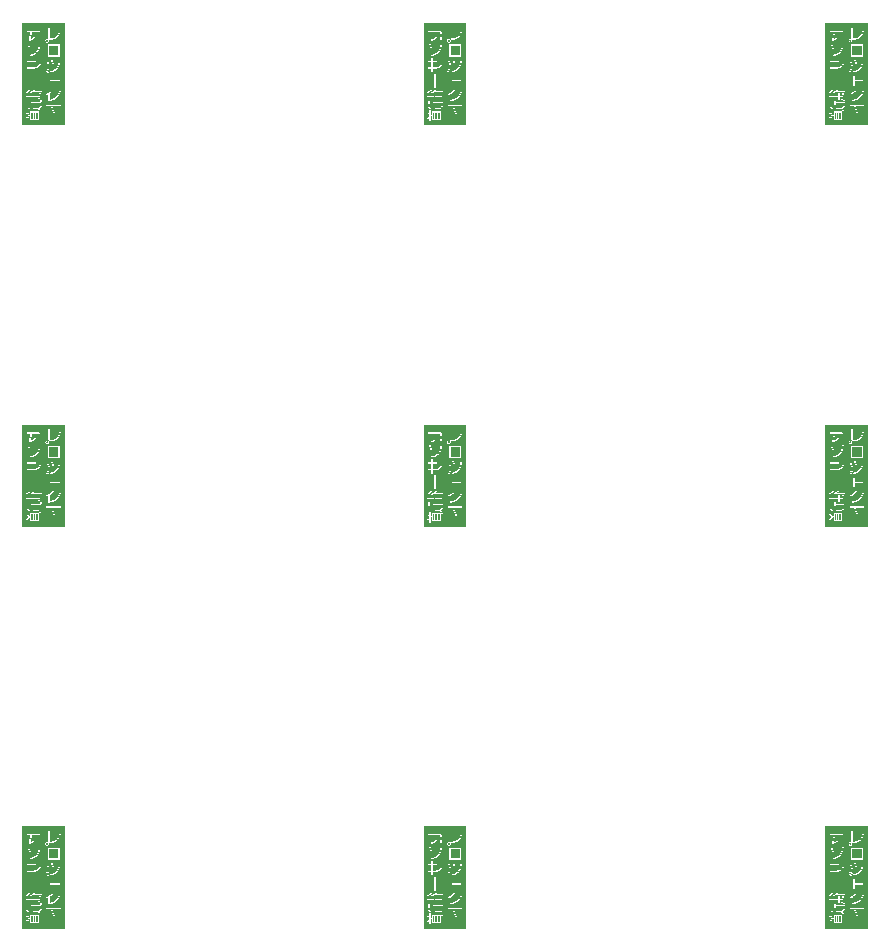
<source format=gbr>
%TF.GenerationSoftware,KiCad,Pcbnew,7.0.5*%
%TF.CreationDate,2023-10-26T18:16:14+09:00*%
%TF.ProjectId,clover_timer_p,636c6f76-6572-45f7-9469-6d65725f702e,rev?*%
%TF.SameCoordinates,Original*%
%TF.FileFunction,Legend,Bot*%
%TF.FilePolarity,Positive*%
%FSLAX46Y46*%
G04 Gerber Fmt 4.6, Leading zero omitted, Abs format (unit mm)*
G04 Created by KiCad (PCBNEW 7.0.5) date 2023-10-26 18:16:14*
%MOMM*%
%LPD*%
G01*
G04 APERTURE LIST*
%ADD10C,0.125000*%
G04 APERTURE END LIST*
D10*
G36*
X160542323Y-148000628D02*
G01*
X160415317Y-148000628D01*
X160415317Y-147495045D01*
X160542323Y-147495045D01*
X160542323Y-148000628D01*
G37*
G36*
X160741381Y-148000628D02*
G01*
X160618527Y-148000628D01*
X160618527Y-147495045D01*
X160741381Y-147495045D01*
X160741381Y-148000628D01*
G37*
G36*
X160972923Y-148000628D02*
G01*
X160821737Y-148000628D01*
X160821737Y-147495045D01*
X160972923Y-147495045D01*
X160972923Y-148000628D01*
G37*
G36*
X162708367Y-142630949D02*
G01*
X161907739Y-142630949D01*
X161907739Y-141833496D01*
X162708367Y-141833496D01*
X162708367Y-142630949D01*
G37*
G36*
X161773618Y-141317494D02*
G01*
X161783659Y-141319212D01*
X161793272Y-141322074D01*
X161802455Y-141326081D01*
X161811208Y-141331233D01*
X161819532Y-141337530D01*
X161822742Y-141340369D01*
X161829611Y-141347426D01*
X161836910Y-141356858D01*
X161842778Y-141366970D01*
X161847214Y-141377762D01*
X161850219Y-141389233D01*
X161851794Y-141401385D01*
X161852051Y-141409002D01*
X161851537Y-141418799D01*
X161849690Y-141429653D01*
X161846499Y-141440140D01*
X161841966Y-141450261D01*
X161841304Y-141451500D01*
X161836428Y-141460230D01*
X161829145Y-141470534D01*
X161820968Y-141479311D01*
X161811899Y-141486562D01*
X161801936Y-141492286D01*
X161791081Y-141496484D01*
X161779332Y-141499156D01*
X161766691Y-141500301D01*
X161763391Y-141500348D01*
X161751764Y-141499663D01*
X161740698Y-141497605D01*
X161730193Y-141494177D01*
X161720248Y-141489377D01*
X161710863Y-141483205D01*
X161702039Y-141475662D01*
X161698667Y-141472260D01*
X161691349Y-141463807D01*
X161685271Y-141454782D01*
X161680434Y-141445184D01*
X161676837Y-141435013D01*
X161674481Y-141424271D01*
X161673365Y-141412955D01*
X161673265Y-141408269D01*
X161673920Y-141397570D01*
X161675883Y-141387058D01*
X161679156Y-141376733D01*
X161683737Y-141366595D01*
X161686943Y-141360886D01*
X161693690Y-141350582D01*
X161701231Y-141341652D01*
X161709566Y-141334095D01*
X161718695Y-141327913D01*
X161728617Y-141323104D01*
X161739333Y-141319670D01*
X161750843Y-141317609D01*
X161763147Y-141316922D01*
X161773618Y-141317494D01*
G37*
G36*
X163222883Y-148577427D02*
G01*
X159616014Y-148577427D01*
X159616014Y-147909036D01*
X159946371Y-147909036D01*
X159974459Y-148020411D01*
X159984487Y-148015835D01*
X159994422Y-148011206D01*
X160004263Y-148006524D01*
X160014011Y-148001788D01*
X160023665Y-147996998D01*
X160033226Y-147992155D01*
X160042693Y-147987259D01*
X160052067Y-147982309D01*
X160061347Y-147977306D01*
X160070534Y-147972250D01*
X160079627Y-147967140D01*
X160088627Y-147961976D01*
X160097533Y-147956759D01*
X160106346Y-147951489D01*
X160115065Y-147946165D01*
X160123691Y-147940788D01*
X160123691Y-148203105D01*
X160212107Y-148203105D01*
X160212107Y-147796441D01*
X160222274Y-147793612D01*
X160232715Y-147790530D01*
X160243431Y-147787195D01*
X160254422Y-147783606D01*
X160265688Y-147779765D01*
X160277228Y-147775669D01*
X160289043Y-147771321D01*
X160301133Y-147766719D01*
X160313498Y-147761864D01*
X160326138Y-147756756D01*
X160334717Y-147753210D01*
X160334717Y-148106385D01*
X161056210Y-148106385D01*
X161056210Y-147390509D01*
X160334717Y-147390509D01*
X160334717Y-147495045D01*
X160334717Y-147648918D01*
X160322226Y-147653316D01*
X160309941Y-147657533D01*
X160297863Y-147661570D01*
X160285990Y-147665427D01*
X160274324Y-147669104D01*
X160262864Y-147672600D01*
X160251609Y-147675916D01*
X160240561Y-147679051D01*
X160229719Y-147682007D01*
X160219083Y-147684781D01*
X160212107Y-147686531D01*
X160212107Y-147290858D01*
X160123691Y-147290858D01*
X160123691Y-147540230D01*
X160114943Y-147535382D01*
X160106224Y-147530426D01*
X160097533Y-147525361D01*
X160088871Y-147520187D01*
X160080238Y-147514904D01*
X160071633Y-147509512D01*
X160063057Y-147504012D01*
X160054509Y-147498403D01*
X160045990Y-147492685D01*
X160037500Y-147486859D01*
X160029038Y-147480924D01*
X160020605Y-147474880D01*
X160012201Y-147468727D01*
X160003825Y-147462465D01*
X159995478Y-147456095D01*
X159987159Y-147449616D01*
X159949057Y-147548534D01*
X159960387Y-147556168D01*
X159971661Y-147563620D01*
X159982880Y-147570891D01*
X159994044Y-147577981D01*
X160005152Y-147584889D01*
X160016205Y-147591616D01*
X160027203Y-147598162D01*
X160038145Y-147604527D01*
X160049032Y-147610710D01*
X160059864Y-147616712D01*
X160070640Y-147622533D01*
X160081361Y-147628172D01*
X160092026Y-147633631D01*
X160102637Y-147638908D01*
X160113191Y-147644003D01*
X160123691Y-147648918D01*
X160123691Y-147831612D01*
X160114469Y-147836665D01*
X160104999Y-147841690D01*
X160095281Y-147846687D01*
X160085314Y-147851655D01*
X160075100Y-147856594D01*
X160064638Y-147861505D01*
X160053927Y-147866387D01*
X160042969Y-147871240D01*
X160031762Y-147876065D01*
X160020308Y-147880861D01*
X160008605Y-147885628D01*
X159996654Y-147890367D01*
X159984455Y-147895077D01*
X159972009Y-147899759D01*
X159959314Y-147904412D01*
X159946371Y-147909036D01*
X159616014Y-147909036D01*
X159616014Y-147024389D01*
X159981297Y-147024389D01*
X159988256Y-147032034D01*
X159995238Y-147039612D01*
X160002246Y-147047124D01*
X160009279Y-147054568D01*
X160016336Y-147061946D01*
X160023418Y-147069257D01*
X160030525Y-147076501D01*
X160037657Y-147083679D01*
X160044813Y-147090790D01*
X160051994Y-147097833D01*
X160059200Y-147104811D01*
X160066431Y-147111721D01*
X160073687Y-147118565D01*
X160080968Y-147125341D01*
X160088273Y-147132051D01*
X160095603Y-147138695D01*
X160102958Y-147145271D01*
X160110338Y-147151781D01*
X160117742Y-147158223D01*
X160125172Y-147164600D01*
X160140105Y-147177151D01*
X160155137Y-147189436D01*
X160170269Y-147201454D01*
X160185500Y-147213204D01*
X160200830Y-147224687D01*
X160216259Y-147235903D01*
X160237236Y-147213189D01*
X160554291Y-147213189D01*
X160999302Y-147213189D01*
X161008377Y-147222120D01*
X161017162Y-147231205D01*
X161025657Y-147240446D01*
X161033862Y-147249840D01*
X161041777Y-147259390D01*
X161049402Y-147269094D01*
X161056737Y-147278952D01*
X161063782Y-147288965D01*
X161070537Y-147299133D01*
X161077001Y-147309455D01*
X161083176Y-147319931D01*
X161089061Y-147330563D01*
X161094656Y-147341348D01*
X161099960Y-147352289D01*
X161104975Y-147363384D01*
X161109699Y-147374633D01*
X161115763Y-147390221D01*
X161121435Y-147406392D01*
X161126715Y-147423148D01*
X161131605Y-147440487D01*
X161136103Y-147458410D01*
X161140211Y-147476917D01*
X161143927Y-147496008D01*
X161145638Y-147505773D01*
X161147252Y-147515683D01*
X161148768Y-147525740D01*
X161150186Y-147535942D01*
X161151506Y-147546291D01*
X161152728Y-147556785D01*
X161153853Y-147567425D01*
X161154880Y-147578211D01*
X161155809Y-147589144D01*
X161156640Y-147600222D01*
X161157373Y-147611446D01*
X161158009Y-147622816D01*
X161158547Y-147634332D01*
X161158987Y-147645995D01*
X161159329Y-147657803D01*
X161159574Y-147669757D01*
X161159720Y-147681857D01*
X161159769Y-147694103D01*
X161159769Y-148247069D01*
X161170516Y-148242481D01*
X161181751Y-148238001D01*
X161193475Y-148233628D01*
X161205687Y-148229361D01*
X161215167Y-148226231D01*
X161224921Y-148223161D01*
X161234950Y-148220152D01*
X161245254Y-148217202D01*
X161255833Y-148214313D01*
X161259420Y-148213363D01*
X161259420Y-147678960D01*
X161259361Y-147665265D01*
X161259184Y-147651749D01*
X161258888Y-147638411D01*
X161258474Y-147625253D01*
X161257941Y-147612274D01*
X161257291Y-147599473D01*
X161256522Y-147586851D01*
X161255635Y-147574409D01*
X161254629Y-147562145D01*
X161253505Y-147550060D01*
X161252263Y-147538153D01*
X161250902Y-147526426D01*
X161249424Y-147514878D01*
X161247826Y-147503508D01*
X161246111Y-147492318D01*
X161244277Y-147481306D01*
X161242325Y-147470473D01*
X161240255Y-147459820D01*
X161238066Y-147449344D01*
X161235759Y-147439048D01*
X161233334Y-147428931D01*
X161230790Y-147418993D01*
X161228129Y-147409233D01*
X161225348Y-147399653D01*
X161222450Y-147390251D01*
X161216298Y-147371984D01*
X161209673Y-147354433D01*
X161202575Y-147337598D01*
X161198848Y-147329448D01*
X161193749Y-147318941D01*
X161188403Y-147308546D01*
X161182811Y-147298264D01*
X161176973Y-147288095D01*
X161170889Y-147278038D01*
X161164559Y-147268094D01*
X161157982Y-147258262D01*
X161151160Y-147248543D01*
X161144091Y-147238936D01*
X161136776Y-147229442D01*
X161129215Y-147220061D01*
X161121408Y-147210792D01*
X161113354Y-147201636D01*
X161105055Y-147192592D01*
X161096509Y-147183661D01*
X161087718Y-147174842D01*
X161102192Y-147162395D01*
X161116428Y-147149781D01*
X161130425Y-147137001D01*
X161144183Y-147124055D01*
X161157704Y-147110943D01*
X161170985Y-147097666D01*
X161184028Y-147084222D01*
X161196833Y-147070612D01*
X161209399Y-147056836D01*
X161221727Y-147042894D01*
X161233816Y-147028786D01*
X161245666Y-147014512D01*
X161257278Y-147000072D01*
X161268652Y-146985467D01*
X161279787Y-146970695D01*
X161290683Y-146955757D01*
X161190544Y-146893963D01*
X161182643Y-146906699D01*
X161174450Y-146919506D01*
X161165966Y-146932383D01*
X161157189Y-146945331D01*
X161148121Y-146958349D01*
X161138761Y-146971438D01*
X161129108Y-146984597D01*
X161119164Y-146997827D01*
X161108928Y-147011128D01*
X161098399Y-147024500D01*
X161087579Y-147037942D01*
X161076467Y-147051454D01*
X161065063Y-147065037D01*
X161053367Y-147078691D01*
X161041379Y-147092415D01*
X161029099Y-147106210D01*
X160649790Y-147106210D01*
X160649790Y-146897871D01*
X160554291Y-146897871D01*
X160554291Y-147213189D01*
X160237236Y-147213189D01*
X160292951Y-147152861D01*
X160283854Y-147146508D01*
X160274848Y-147140151D01*
X160265934Y-147133790D01*
X160257113Y-147127425D01*
X160248383Y-147121055D01*
X160239746Y-147114681D01*
X160231200Y-147108303D01*
X160222747Y-147101921D01*
X160214386Y-147095534D01*
X160206116Y-147089143D01*
X160197939Y-147082747D01*
X160189854Y-147076348D01*
X160181861Y-147069944D01*
X160173960Y-147063535D01*
X160166151Y-147057123D01*
X160158435Y-147050706D01*
X160150810Y-147044285D01*
X160143277Y-147037859D01*
X160135837Y-147031430D01*
X160121232Y-147018557D01*
X160106995Y-147005668D01*
X160093127Y-146992761D01*
X160079626Y-146979837D01*
X160066495Y-146966896D01*
X160053731Y-146953938D01*
X160047487Y-146947452D01*
X159981297Y-147024389D01*
X159616014Y-147024389D01*
X159616014Y-146836810D01*
X160409455Y-146836810D01*
X160509106Y-146836810D01*
X160509106Y-146836322D01*
X161688897Y-146836322D01*
X161688897Y-146951849D01*
X162079685Y-146951849D01*
X162088041Y-146978667D01*
X162096376Y-147005114D01*
X162104691Y-147031189D01*
X162112986Y-147056892D01*
X162121262Y-147082224D01*
X162129517Y-147107184D01*
X162137752Y-147131773D01*
X162145967Y-147155990D01*
X162154162Y-147179835D01*
X162162337Y-147203309D01*
X162170492Y-147226411D01*
X162178627Y-147249142D01*
X162186742Y-147271501D01*
X162194836Y-147293488D01*
X162202911Y-147315104D01*
X162210966Y-147336348D01*
X162219001Y-147357221D01*
X162227015Y-147377721D01*
X162235010Y-147397851D01*
X162242985Y-147417608D01*
X162250939Y-147436994D01*
X162258874Y-147456009D01*
X162266788Y-147474652D01*
X162274683Y-147492923D01*
X162282557Y-147510823D01*
X162290412Y-147528351D01*
X162298246Y-147545507D01*
X162306060Y-147562292D01*
X162313855Y-147578705D01*
X162321629Y-147594747D01*
X162329383Y-147610416D01*
X162337117Y-147625715D01*
X162441409Y-147568073D01*
X162432719Y-147550953D01*
X162424081Y-147533695D01*
X162415496Y-147516299D01*
X162406963Y-147498766D01*
X162398483Y-147481094D01*
X162390055Y-147463285D01*
X162381680Y-147445337D01*
X162373357Y-147427252D01*
X162365087Y-147409029D01*
X162356869Y-147390668D01*
X162348703Y-147372169D01*
X162340590Y-147353533D01*
X162332530Y-147334758D01*
X162324522Y-147315846D01*
X162316566Y-147296796D01*
X162308663Y-147277608D01*
X162300813Y-147258282D01*
X162293014Y-147238818D01*
X162285269Y-147219216D01*
X162277576Y-147199477D01*
X162269935Y-147179599D01*
X162262347Y-147159584D01*
X162254811Y-147139431D01*
X162247328Y-147119140D01*
X162239897Y-147098711D01*
X162232519Y-147078144D01*
X162225193Y-147057440D01*
X162217919Y-147036597D01*
X162210698Y-147015617D01*
X162203530Y-146994499D01*
X162196414Y-146973243D01*
X162189351Y-146951849D01*
X162892526Y-146951849D01*
X162892526Y-146836322D01*
X161688897Y-146836322D01*
X160509106Y-146836322D01*
X160509106Y-146700767D01*
X161175157Y-146700767D01*
X161187769Y-146700359D01*
X161199474Y-146699134D01*
X161210270Y-146697092D01*
X161220158Y-146694234D01*
X161231241Y-146689512D01*
X161240905Y-146683515D01*
X161249149Y-146676241D01*
X161250628Y-146674633D01*
X161257664Y-146665041D01*
X161262434Y-146655865D01*
X161266441Y-146645353D01*
X161269685Y-146633505D01*
X161271617Y-146623743D01*
X161273120Y-146613229D01*
X161274193Y-146601964D01*
X161274837Y-146589948D01*
X161275052Y-146577180D01*
X161275045Y-146565403D01*
X161275026Y-146553518D01*
X161274994Y-146541526D01*
X161274949Y-146529427D01*
X161274891Y-146517220D01*
X161274820Y-146504906D01*
X161274736Y-146492485D01*
X161274640Y-146479956D01*
X161274530Y-146467320D01*
X161274408Y-146454577D01*
X161274319Y-146446022D01*
X161171249Y-146423307D01*
X161172432Y-146433344D01*
X161173538Y-146443183D01*
X161175055Y-146457568D01*
X161176401Y-146471507D01*
X161177574Y-146485000D01*
X161178576Y-146498046D01*
X161179406Y-146510645D01*
X161180064Y-146522798D01*
X161180551Y-146534505D01*
X161180866Y-146545765D01*
X161181009Y-146556578D01*
X161181018Y-146560083D01*
X161180434Y-146571034D01*
X161178335Y-146581060D01*
X161173565Y-146589856D01*
X161168806Y-146593545D01*
X161159403Y-146596659D01*
X161149065Y-146597660D01*
X161146336Y-146597697D01*
X160509106Y-146597697D01*
X160509106Y-146468004D01*
X160409455Y-146468004D01*
X160409455Y-146836810D01*
X159616014Y-146836810D01*
X159616014Y-146485833D01*
X160034298Y-146485833D01*
X160034298Y-146796266D01*
X160133949Y-146796266D01*
X160133949Y-146485833D01*
X160034298Y-146485833D01*
X159616014Y-146485833D01*
X159616014Y-146195917D01*
X159946371Y-146195917D01*
X160149337Y-146195917D01*
X160149337Y-146399860D01*
X160243370Y-146399860D01*
X160243370Y-146195917D01*
X160430704Y-146195917D01*
X160430704Y-146426727D01*
X160524738Y-146426727D01*
X160524738Y-146197383D01*
X160578227Y-146197383D01*
X160743091Y-146197383D01*
X160743091Y-146428192D01*
X160837369Y-146428192D01*
X160837369Y-146197383D01*
X161034473Y-146197383D01*
X161031367Y-146214175D01*
X161028218Y-146230909D01*
X161025024Y-146247583D01*
X161021787Y-146264198D01*
X161018506Y-146280754D01*
X161015181Y-146297251D01*
X161011812Y-146313689D01*
X161008400Y-146330068D01*
X161004943Y-146346387D01*
X161001443Y-146362647D01*
X160997898Y-146378848D01*
X160994310Y-146394990D01*
X160990678Y-146411073D01*
X160987002Y-146427097D01*
X160983282Y-146443061D01*
X160979518Y-146458967D01*
X161070865Y-146461653D01*
X161075644Y-146443916D01*
X161080364Y-146426060D01*
X161085024Y-146408083D01*
X161089626Y-146389987D01*
X161094168Y-146371771D01*
X161098651Y-146353436D01*
X161103075Y-146334980D01*
X161107440Y-146316405D01*
X161111746Y-146297710D01*
X161115992Y-146278896D01*
X161120180Y-146259961D01*
X161124308Y-146240907D01*
X161128377Y-146221734D01*
X161132387Y-146202440D01*
X161136338Y-146183027D01*
X161140230Y-146163494D01*
X161144062Y-146143841D01*
X161147836Y-146124069D01*
X161151550Y-146104177D01*
X161155205Y-146084165D01*
X161158801Y-146064033D01*
X161162338Y-146043782D01*
X161165815Y-146023410D01*
X161169234Y-146002920D01*
X161172593Y-145982309D01*
X161175893Y-145961579D01*
X161179134Y-145940728D01*
X161182316Y-145919759D01*
X161184679Y-145903803D01*
X161688897Y-145903803D01*
X161718450Y-146012491D01*
X161727799Y-146008968D01*
X161737039Y-146005423D01*
X161746171Y-146001855D01*
X161759664Y-145996459D01*
X161772913Y-145991013D01*
X161785916Y-145985514D01*
X161798675Y-145979964D01*
X161811190Y-145974363D01*
X161823459Y-145968710D01*
X161835484Y-145963006D01*
X161847265Y-145957250D01*
X161854982Y-145953384D01*
X161854982Y-146438450D01*
X161927034Y-146522958D01*
X161953310Y-146518144D01*
X161979199Y-146513073D01*
X162004700Y-146507746D01*
X162029814Y-146502163D01*
X162054541Y-146496324D01*
X162078880Y-146490229D01*
X162102832Y-146483877D01*
X162126397Y-146477270D01*
X162149574Y-146470406D01*
X162172364Y-146463286D01*
X162194767Y-146455910D01*
X162216782Y-146448277D01*
X162238410Y-146440389D01*
X162259650Y-146432244D01*
X162280504Y-146423843D01*
X162300969Y-146415186D01*
X162321048Y-146406273D01*
X162340739Y-146397104D01*
X162360043Y-146387678D01*
X162378959Y-146377996D01*
X162397488Y-146368059D01*
X162415630Y-146357864D01*
X162433384Y-146347414D01*
X162450751Y-146336708D01*
X162467731Y-146325745D01*
X162484323Y-146314527D01*
X162500528Y-146303052D01*
X162516346Y-146291321D01*
X162531776Y-146279333D01*
X162546819Y-146267090D01*
X162561475Y-146254591D01*
X162575743Y-146241835D01*
X162588563Y-146229916D01*
X162601195Y-146217668D01*
X162613638Y-146205091D01*
X162625893Y-146192185D01*
X162637959Y-146178949D01*
X162649837Y-146165385D01*
X162661527Y-146151491D01*
X162673028Y-146137268D01*
X162684340Y-146122716D01*
X162695465Y-146107835D01*
X162706400Y-146092625D01*
X162717148Y-146077085D01*
X162727707Y-146061217D01*
X162738077Y-146045019D01*
X162748259Y-146028492D01*
X162758253Y-146011636D01*
X162768058Y-145994451D01*
X162777675Y-145976936D01*
X162787104Y-145959093D01*
X162796344Y-145940920D01*
X162805395Y-145922418D01*
X162814258Y-145903587D01*
X162822933Y-145884427D01*
X162831419Y-145864938D01*
X162839717Y-145845119D01*
X162847826Y-145824971D01*
X162855747Y-145804495D01*
X162863480Y-145783689D01*
X162871024Y-145762554D01*
X162878380Y-145741089D01*
X162885547Y-145719296D01*
X162892526Y-145697173D01*
X162792630Y-145632693D01*
X162786415Y-145654211D01*
X162779981Y-145675411D01*
X162773329Y-145696293D01*
X162766458Y-145716858D01*
X162759369Y-145737105D01*
X162752061Y-145757034D01*
X162744535Y-145776645D01*
X162736790Y-145795939D01*
X162728827Y-145814915D01*
X162720645Y-145833573D01*
X162712245Y-145851914D01*
X162703627Y-145869937D01*
X162694790Y-145887642D01*
X162685734Y-145905030D01*
X162676460Y-145922099D01*
X162666967Y-145938852D01*
X162657256Y-145955286D01*
X162647327Y-145971403D01*
X162637179Y-145987202D01*
X162626812Y-146002683D01*
X162616227Y-146017846D01*
X162605424Y-146032692D01*
X162594402Y-146047220D01*
X162583162Y-146061431D01*
X162571703Y-146075324D01*
X162560025Y-146088899D01*
X162548129Y-146102156D01*
X162536015Y-146115096D01*
X162523682Y-146127718D01*
X162511131Y-146140022D01*
X162498361Y-146152008D01*
X162485373Y-146163677D01*
X162472802Y-146174466D01*
X162459973Y-146185033D01*
X162446884Y-146195379D01*
X162433536Y-146205504D01*
X162419929Y-146215407D01*
X162406064Y-146225089D01*
X162391939Y-146234550D01*
X162377555Y-146243789D01*
X162362912Y-146252807D01*
X162348010Y-146261603D01*
X162332849Y-146270178D01*
X162317429Y-146278532D01*
X162301750Y-146286665D01*
X162285812Y-146294576D01*
X162269615Y-146302266D01*
X162253159Y-146309734D01*
X162236444Y-146316981D01*
X162219470Y-146324007D01*
X162202236Y-146330812D01*
X162184744Y-146337395D01*
X162166993Y-146343757D01*
X162148983Y-146349897D01*
X162130713Y-146355816D01*
X162112185Y-146361514D01*
X162093398Y-146366990D01*
X162074351Y-146372245D01*
X162055046Y-146377279D01*
X162035481Y-146382091D01*
X162015658Y-146386682D01*
X161995575Y-146391052D01*
X161975234Y-146395200D01*
X161954633Y-146399127D01*
X161954633Y-145896964D01*
X161967701Y-145888496D01*
X161980618Y-145879914D01*
X161993385Y-145871218D01*
X162006000Y-145862407D01*
X162018465Y-145853483D01*
X162030780Y-145844445D01*
X162042943Y-145835293D01*
X162054956Y-145826027D01*
X162066818Y-145816646D01*
X162078529Y-145807152D01*
X162090090Y-145797544D01*
X162101499Y-145787822D01*
X162112758Y-145777985D01*
X162123867Y-145768035D01*
X162134824Y-145757971D01*
X162145631Y-145747793D01*
X162156287Y-145737500D01*
X162166792Y-145727094D01*
X162177147Y-145716574D01*
X162187351Y-145705939D01*
X162197404Y-145695191D01*
X162207306Y-145684329D01*
X162217058Y-145673352D01*
X162226659Y-145662262D01*
X162236109Y-145651057D01*
X162245408Y-145639739D01*
X162254557Y-145628307D01*
X162263555Y-145616760D01*
X162272402Y-145605100D01*
X162281098Y-145593325D01*
X162289644Y-145581437D01*
X162298039Y-145569434D01*
X162217683Y-145489078D01*
X162211955Y-145497614D01*
X162206192Y-145506063D01*
X162200392Y-145514425D01*
X162194556Y-145522700D01*
X162188684Y-145530888D01*
X162182775Y-145538990D01*
X162176830Y-145547004D01*
X162170849Y-145554932D01*
X162164832Y-145562773D01*
X162158778Y-145570528D01*
X162152688Y-145578195D01*
X162140400Y-145593269D01*
X162127966Y-145607996D01*
X162115388Y-145622376D01*
X162102664Y-145636409D01*
X162089796Y-145650094D01*
X162076782Y-145663432D01*
X162063624Y-145676423D01*
X162050320Y-145689066D01*
X162036871Y-145701362D01*
X162023278Y-145713311D01*
X162016427Y-145719155D01*
X162007707Y-145726493D01*
X161998890Y-145733730D01*
X161989975Y-145740865D01*
X161980962Y-145747899D01*
X161971851Y-145754833D01*
X161962643Y-145761665D01*
X161953336Y-145768396D01*
X161943932Y-145775026D01*
X161934430Y-145781554D01*
X161924831Y-145787982D01*
X161915133Y-145794308D01*
X161905338Y-145800534D01*
X161895445Y-145806658D01*
X161885454Y-145812681D01*
X161875366Y-145818603D01*
X161865179Y-145824424D01*
X161854895Y-145830143D01*
X161844513Y-145835762D01*
X161834033Y-145841279D01*
X161823456Y-145846696D01*
X161812780Y-145852011D01*
X161802007Y-145857225D01*
X161791136Y-145862338D01*
X161780167Y-145867349D01*
X161769101Y-145872260D01*
X161757937Y-145877070D01*
X161746674Y-145881778D01*
X161735315Y-145886385D01*
X161723857Y-145890891D01*
X161712301Y-145895296D01*
X161700648Y-145899600D01*
X161688897Y-145903803D01*
X161184679Y-145903803D01*
X161185439Y-145898669D01*
X161188502Y-145877460D01*
X161191506Y-145856131D01*
X161194452Y-145834682D01*
X161096266Y-145796824D01*
X161094580Y-145810960D01*
X161092759Y-145825706D01*
X161090802Y-145841063D01*
X161088710Y-145857030D01*
X161086482Y-145873608D01*
X161084119Y-145890797D01*
X161081620Y-145908596D01*
X161078986Y-145927006D01*
X161076216Y-145946026D01*
X161074781Y-145955765D01*
X161073311Y-145965657D01*
X161071808Y-145975702D01*
X161070270Y-145985899D01*
X161068699Y-145996249D01*
X161067094Y-146006751D01*
X161065455Y-146017406D01*
X161063783Y-146028214D01*
X161062076Y-146039174D01*
X161060336Y-146050287D01*
X161058561Y-146061553D01*
X161056753Y-146072971D01*
X161054911Y-146084542D01*
X161053035Y-146096266D01*
X160837369Y-146096266D01*
X160837369Y-145858618D01*
X160743091Y-145858618D01*
X160743091Y-146096266D01*
X160578227Y-146096266D01*
X160578227Y-146197383D01*
X160524738Y-146197383D01*
X160524738Y-145834682D01*
X160430704Y-145834682D01*
X160430704Y-146096266D01*
X160243370Y-146096266D01*
X160243370Y-145876448D01*
X160149337Y-145876448D01*
X160149337Y-146096266D01*
X159946371Y-146096266D01*
X159946371Y-146195917D01*
X159616014Y-146195917D01*
X159616014Y-145743824D01*
X159951988Y-145743824D01*
X159999860Y-145838590D01*
X160013564Y-145830663D01*
X160027109Y-145822665D01*
X160040494Y-145814598D01*
X160053719Y-145806460D01*
X160066785Y-145798253D01*
X160079690Y-145789975D01*
X160092436Y-145781627D01*
X160104771Y-145773377D01*
X160281716Y-145773377D01*
X160331053Y-145859351D01*
X160343628Y-145853312D01*
X160356073Y-145847226D01*
X160368388Y-145841092D01*
X160380573Y-145834911D01*
X160392629Y-145828682D01*
X160404555Y-145822405D01*
X160416351Y-145816080D01*
X160428018Y-145809708D01*
X160439554Y-145803288D01*
X160450961Y-145796821D01*
X160462238Y-145790305D01*
X160473386Y-145783742D01*
X160484403Y-145777131D01*
X160495291Y-145770473D01*
X160506049Y-145763767D01*
X160516678Y-145757013D01*
X161290683Y-145757013D01*
X161290683Y-145655896D01*
X160658094Y-145655896D01*
X160666725Y-145649006D01*
X160675275Y-145642074D01*
X160683746Y-145635099D01*
X160692136Y-145628083D01*
X160700446Y-145621025D01*
X160708676Y-145613925D01*
X160716825Y-145606782D01*
X160724895Y-145599598D01*
X160732884Y-145592372D01*
X160740794Y-145585104D01*
X160748623Y-145577794D01*
X160756372Y-145570442D01*
X160764040Y-145563048D01*
X160771629Y-145555612D01*
X160779138Y-145548134D01*
X160786566Y-145540614D01*
X160689602Y-145488346D01*
X160679103Y-145498857D01*
X160668459Y-145509266D01*
X160657671Y-145519570D01*
X160646737Y-145529772D01*
X160635658Y-145539869D01*
X160624435Y-145549863D01*
X160613066Y-145559754D01*
X160601552Y-145569541D01*
X160589893Y-145579225D01*
X160578090Y-145588805D01*
X160566141Y-145598281D01*
X160554047Y-145607654D01*
X160541808Y-145616924D01*
X160529424Y-145626090D01*
X160516895Y-145635153D01*
X160504221Y-145644112D01*
X160491402Y-145652967D01*
X160478439Y-145661719D01*
X160465330Y-145670367D01*
X160452076Y-145678912D01*
X160438677Y-145687354D01*
X160425133Y-145695692D01*
X160411443Y-145703926D01*
X160397609Y-145712057D01*
X160383630Y-145720084D01*
X160369506Y-145728008D01*
X160355237Y-145735828D01*
X160340823Y-145743545D01*
X160326264Y-145751158D01*
X160311560Y-145758668D01*
X160296710Y-145766074D01*
X160281716Y-145773377D01*
X160104771Y-145773377D01*
X160105022Y-145773209D01*
X160117448Y-145764721D01*
X160129714Y-145756163D01*
X160141821Y-145747534D01*
X160153767Y-145738836D01*
X160165554Y-145730067D01*
X160177181Y-145721228D01*
X160188648Y-145712319D01*
X160199956Y-145703340D01*
X160211104Y-145694291D01*
X160222091Y-145685172D01*
X160232919Y-145675983D01*
X160243588Y-145666723D01*
X160254096Y-145657393D01*
X160264445Y-145647994D01*
X160274633Y-145638524D01*
X160284662Y-145628984D01*
X160294532Y-145619374D01*
X160304241Y-145609693D01*
X160313790Y-145599943D01*
X160323180Y-145590122D01*
X160332410Y-145580232D01*
X160341480Y-145570271D01*
X160350391Y-145560240D01*
X160359141Y-145550139D01*
X160273900Y-145491032D01*
X160265527Y-145500596D01*
X160257044Y-145510052D01*
X160248452Y-145519400D01*
X160239752Y-145528642D01*
X160230943Y-145537776D01*
X160222026Y-145546803D01*
X160212999Y-145555722D01*
X160203864Y-145564534D01*
X160194620Y-145573239D01*
X160185267Y-145581836D01*
X160175805Y-145590326D01*
X160166235Y-145598709D01*
X160156556Y-145606984D01*
X160146768Y-145615153D01*
X160136872Y-145623213D01*
X160126866Y-145631167D01*
X160116752Y-145639013D01*
X160106529Y-145646751D01*
X160096198Y-145654383D01*
X160085757Y-145661907D01*
X160075208Y-145669324D01*
X160064550Y-145676633D01*
X160053783Y-145683835D01*
X160042908Y-145690930D01*
X160031923Y-145697917D01*
X160020830Y-145704797D01*
X160009629Y-145711570D01*
X159998318Y-145718235D01*
X159986899Y-145724793D01*
X159975371Y-145731244D01*
X159963734Y-145737588D01*
X159951988Y-145743824D01*
X159616014Y-145743824D01*
X159616014Y-144198499D01*
X160541346Y-144198499D01*
X160541346Y-145384298D01*
X160649790Y-145384298D01*
X160649790Y-145224319D01*
X162016915Y-145224319D01*
X162110949Y-145224319D01*
X162110949Y-144854780D01*
X162735722Y-144854780D01*
X162735722Y-145289043D01*
X162830000Y-145289043D01*
X162830000Y-144327215D01*
X162735722Y-144327215D01*
X162735722Y-144753907D01*
X162110949Y-144753907D01*
X162110949Y-144391695D01*
X162016915Y-144391695D01*
X162016915Y-145224319D01*
X160649790Y-145224319D01*
X160649790Y-144198499D01*
X160541346Y-144198499D01*
X159616014Y-144198499D01*
X159616014Y-143779134D01*
X160008897Y-143779134D01*
X160283182Y-143779134D01*
X160283182Y-144069050D01*
X160384054Y-144069050D01*
X160384054Y-144000418D01*
X161626371Y-144000418D01*
X161638192Y-144009374D01*
X161650268Y-144018168D01*
X161662601Y-144026799D01*
X161675189Y-144035269D01*
X161688033Y-144043576D01*
X161701132Y-144051721D01*
X161714487Y-144059703D01*
X161728098Y-144067524D01*
X161741964Y-144075182D01*
X161756087Y-144082678D01*
X161770464Y-144090012D01*
X161785098Y-144097184D01*
X161799987Y-144104194D01*
X161815132Y-144111041D01*
X161830533Y-144117726D01*
X161846189Y-144124249D01*
X161881360Y-144040963D01*
X161865653Y-144034446D01*
X161850162Y-144027781D01*
X161834886Y-144020967D01*
X161819826Y-144014004D01*
X161804982Y-144006893D01*
X161790353Y-143999632D01*
X161775940Y-143992223D01*
X161761742Y-143984665D01*
X161751771Y-143979169D01*
X162019846Y-143979169D01*
X162080174Y-144080286D01*
X162103814Y-144074591D01*
X162127078Y-144068592D01*
X162149965Y-144062286D01*
X162172475Y-144055674D01*
X162194608Y-144048757D01*
X162216364Y-144041534D01*
X162237744Y-144034005D01*
X162258746Y-144026171D01*
X162279372Y-144018030D01*
X162299620Y-144009584D01*
X162319492Y-144000832D01*
X162338987Y-143991774D01*
X162358106Y-143982411D01*
X162376847Y-143972741D01*
X162395211Y-143962766D01*
X162413199Y-143952486D01*
X162430810Y-143941899D01*
X162448044Y-143931006D01*
X162464901Y-143919808D01*
X162481381Y-143908304D01*
X162497484Y-143896495D01*
X162513211Y-143884379D01*
X162528560Y-143871958D01*
X162543533Y-143859231D01*
X162558129Y-143846198D01*
X162572348Y-143832859D01*
X162586190Y-143819215D01*
X162599656Y-143805264D01*
X162612744Y-143791008D01*
X162625456Y-143776447D01*
X162637790Y-143761579D01*
X162649748Y-143746406D01*
X162657281Y-143736455D01*
X162664676Y-143726358D01*
X162671932Y-143716113D01*
X162679050Y-143705720D01*
X162686029Y-143695180D01*
X162692870Y-143684493D01*
X162699573Y-143673658D01*
X162706138Y-143662676D01*
X162712564Y-143651547D01*
X162718852Y-143640270D01*
X162725001Y-143628845D01*
X162731012Y-143617274D01*
X162736885Y-143605555D01*
X162742620Y-143593688D01*
X162748216Y-143581674D01*
X162753674Y-143569513D01*
X162758993Y-143557204D01*
X162764174Y-143544748D01*
X162769217Y-143532144D01*
X162774121Y-143519393D01*
X162778887Y-143506495D01*
X162783515Y-143493449D01*
X162788005Y-143480256D01*
X162792356Y-143466915D01*
X162796568Y-143453428D01*
X162800643Y-143439792D01*
X162804579Y-143426009D01*
X162808376Y-143412079D01*
X162812036Y-143398002D01*
X162815557Y-143383777D01*
X162818939Y-143369404D01*
X162822184Y-143354884D01*
X162825313Y-143340502D01*
X162828351Y-143325747D01*
X162831297Y-143310620D01*
X162834152Y-143295121D01*
X162836915Y-143279250D01*
X162839586Y-143263007D01*
X162842166Y-143246392D01*
X162844654Y-143229405D01*
X162847051Y-143212045D01*
X162849356Y-143194314D01*
X162851569Y-143176210D01*
X162853691Y-143157735D01*
X162855721Y-143138887D01*
X162857660Y-143119667D01*
X162858595Y-143109918D01*
X162859507Y-143100075D01*
X162860396Y-143090140D01*
X162861263Y-143080111D01*
X162749888Y-143047627D01*
X162748355Y-143065150D01*
X162746748Y-143082427D01*
X162745067Y-143099457D01*
X162743312Y-143116240D01*
X162741484Y-143132777D01*
X162739581Y-143149067D01*
X162737604Y-143165110D01*
X162735554Y-143180907D01*
X162733429Y-143196457D01*
X162731231Y-143211761D01*
X162728959Y-143226818D01*
X162726612Y-143241628D01*
X162724192Y-143256192D01*
X162721698Y-143270509D01*
X162719130Y-143284579D01*
X162716488Y-143298403D01*
X162713772Y-143311980D01*
X162710982Y-143325311D01*
X162708118Y-143338395D01*
X162705180Y-143351232D01*
X162702168Y-143363823D01*
X162699082Y-143376167D01*
X162695923Y-143388264D01*
X162692689Y-143400115D01*
X162689382Y-143411719D01*
X162686000Y-143423077D01*
X162682545Y-143434188D01*
X162679015Y-143445052D01*
X162675412Y-143455670D01*
X162671735Y-143466041D01*
X162667984Y-143476165D01*
X162664159Y-143486043D01*
X162659120Y-143498459D01*
X162653898Y-143510732D01*
X162648490Y-143522864D01*
X162642898Y-143534853D01*
X162637121Y-143546700D01*
X162631160Y-143558405D01*
X162625014Y-143569968D01*
X162618684Y-143581389D01*
X162612169Y-143592668D01*
X162605469Y-143603804D01*
X162598584Y-143614798D01*
X162591515Y-143625650D01*
X162584262Y-143636360D01*
X162576824Y-143646928D01*
X162569201Y-143657354D01*
X162561393Y-143667637D01*
X162553401Y-143677779D01*
X162545225Y-143687778D01*
X162536863Y-143697635D01*
X162528318Y-143707350D01*
X162519587Y-143716922D01*
X162510672Y-143726353D01*
X162501572Y-143735641D01*
X162492288Y-143744788D01*
X162482819Y-143753792D01*
X162473165Y-143762654D01*
X162463327Y-143771373D01*
X162453305Y-143779951D01*
X162443097Y-143788386D01*
X162432705Y-143796680D01*
X162422128Y-143804831D01*
X162411367Y-143812840D01*
X162401077Y-143820293D01*
X162390661Y-143827600D01*
X162380120Y-143834762D01*
X162369453Y-143841779D01*
X162358661Y-143848650D01*
X162347743Y-143855375D01*
X162336700Y-143861955D01*
X162325531Y-143868390D01*
X162314237Y-143874679D01*
X162302818Y-143880822D01*
X162291273Y-143886820D01*
X162279602Y-143892673D01*
X162267806Y-143898380D01*
X162255885Y-143903941D01*
X162243838Y-143909357D01*
X162231666Y-143914628D01*
X162219368Y-143919753D01*
X162206945Y-143924732D01*
X162194396Y-143929567D01*
X162181722Y-143934255D01*
X162168922Y-143938798D01*
X162155997Y-143943196D01*
X162142947Y-143947448D01*
X162129771Y-143951554D01*
X162116469Y-143955515D01*
X162103042Y-143959331D01*
X162089490Y-143963001D01*
X162075812Y-143966526D01*
X162062009Y-143969905D01*
X162048080Y-143973138D01*
X162034026Y-143976226D01*
X162019846Y-143979169D01*
X161751771Y-143979169D01*
X161747760Y-143976958D01*
X161733994Y-143969102D01*
X161720443Y-143961097D01*
X161707108Y-143952943D01*
X161693989Y-143944641D01*
X161681085Y-143936190D01*
X161668397Y-143927590D01*
X161655924Y-143918841D01*
X161626371Y-144000418D01*
X160384054Y-144000418D01*
X160384054Y-143819923D01*
X161675952Y-143819923D01*
X161690611Y-143829653D01*
X161705280Y-143839123D01*
X161719959Y-143848330D01*
X161734647Y-143857277D01*
X161749344Y-143865962D01*
X161764051Y-143874385D01*
X161778768Y-143882547D01*
X161793494Y-143890448D01*
X161808230Y-143898087D01*
X161822975Y-143905465D01*
X161837730Y-143912581D01*
X161852494Y-143919436D01*
X161867268Y-143926030D01*
X161882051Y-143932362D01*
X161896844Y-143938433D01*
X161911646Y-143944242D01*
X161947062Y-143859734D01*
X161932568Y-143854099D01*
X161918031Y-143848182D01*
X161903450Y-143841986D01*
X161888825Y-143835508D01*
X161874156Y-143828751D01*
X161859443Y-143821713D01*
X161844687Y-143814394D01*
X161829886Y-143806795D01*
X161815042Y-143798915D01*
X161800153Y-143790755D01*
X161785221Y-143782314D01*
X161770245Y-143773593D01*
X161755225Y-143764591D01*
X161740161Y-143755309D01*
X161725053Y-143745746D01*
X161709902Y-143735903D01*
X161675952Y-143819923D01*
X160384054Y-143819923D01*
X160384054Y-143779134D01*
X160447557Y-143779134D01*
X160468701Y-143779040D01*
X160489512Y-143778759D01*
X160509991Y-143778291D01*
X160530138Y-143777634D01*
X160549952Y-143776791D01*
X160569433Y-143775760D01*
X160588582Y-143774541D01*
X160607399Y-143773135D01*
X160625883Y-143771541D01*
X160644034Y-143769760D01*
X160661853Y-143767792D01*
X160679340Y-143765636D01*
X160696494Y-143763293D01*
X160713315Y-143760762D01*
X160729804Y-143758043D01*
X160745961Y-143755137D01*
X160761785Y-143752044D01*
X160777276Y-143748763D01*
X160792435Y-143745295D01*
X160807262Y-143741639D01*
X160821756Y-143737796D01*
X160835918Y-143733765D01*
X160849747Y-143729547D01*
X160863243Y-143725141D01*
X160876407Y-143720548D01*
X160889239Y-143715767D01*
X160901738Y-143710799D01*
X160913904Y-143705644D01*
X160925739Y-143700301D01*
X160937240Y-143694770D01*
X160948409Y-143689052D01*
X160959246Y-143683147D01*
X160969727Y-143677046D01*
X160980042Y-143670683D01*
X160990191Y-143664056D01*
X161000176Y-143657165D01*
X161009994Y-143650012D01*
X161019647Y-143642595D01*
X161029135Y-143634915D01*
X161038457Y-143626971D01*
X161047613Y-143618764D01*
X161056604Y-143610294D01*
X161065430Y-143601560D01*
X161074090Y-143592563D01*
X161082584Y-143583303D01*
X161090913Y-143573779D01*
X161099076Y-143563992D01*
X161107074Y-143553942D01*
X161114906Y-143543629D01*
X161122573Y-143533052D01*
X161130074Y-143522212D01*
X161137410Y-143511108D01*
X161144580Y-143499741D01*
X161151584Y-143488111D01*
X161158423Y-143476218D01*
X161165097Y-143464061D01*
X161171605Y-143451641D01*
X161177947Y-143438957D01*
X161184124Y-143426011D01*
X161190135Y-143412800D01*
X161195981Y-143399327D01*
X161201662Y-143385590D01*
X161207176Y-143371590D01*
X161212526Y-143357327D01*
X161123377Y-143286741D01*
X161118153Y-143301307D01*
X161112738Y-143315575D01*
X161107133Y-143329544D01*
X161101338Y-143343214D01*
X161095352Y-143356586D01*
X161089176Y-143369659D01*
X161082810Y-143382434D01*
X161076253Y-143394910D01*
X161069506Y-143407087D01*
X161062569Y-143418966D01*
X161055442Y-143430546D01*
X161048124Y-143441827D01*
X161040615Y-143452810D01*
X161032917Y-143463494D01*
X161025028Y-143473880D01*
X161016948Y-143483967D01*
X161008679Y-143493755D01*
X161000219Y-143503245D01*
X160991568Y-143512436D01*
X160982727Y-143521328D01*
X160973696Y-143529922D01*
X160964475Y-143538217D01*
X160955063Y-143546214D01*
X160945461Y-143553912D01*
X160935669Y-143561311D01*
X160925686Y-143568412D01*
X160915513Y-143575214D01*
X160905150Y-143581717D01*
X160894596Y-143587922D01*
X160883852Y-143593828D01*
X160872918Y-143599436D01*
X160861793Y-143604745D01*
X160843923Y-143612405D01*
X160834592Y-143616050D01*
X160824996Y-143619571D01*
X160815136Y-143622969D01*
X160805012Y-143626243D01*
X160794624Y-143629394D01*
X160783971Y-143632421D01*
X160773054Y-143635324D01*
X160761873Y-143638104D01*
X160750427Y-143640760D01*
X160738717Y-143643293D01*
X160726743Y-143645702D01*
X160714505Y-143647988D01*
X160702002Y-143650150D01*
X160689235Y-143652189D01*
X160676204Y-143654104D01*
X160662909Y-143655896D01*
X160649349Y-143657563D01*
X160635525Y-143659108D01*
X160621437Y-143660529D01*
X160607084Y-143661826D01*
X160592467Y-143663000D01*
X160577586Y-143664050D01*
X160562440Y-143664977D01*
X160547031Y-143665780D01*
X160531357Y-143666459D01*
X160515418Y-143667015D01*
X160499216Y-143667448D01*
X160482749Y-143667757D01*
X160466018Y-143667942D01*
X160449023Y-143668004D01*
X160384054Y-143668004D01*
X160384054Y-143215177D01*
X160777773Y-143215177D01*
X160777773Y-143135066D01*
X161716496Y-143135066D01*
X161719932Y-143148241D01*
X161723432Y-143161326D01*
X161726994Y-143174321D01*
X161730620Y-143187227D01*
X161734310Y-143200043D01*
X161738063Y-143212769D01*
X161741880Y-143225406D01*
X161745760Y-143237953D01*
X161749703Y-143250410D01*
X161753710Y-143262778D01*
X161757780Y-143275056D01*
X161761914Y-143287244D01*
X161766111Y-143299343D01*
X161770372Y-143311352D01*
X161774696Y-143323271D01*
X161779084Y-143335101D01*
X161783535Y-143346841D01*
X161788049Y-143358491D01*
X161792627Y-143370051D01*
X161797268Y-143381522D01*
X161801973Y-143392903D01*
X161806741Y-143404195D01*
X161811573Y-143415396D01*
X161816468Y-143426509D01*
X161821427Y-143437531D01*
X161826449Y-143448464D01*
X161831534Y-143459307D01*
X161836683Y-143470060D01*
X161841895Y-143480724D01*
X161847171Y-143491298D01*
X161852510Y-143501782D01*
X161857913Y-143512177D01*
X161967578Y-143475785D01*
X161962333Y-143465051D01*
X161957131Y-143454252D01*
X161951972Y-143443388D01*
X161946856Y-143432458D01*
X161941782Y-143421463D01*
X161936752Y-143410403D01*
X161931764Y-143399277D01*
X161926820Y-143388086D01*
X161921918Y-143376830D01*
X161917060Y-143365508D01*
X161912244Y-143354121D01*
X161907471Y-143342668D01*
X161902742Y-143331151D01*
X161898055Y-143319567D01*
X161893411Y-143307919D01*
X161888810Y-143296205D01*
X161884252Y-143284426D01*
X161879736Y-143272581D01*
X161875264Y-143260671D01*
X161870835Y-143248696D01*
X161866449Y-143236655D01*
X161862105Y-143224549D01*
X161857805Y-143212378D01*
X161853547Y-143200141D01*
X161849333Y-143187839D01*
X161845161Y-143175472D01*
X161841032Y-143163039D01*
X161836946Y-143150541D01*
X161832903Y-143137977D01*
X161828903Y-143125349D01*
X161824946Y-143112654D01*
X161821032Y-143099895D01*
X161716496Y-143135066D01*
X160777773Y-143135066D01*
X160777773Y-143104047D01*
X160384054Y-143104047D01*
X160384054Y-142999511D01*
X162062588Y-142999511D01*
X162066369Y-143012312D01*
X162070199Y-143025040D01*
X162074080Y-143037694D01*
X162078010Y-143050275D01*
X162081991Y-143062783D01*
X162086021Y-143075217D01*
X162090102Y-143087577D01*
X162094233Y-143099864D01*
X162098414Y-143112078D01*
X162102645Y-143124218D01*
X162106926Y-143136285D01*
X162111258Y-143148278D01*
X162115639Y-143160198D01*
X162120070Y-143172044D01*
X162124552Y-143183817D01*
X162129084Y-143195516D01*
X162133665Y-143207142D01*
X162138297Y-143218694D01*
X162142979Y-143230173D01*
X162147711Y-143241579D01*
X162152493Y-143252911D01*
X162157325Y-143264169D01*
X162162207Y-143275354D01*
X162167140Y-143286466D01*
X162172122Y-143297504D01*
X162177155Y-143308469D01*
X162182237Y-143319360D01*
X162187370Y-143330178D01*
X162192553Y-143340922D01*
X162197785Y-143351593D01*
X162203068Y-143362190D01*
X162208401Y-143372714D01*
X162317822Y-143330704D01*
X162313420Y-143321275D01*
X162309007Y-143311702D01*
X162304582Y-143301986D01*
X162300145Y-143292125D01*
X162295697Y-143282122D01*
X162291238Y-143271974D01*
X162286767Y-143261684D01*
X162282285Y-143251249D01*
X162277791Y-143240671D01*
X162273286Y-143229949D01*
X162268770Y-143219084D01*
X162264241Y-143208075D01*
X162259702Y-143196923D01*
X162255151Y-143185627D01*
X162250589Y-143174187D01*
X162246015Y-143162604D01*
X162241430Y-143150877D01*
X162236833Y-143139007D01*
X162232225Y-143126993D01*
X162227605Y-143114836D01*
X162222974Y-143102535D01*
X162218331Y-143090090D01*
X162213677Y-143077502D01*
X162209012Y-143064770D01*
X162204335Y-143051894D01*
X162199647Y-143038875D01*
X162194947Y-143025712D01*
X162190236Y-143012406D01*
X162185513Y-142998956D01*
X162180779Y-142985363D01*
X162176034Y-142971626D01*
X162171277Y-142957745D01*
X162062588Y-142999511D01*
X160384054Y-142999511D01*
X160384054Y-142833914D01*
X160283182Y-142833914D01*
X160283182Y-143104047D01*
X160017201Y-143104047D01*
X160017201Y-143215177D01*
X160283182Y-143215177D01*
X160283182Y-143668004D01*
X160008897Y-143668004D01*
X160008897Y-143779134D01*
X159616014Y-143779134D01*
X159616014Y-142602861D01*
X160268283Y-142602861D01*
X160336915Y-142698360D01*
X160355691Y-142694290D01*
X160374223Y-142690082D01*
X160392511Y-142685734D01*
X160410554Y-142681247D01*
X160428353Y-142676621D01*
X160445908Y-142671855D01*
X160463219Y-142666951D01*
X160480286Y-142661906D01*
X160497108Y-142656723D01*
X160513686Y-142651400D01*
X160530020Y-142645938D01*
X160546109Y-142640337D01*
X160561954Y-142634596D01*
X160577555Y-142628716D01*
X160592912Y-142622697D01*
X160608025Y-142616538D01*
X160622893Y-142610240D01*
X160637517Y-142603803D01*
X160651897Y-142597227D01*
X160666032Y-142590511D01*
X160679924Y-142583656D01*
X160693571Y-142576662D01*
X160706974Y-142569528D01*
X160720132Y-142562255D01*
X160733046Y-142554843D01*
X160745717Y-142547292D01*
X160758142Y-142539601D01*
X160770324Y-142531771D01*
X160782261Y-142523801D01*
X160793954Y-142515693D01*
X160805403Y-142507445D01*
X160816608Y-142499057D01*
X160828685Y-142489671D01*
X160840551Y-142480072D01*
X160852208Y-142470263D01*
X160863655Y-142460242D01*
X160874892Y-142450010D01*
X160885920Y-142439566D01*
X160896737Y-142428911D01*
X160907344Y-142418045D01*
X160917742Y-142406968D01*
X160927929Y-142395679D01*
X160937907Y-142384179D01*
X160947675Y-142372467D01*
X160957233Y-142360544D01*
X160966581Y-142348410D01*
X160975719Y-142336065D01*
X160984647Y-142323508D01*
X160993365Y-142310740D01*
X161001874Y-142297760D01*
X161010172Y-142284570D01*
X161018261Y-142271167D01*
X161026140Y-142257554D01*
X161033809Y-142243729D01*
X161041268Y-142229693D01*
X161048517Y-142215446D01*
X161055556Y-142200987D01*
X161062385Y-142186317D01*
X161069004Y-142171435D01*
X161075414Y-142156343D01*
X161081613Y-142141039D01*
X161087603Y-142125523D01*
X161093383Y-142109797D01*
X161098953Y-142093859D01*
X161102272Y-142083836D01*
X161105543Y-142073614D01*
X161108765Y-142063192D01*
X161111940Y-142052570D01*
X161115066Y-142041748D01*
X161118144Y-142030727D01*
X161121174Y-142019505D01*
X161124156Y-142008084D01*
X161127089Y-141996462D01*
X161129974Y-141984641D01*
X161132812Y-141972620D01*
X161135601Y-141960399D01*
X161138341Y-141947978D01*
X161141034Y-141935357D01*
X161143679Y-141922537D01*
X161146275Y-141909516D01*
X161148823Y-141896296D01*
X161151323Y-141882876D01*
X161153775Y-141869256D01*
X161156178Y-141855436D01*
X161158533Y-141841416D01*
X161160841Y-141827196D01*
X161163100Y-141812776D01*
X161165310Y-141798157D01*
X161167473Y-141783337D01*
X161169588Y-141768318D01*
X161171654Y-141753099D01*
X161173672Y-141737680D01*
X161175642Y-141722061D01*
X161176139Y-141717969D01*
X161803447Y-141717969D01*
X161803447Y-141833496D01*
X161803447Y-142746231D01*
X162814368Y-142746231D01*
X162814368Y-141717969D01*
X161803447Y-141717969D01*
X161176139Y-141717969D01*
X161177564Y-141706242D01*
X161179437Y-141690224D01*
X161181263Y-141674005D01*
X161064515Y-141645917D01*
X161062938Y-141663143D01*
X161061294Y-141680139D01*
X161059580Y-141696904D01*
X161057798Y-141713439D01*
X161055947Y-141729743D01*
X161054027Y-141745817D01*
X161052039Y-141761661D01*
X161049982Y-141777274D01*
X161047856Y-141792657D01*
X161045662Y-141807809D01*
X161043399Y-141822731D01*
X161041067Y-141837423D01*
X161038667Y-141851884D01*
X161036198Y-141866114D01*
X161033660Y-141880115D01*
X161031053Y-141893885D01*
X161028378Y-141907424D01*
X161025634Y-141920733D01*
X161022821Y-141933812D01*
X161019940Y-141946660D01*
X161016990Y-141959278D01*
X161013971Y-141971666D01*
X161010884Y-141983823D01*
X161007728Y-141995749D01*
X161004503Y-142007445D01*
X161001210Y-142018911D01*
X160997848Y-142030147D01*
X160994417Y-142041152D01*
X160990917Y-142051926D01*
X160987349Y-142062470D01*
X160983712Y-142072784D01*
X160980006Y-142082868D01*
X160969951Y-142108367D01*
X160959108Y-142133270D01*
X160947480Y-142157577D01*
X160935066Y-142181286D01*
X160921865Y-142204399D01*
X160907879Y-142226915D01*
X160893106Y-142248834D01*
X160877547Y-142270156D01*
X160861201Y-142290882D01*
X160844070Y-142311010D01*
X160826153Y-142330542D01*
X160807449Y-142349478D01*
X160787959Y-142367816D01*
X160767683Y-142385558D01*
X160746621Y-142402703D01*
X160724773Y-142419251D01*
X160702138Y-142435202D01*
X160678718Y-142450557D01*
X160654511Y-142465315D01*
X160629518Y-142479476D01*
X160603739Y-142493040D01*
X160577174Y-142506008D01*
X160549822Y-142518379D01*
X160521685Y-142530153D01*
X160492761Y-142541330D01*
X160463051Y-142551910D01*
X160432555Y-142561894D01*
X160401273Y-142571281D01*
X160369205Y-142580071D01*
X160336350Y-142588264D01*
X160302710Y-142595861D01*
X160268283Y-142602861D01*
X159616014Y-142602861D01*
X159616014Y-141671318D01*
X160102686Y-141671318D01*
X160106655Y-141687745D01*
X160110656Y-141703961D01*
X160114687Y-141719966D01*
X160118749Y-141735760D01*
X160122842Y-141751344D01*
X160126966Y-141766716D01*
X160131122Y-141781878D01*
X160135308Y-141796829D01*
X160139525Y-141811569D01*
X160143773Y-141826098D01*
X160148053Y-141840416D01*
X160152363Y-141854523D01*
X160156704Y-141868420D01*
X160161076Y-141882106D01*
X160165480Y-141895581D01*
X160169914Y-141908845D01*
X160174379Y-141921898D01*
X160178876Y-141934740D01*
X160183403Y-141947372D01*
X160187961Y-141959792D01*
X160192551Y-141972002D01*
X160197171Y-141984001D01*
X160201822Y-141995789D01*
X160206505Y-142007366D01*
X160211218Y-142018732D01*
X160215962Y-142029888D01*
X160220738Y-142040833D01*
X160225544Y-142051566D01*
X160230382Y-142062089D01*
X160235250Y-142072401D01*
X160240149Y-142082503D01*
X160245080Y-142092393D01*
X160352791Y-142052581D01*
X160347254Y-142040269D01*
X160341786Y-142027909D01*
X160336387Y-142015501D01*
X160331057Y-142003046D01*
X160325797Y-141990543D01*
X160320605Y-141977992D01*
X160315483Y-141965393D01*
X160310430Y-141952747D01*
X160305446Y-141940053D01*
X160300531Y-141927312D01*
X160295686Y-141914522D01*
X160290910Y-141901685D01*
X160286202Y-141888800D01*
X160281564Y-141875868D01*
X160276996Y-141862888D01*
X160272496Y-141849860D01*
X160268066Y-141836784D01*
X160263704Y-141823661D01*
X160259412Y-141810490D01*
X160255189Y-141797271D01*
X160251035Y-141784005D01*
X160246951Y-141770691D01*
X160242935Y-141757329D01*
X160238989Y-141743920D01*
X160235112Y-141730462D01*
X160231304Y-141716957D01*
X160227565Y-141703405D01*
X160223896Y-141689805D01*
X160220295Y-141676157D01*
X160216764Y-141662461D01*
X160213302Y-141648717D01*
X160209909Y-141634926D01*
X160102686Y-141671318D01*
X159616014Y-141671318D01*
X159616014Y-140668457D01*
X160008897Y-140668457D01*
X160331542Y-140668457D01*
X160241905Y-141342323D01*
X160310293Y-141413154D01*
X160321569Y-141409002D01*
X161601702Y-141409002D01*
X161602126Y-141420763D01*
X161603397Y-141432357D01*
X161605515Y-141443783D01*
X161608480Y-141455041D01*
X161612292Y-141466132D01*
X161616952Y-141477054D01*
X161622459Y-141487808D01*
X161628813Y-141498394D01*
X161634976Y-141507297D01*
X161641434Y-141515625D01*
X161648188Y-141523379D01*
X161655237Y-141530558D01*
X161662583Y-141537163D01*
X161674155Y-141545994D01*
X161686393Y-141553532D01*
X161699297Y-141559778D01*
X161712866Y-141564732D01*
X161727101Y-141568394D01*
X161736960Y-141570117D01*
X161747115Y-141571265D01*
X161757566Y-141571840D01*
X161762903Y-141571912D01*
X161774936Y-141571489D01*
X161786673Y-141570220D01*
X161798114Y-141568106D01*
X161809259Y-141565145D01*
X161820108Y-141561339D01*
X161830660Y-141556687D01*
X161840916Y-141551190D01*
X161850876Y-141544846D01*
X161860539Y-141537657D01*
X161869907Y-141529622D01*
X161875987Y-141523796D01*
X161884455Y-141514598D01*
X161892090Y-141505048D01*
X161898892Y-141495146D01*
X161904861Y-141484892D01*
X161909997Y-141474286D01*
X161914301Y-141463328D01*
X161917771Y-141452018D01*
X161920409Y-141440356D01*
X161922213Y-141428342D01*
X161923185Y-141415976D01*
X161923370Y-141407536D01*
X161922941Y-141395859D01*
X161921653Y-141384338D01*
X161919506Y-141372971D01*
X161916501Y-141361760D01*
X161912637Y-141350703D01*
X161907914Y-141339802D01*
X161905785Y-141335484D01*
X161900652Y-141326119D01*
X161895023Y-141317197D01*
X161888897Y-141308717D01*
X161882276Y-141300680D01*
X161875159Y-141293085D01*
X161867545Y-141285934D01*
X161859436Y-141279225D01*
X161850830Y-141272958D01*
X161840404Y-141266547D01*
X161829764Y-141260990D01*
X161818910Y-141256289D01*
X161807843Y-141252442D01*
X161796562Y-141249450D01*
X161785068Y-141247313D01*
X161773359Y-141246031D01*
X161761437Y-141245603D01*
X161749279Y-141246104D01*
X161737227Y-141247607D01*
X161725284Y-141250111D01*
X161715806Y-141252836D01*
X161706397Y-141256202D01*
X161697056Y-141260209D01*
X161687785Y-141264857D01*
X161685478Y-141266120D01*
X161676441Y-141271478D01*
X161667892Y-141277294D01*
X161659832Y-141283568D01*
X161652260Y-141290300D01*
X161645177Y-141297489D01*
X161638583Y-141305137D01*
X161632477Y-141313243D01*
X161626859Y-141321807D01*
X161620963Y-141331878D01*
X161615853Y-141342186D01*
X161611529Y-141352730D01*
X161607991Y-141363511D01*
X161605240Y-141374529D01*
X161603275Y-141385783D01*
X161602095Y-141397274D01*
X161601727Y-141408269D01*
X161601702Y-141409002D01*
X160321569Y-141409002D01*
X160330792Y-141405606D01*
X160350920Y-141397830D01*
X160370678Y-141389827D01*
X160390065Y-141381597D01*
X160409081Y-141373139D01*
X160427727Y-141364453D01*
X160446002Y-141355540D01*
X160463906Y-141346399D01*
X160481440Y-141337031D01*
X160498603Y-141327435D01*
X160515395Y-141317612D01*
X160531817Y-141307561D01*
X160547868Y-141297282D01*
X160563549Y-141286776D01*
X160578858Y-141276043D01*
X160593797Y-141265081D01*
X160608366Y-141253893D01*
X160622564Y-141242477D01*
X160636391Y-141230833D01*
X160649847Y-141218962D01*
X160662933Y-141206863D01*
X160675648Y-141194536D01*
X160687993Y-141181982D01*
X160699967Y-141169201D01*
X160711570Y-141156192D01*
X160722803Y-141142955D01*
X160733664Y-141129491D01*
X160744156Y-141115800D01*
X160754276Y-141101880D01*
X160764026Y-141087734D01*
X160773405Y-141073359D01*
X160782414Y-141058757D01*
X160708897Y-140975471D01*
X160700792Y-140989785D01*
X160692353Y-141003845D01*
X160683581Y-141017651D01*
X160674474Y-141031204D01*
X160665033Y-141044503D01*
X160655259Y-141057548D01*
X160645150Y-141070339D01*
X160634708Y-141082876D01*
X160623932Y-141095160D01*
X160612822Y-141107190D01*
X160601378Y-141118966D01*
X160589600Y-141130488D01*
X160577488Y-141141757D01*
X160565042Y-141152772D01*
X160552262Y-141163533D01*
X160539148Y-141174040D01*
X160528139Y-141182483D01*
X160517033Y-141190652D01*
X160505829Y-141198549D01*
X160494528Y-141206173D01*
X160483130Y-141213524D01*
X160471634Y-141220603D01*
X160460041Y-141227408D01*
X160448351Y-141233941D01*
X160436563Y-141240200D01*
X160424678Y-141246187D01*
X160412696Y-141251901D01*
X160400617Y-141257342D01*
X160388440Y-141262510D01*
X160376166Y-141267406D01*
X160363794Y-141272028D01*
X160351325Y-141276378D01*
X160438520Y-140668457D01*
X160940439Y-140668457D01*
X160950387Y-140668642D01*
X160964376Y-140669614D01*
X160977243Y-140671419D01*
X160988991Y-140674056D01*
X160999617Y-140677527D01*
X161009124Y-140681830D01*
X161017509Y-140686966D01*
X161026947Y-140695110D01*
X161034392Y-140704735D01*
X161039846Y-140715840D01*
X161043032Y-140726182D01*
X161045905Y-140738890D01*
X161047646Y-140748676D01*
X161049248Y-140759513D01*
X161050711Y-140771402D01*
X161052034Y-140784342D01*
X161053218Y-140798333D01*
X161054263Y-140813376D01*
X161055168Y-140829471D01*
X161055935Y-140846616D01*
X161056561Y-140864813D01*
X161057049Y-140884062D01*
X161057240Y-140894080D01*
X161057397Y-140904362D01*
X161057519Y-140914906D01*
X161057606Y-140925713D01*
X161057658Y-140936783D01*
X161057676Y-140948115D01*
X161057656Y-140959600D01*
X161057596Y-140971124D01*
X161057495Y-140982688D01*
X161057355Y-140994293D01*
X161057175Y-141005937D01*
X161056954Y-141017622D01*
X161056694Y-141029346D01*
X161056393Y-141041111D01*
X161056053Y-141052916D01*
X161055672Y-141064760D01*
X161055251Y-141076645D01*
X161054791Y-141088570D01*
X161054290Y-141100535D01*
X161053749Y-141112540D01*
X161053168Y-141124586D01*
X161052547Y-141136671D01*
X161051885Y-141148796D01*
X161051184Y-141160962D01*
X161050443Y-141173167D01*
X161049661Y-141185413D01*
X161048840Y-141197698D01*
X161047978Y-141210024D01*
X161047077Y-141222390D01*
X161046135Y-141234795D01*
X161045153Y-141247241D01*
X161044132Y-141259727D01*
X161043070Y-141272253D01*
X161041968Y-141284819D01*
X161040826Y-141297426D01*
X161039644Y-141310072D01*
X161038422Y-141322758D01*
X161037159Y-141335484D01*
X161152442Y-141335484D01*
X161153253Y-141325263D01*
X161154039Y-141315024D01*
X161154799Y-141304768D01*
X161155533Y-141294494D01*
X161156242Y-141284202D01*
X161156924Y-141273892D01*
X161157581Y-141263565D01*
X161158212Y-141253220D01*
X161158818Y-141242858D01*
X161159397Y-141232478D01*
X161159951Y-141222080D01*
X161160479Y-141211665D01*
X161160981Y-141201232D01*
X161161458Y-141190781D01*
X161161909Y-141180313D01*
X161162334Y-141169827D01*
X161162733Y-141159323D01*
X161163107Y-141148802D01*
X161163454Y-141138263D01*
X161163776Y-141127706D01*
X161164073Y-141117132D01*
X161164343Y-141106540D01*
X161164588Y-141095931D01*
X161164807Y-141085303D01*
X161165000Y-141074659D01*
X161165167Y-141063996D01*
X161165309Y-141053316D01*
X161165425Y-141042618D01*
X161165515Y-141031903D01*
X161165580Y-141021170D01*
X161165618Y-141010419D01*
X161165631Y-140999651D01*
X161165605Y-140981540D01*
X161165526Y-140963875D01*
X161165395Y-140946655D01*
X161165211Y-140929881D01*
X161164975Y-140913553D01*
X161164687Y-140897670D01*
X161164345Y-140882232D01*
X161163952Y-140867240D01*
X161163506Y-140852694D01*
X161163007Y-140838593D01*
X161162456Y-140824938D01*
X161161853Y-140811729D01*
X161161197Y-140798965D01*
X161160489Y-140786646D01*
X161159728Y-140774773D01*
X161158914Y-140763346D01*
X161158049Y-140752364D01*
X161157130Y-140741827D01*
X161156159Y-140731737D01*
X161154061Y-140712892D01*
X161151752Y-140695829D01*
X161149233Y-140680549D01*
X161146504Y-140667050D01*
X161143566Y-140655334D01*
X161140417Y-140645401D01*
X161138764Y-140641102D01*
X161133991Y-140630869D01*
X161128403Y-140621296D01*
X161122000Y-140612383D01*
X161114783Y-140604130D01*
X161106750Y-140596537D01*
X161097903Y-140589605D01*
X161088241Y-140583333D01*
X161077765Y-140577721D01*
X161066473Y-140572769D01*
X161054367Y-140568478D01*
X161041446Y-140564847D01*
X161027710Y-140561876D01*
X161013160Y-140559565D01*
X160997794Y-140557914D01*
X160981614Y-140556924D01*
X160964619Y-140556594D01*
X160453663Y-140556594D01*
X160488101Y-140315526D01*
X161851807Y-140315526D01*
X161851807Y-141205792D01*
X161974905Y-141335484D01*
X162000566Y-141334042D01*
X162025830Y-141332278D01*
X162050697Y-141330193D01*
X162075167Y-141327787D01*
X162099240Y-141325060D01*
X162122916Y-141322012D01*
X162146196Y-141318643D01*
X162169078Y-141314953D01*
X162191564Y-141310942D01*
X162213653Y-141306609D01*
X162235344Y-141301956D01*
X162256639Y-141296982D01*
X162277537Y-141291687D01*
X162298039Y-141286070D01*
X162318143Y-141280133D01*
X162337850Y-141273874D01*
X162357161Y-141267295D01*
X162376074Y-141260394D01*
X162394591Y-141253173D01*
X162412711Y-141245630D01*
X162430433Y-141237766D01*
X162447759Y-141229581D01*
X162464689Y-141221076D01*
X162481221Y-141212249D01*
X162497356Y-141203101D01*
X162513094Y-141193632D01*
X162528436Y-141183842D01*
X162543381Y-141173731D01*
X162557928Y-141163299D01*
X162572079Y-141152546D01*
X162585833Y-141141471D01*
X162599190Y-141130076D01*
X162607412Y-141122752D01*
X162615529Y-141115281D01*
X162623543Y-141107664D01*
X162631453Y-141099901D01*
X162639259Y-141091991D01*
X162646960Y-141083934D01*
X162654558Y-141075732D01*
X162662052Y-141067382D01*
X162669442Y-141058886D01*
X162676728Y-141050244D01*
X162683909Y-141041455D01*
X162690987Y-141032520D01*
X162697961Y-141023439D01*
X162704831Y-141014211D01*
X162711597Y-141004836D01*
X162718258Y-140995315D01*
X162724816Y-140985648D01*
X162731270Y-140975834D01*
X162737620Y-140965874D01*
X162743866Y-140955767D01*
X162750008Y-140945514D01*
X162756045Y-140935114D01*
X162761979Y-140924568D01*
X162767809Y-140913876D01*
X162773535Y-140903037D01*
X162779157Y-140892051D01*
X162784675Y-140880919D01*
X162790089Y-140869641D01*
X162795399Y-140858216D01*
X162800604Y-140846645D01*
X162805706Y-140834927D01*
X162810704Y-140823063D01*
X162816262Y-140809305D01*
X162821760Y-140795143D01*
X162827199Y-140780576D01*
X162832579Y-140765605D01*
X162837900Y-140750229D01*
X162843162Y-140734449D01*
X162848364Y-140718264D01*
X162853508Y-140701674D01*
X162858592Y-140684680D01*
X162863617Y-140667282D01*
X162868583Y-140649479D01*
X162873490Y-140631271D01*
X162878338Y-140612659D01*
X162883126Y-140593643D01*
X162885498Y-140583983D01*
X162887855Y-140574222D01*
X162890198Y-140564359D01*
X162892526Y-140554396D01*
X162792630Y-140496755D01*
X162788161Y-140519744D01*
X162783456Y-140542338D01*
X162778514Y-140564536D01*
X162773335Y-140586338D01*
X162767920Y-140607744D01*
X162762268Y-140628754D01*
X162756379Y-140649369D01*
X162750254Y-140669587D01*
X162743892Y-140689409D01*
X162737294Y-140708836D01*
X162730459Y-140727866D01*
X162723387Y-140746501D01*
X162716079Y-140764739D01*
X162708534Y-140782582D01*
X162700753Y-140800028D01*
X162692735Y-140817079D01*
X162684480Y-140833734D01*
X162675989Y-140849993D01*
X162667261Y-140865856D01*
X162658297Y-140881323D01*
X162649096Y-140896394D01*
X162639658Y-140911069D01*
X162629984Y-140925348D01*
X162620073Y-140939231D01*
X162609925Y-140952718D01*
X162599541Y-140965810D01*
X162588920Y-140978505D01*
X162578063Y-140990804D01*
X162566969Y-141002708D01*
X162555638Y-141014215D01*
X162544071Y-141025327D01*
X162532267Y-141036043D01*
X162519917Y-141046616D01*
X162507199Y-141056872D01*
X162494113Y-141066812D01*
X162480660Y-141076434D01*
X162466838Y-141085740D01*
X162452649Y-141094730D01*
X162438092Y-141103402D01*
X162423167Y-141111758D01*
X162407875Y-141119797D01*
X162392214Y-141127519D01*
X162376186Y-141134925D01*
X162359790Y-141142014D01*
X162343026Y-141148786D01*
X162325895Y-141155241D01*
X162308395Y-141161379D01*
X162290528Y-141167201D01*
X162272293Y-141172706D01*
X162253690Y-141177894D01*
X162234720Y-141182766D01*
X162215381Y-141187321D01*
X162195675Y-141191559D01*
X162175601Y-141195480D01*
X162155160Y-141199084D01*
X162134350Y-141202372D01*
X162113173Y-141205343D01*
X162091628Y-141207997D01*
X162069715Y-141210335D01*
X162047434Y-141212356D01*
X162024785Y-141214060D01*
X162001769Y-141215447D01*
X161978385Y-141216517D01*
X161954633Y-141217271D01*
X161954633Y-140315526D01*
X161851807Y-140315526D01*
X160488101Y-140315526D01*
X160496161Y-140259106D01*
X160387718Y-140248115D01*
X160347418Y-140556594D01*
X160008897Y-140556594D01*
X160008897Y-140668457D01*
X159616014Y-140668457D01*
X159616014Y-139917759D01*
X163222883Y-139917759D01*
X163222883Y-148577427D01*
G37*
G36*
X126542323Y-148000628D02*
G01*
X126415317Y-148000628D01*
X126415317Y-147495045D01*
X126542323Y-147495045D01*
X126542323Y-148000628D01*
G37*
G36*
X126741381Y-148000628D02*
G01*
X126618527Y-148000628D01*
X126618527Y-147495045D01*
X126741381Y-147495045D01*
X126741381Y-148000628D01*
G37*
G36*
X126972923Y-148000628D02*
G01*
X126821737Y-148000628D01*
X126821737Y-147495045D01*
X126972923Y-147495045D01*
X126972923Y-148000628D01*
G37*
G36*
X128708367Y-142630949D02*
G01*
X127907739Y-142630949D01*
X127907739Y-141833496D01*
X128708367Y-141833496D01*
X128708367Y-142630949D01*
G37*
G36*
X127773618Y-141317494D02*
G01*
X127783659Y-141319212D01*
X127793272Y-141322074D01*
X127802455Y-141326081D01*
X127811208Y-141331233D01*
X127819532Y-141337530D01*
X127822742Y-141340369D01*
X127829611Y-141347426D01*
X127836910Y-141356858D01*
X127842778Y-141366970D01*
X127847214Y-141377762D01*
X127850219Y-141389233D01*
X127851794Y-141401385D01*
X127852051Y-141409002D01*
X127851537Y-141418799D01*
X127849690Y-141429653D01*
X127846499Y-141440140D01*
X127841966Y-141450261D01*
X127841304Y-141451500D01*
X127836428Y-141460230D01*
X127829145Y-141470534D01*
X127820968Y-141479311D01*
X127811899Y-141486562D01*
X127801936Y-141492286D01*
X127791081Y-141496484D01*
X127779332Y-141499156D01*
X127766691Y-141500301D01*
X127763391Y-141500348D01*
X127751764Y-141499663D01*
X127740698Y-141497605D01*
X127730193Y-141494177D01*
X127720248Y-141489377D01*
X127710863Y-141483205D01*
X127702039Y-141475662D01*
X127698667Y-141472260D01*
X127691349Y-141463807D01*
X127685271Y-141454782D01*
X127680434Y-141445184D01*
X127676837Y-141435013D01*
X127674481Y-141424271D01*
X127673365Y-141412955D01*
X127673265Y-141408269D01*
X127673920Y-141397570D01*
X127675883Y-141387058D01*
X127679156Y-141376733D01*
X127683737Y-141366595D01*
X127686943Y-141360886D01*
X127693690Y-141350582D01*
X127701231Y-141341652D01*
X127709566Y-141334095D01*
X127718695Y-141327913D01*
X127728617Y-141323104D01*
X127739333Y-141319670D01*
X127750843Y-141317609D01*
X127763147Y-141316922D01*
X127773618Y-141317494D01*
G37*
G36*
X129222883Y-148577427D02*
G01*
X125616014Y-148577427D01*
X125616014Y-147909036D01*
X125946371Y-147909036D01*
X125974459Y-148020411D01*
X125984487Y-148015835D01*
X125994422Y-148011206D01*
X126004263Y-148006524D01*
X126014011Y-148001788D01*
X126023665Y-147996998D01*
X126033226Y-147992155D01*
X126042693Y-147987259D01*
X126052067Y-147982309D01*
X126061347Y-147977306D01*
X126070534Y-147972250D01*
X126079627Y-147967140D01*
X126088627Y-147961976D01*
X126097533Y-147956759D01*
X126106346Y-147951489D01*
X126115065Y-147946165D01*
X126123691Y-147940788D01*
X126123691Y-148203105D01*
X126212107Y-148203105D01*
X126212107Y-147796441D01*
X126222274Y-147793612D01*
X126232715Y-147790530D01*
X126243431Y-147787195D01*
X126254422Y-147783606D01*
X126265688Y-147779765D01*
X126277228Y-147775669D01*
X126289043Y-147771321D01*
X126301133Y-147766719D01*
X126313498Y-147761864D01*
X126326138Y-147756756D01*
X126334717Y-147753210D01*
X126334717Y-148106385D01*
X127056210Y-148106385D01*
X127056210Y-147390509D01*
X126334717Y-147390509D01*
X126334717Y-147495045D01*
X126334717Y-147648918D01*
X126322226Y-147653316D01*
X126309941Y-147657533D01*
X126297863Y-147661570D01*
X126285990Y-147665427D01*
X126274324Y-147669104D01*
X126262864Y-147672600D01*
X126251609Y-147675916D01*
X126240561Y-147679051D01*
X126229719Y-147682007D01*
X126219083Y-147684781D01*
X126212107Y-147686531D01*
X126212107Y-147290858D01*
X126123691Y-147290858D01*
X126123691Y-147540230D01*
X126114943Y-147535382D01*
X126106224Y-147530426D01*
X126097533Y-147525361D01*
X126088871Y-147520187D01*
X126080238Y-147514904D01*
X126071633Y-147509512D01*
X126063057Y-147504012D01*
X126054509Y-147498403D01*
X126045990Y-147492685D01*
X126037500Y-147486859D01*
X126029038Y-147480924D01*
X126020605Y-147474880D01*
X126012201Y-147468727D01*
X126003825Y-147462465D01*
X125995478Y-147456095D01*
X125987159Y-147449616D01*
X125949057Y-147548534D01*
X125960387Y-147556168D01*
X125971661Y-147563620D01*
X125982880Y-147570891D01*
X125994044Y-147577981D01*
X126005152Y-147584889D01*
X126016205Y-147591616D01*
X126027203Y-147598162D01*
X126038145Y-147604527D01*
X126049032Y-147610710D01*
X126059864Y-147616712D01*
X126070640Y-147622533D01*
X126081361Y-147628172D01*
X126092026Y-147633631D01*
X126102637Y-147638908D01*
X126113191Y-147644003D01*
X126123691Y-147648918D01*
X126123691Y-147831612D01*
X126114469Y-147836665D01*
X126104999Y-147841690D01*
X126095281Y-147846687D01*
X126085314Y-147851655D01*
X126075100Y-147856594D01*
X126064638Y-147861505D01*
X126053927Y-147866387D01*
X126042969Y-147871240D01*
X126031762Y-147876065D01*
X126020308Y-147880861D01*
X126008605Y-147885628D01*
X125996654Y-147890367D01*
X125984455Y-147895077D01*
X125972009Y-147899759D01*
X125959314Y-147904412D01*
X125946371Y-147909036D01*
X125616014Y-147909036D01*
X125616014Y-147024389D01*
X125981297Y-147024389D01*
X125988256Y-147032034D01*
X125995238Y-147039612D01*
X126002246Y-147047124D01*
X126009279Y-147054568D01*
X126016336Y-147061946D01*
X126023418Y-147069257D01*
X126030525Y-147076501D01*
X126037657Y-147083679D01*
X126044813Y-147090790D01*
X126051994Y-147097833D01*
X126059200Y-147104811D01*
X126066431Y-147111721D01*
X126073687Y-147118565D01*
X126080968Y-147125341D01*
X126088273Y-147132051D01*
X126095603Y-147138695D01*
X126102958Y-147145271D01*
X126110338Y-147151781D01*
X126117742Y-147158223D01*
X126125172Y-147164600D01*
X126140105Y-147177151D01*
X126155137Y-147189436D01*
X126170269Y-147201454D01*
X126185500Y-147213204D01*
X126200830Y-147224687D01*
X126216259Y-147235903D01*
X126237236Y-147213189D01*
X126554291Y-147213189D01*
X126999302Y-147213189D01*
X127008377Y-147222120D01*
X127017162Y-147231205D01*
X127025657Y-147240446D01*
X127033862Y-147249840D01*
X127041777Y-147259390D01*
X127049402Y-147269094D01*
X127056737Y-147278952D01*
X127063782Y-147288965D01*
X127070537Y-147299133D01*
X127077001Y-147309455D01*
X127083176Y-147319931D01*
X127089061Y-147330563D01*
X127094656Y-147341348D01*
X127099960Y-147352289D01*
X127104975Y-147363384D01*
X127109699Y-147374633D01*
X127115763Y-147390221D01*
X127121435Y-147406392D01*
X127126715Y-147423148D01*
X127131605Y-147440487D01*
X127136103Y-147458410D01*
X127140211Y-147476917D01*
X127143927Y-147496008D01*
X127145638Y-147505773D01*
X127147252Y-147515683D01*
X127148768Y-147525740D01*
X127150186Y-147535942D01*
X127151506Y-147546291D01*
X127152728Y-147556785D01*
X127153853Y-147567425D01*
X127154880Y-147578211D01*
X127155809Y-147589144D01*
X127156640Y-147600222D01*
X127157373Y-147611446D01*
X127158009Y-147622816D01*
X127158547Y-147634332D01*
X127158987Y-147645995D01*
X127159329Y-147657803D01*
X127159574Y-147669757D01*
X127159720Y-147681857D01*
X127159769Y-147694103D01*
X127159769Y-148247069D01*
X127170516Y-148242481D01*
X127181751Y-148238001D01*
X127193475Y-148233628D01*
X127205687Y-148229361D01*
X127215167Y-148226231D01*
X127224921Y-148223161D01*
X127234950Y-148220152D01*
X127245254Y-148217202D01*
X127255833Y-148214313D01*
X127259420Y-148213363D01*
X127259420Y-147678960D01*
X127259361Y-147665265D01*
X127259184Y-147651749D01*
X127258888Y-147638411D01*
X127258474Y-147625253D01*
X127257941Y-147612274D01*
X127257291Y-147599473D01*
X127256522Y-147586851D01*
X127255635Y-147574409D01*
X127254629Y-147562145D01*
X127253505Y-147550060D01*
X127252263Y-147538153D01*
X127250902Y-147526426D01*
X127249424Y-147514878D01*
X127247826Y-147503508D01*
X127246111Y-147492318D01*
X127244277Y-147481306D01*
X127242325Y-147470473D01*
X127240255Y-147459820D01*
X127238066Y-147449344D01*
X127235759Y-147439048D01*
X127233334Y-147428931D01*
X127230790Y-147418993D01*
X127228129Y-147409233D01*
X127225348Y-147399653D01*
X127222450Y-147390251D01*
X127216298Y-147371984D01*
X127209673Y-147354433D01*
X127202575Y-147337598D01*
X127198848Y-147329448D01*
X127193749Y-147318941D01*
X127188403Y-147308546D01*
X127182811Y-147298264D01*
X127176973Y-147288095D01*
X127170889Y-147278038D01*
X127164559Y-147268094D01*
X127157982Y-147258262D01*
X127151160Y-147248543D01*
X127144091Y-147238936D01*
X127136776Y-147229442D01*
X127129215Y-147220061D01*
X127121408Y-147210792D01*
X127113354Y-147201636D01*
X127105055Y-147192592D01*
X127096509Y-147183661D01*
X127087718Y-147174842D01*
X127102192Y-147162395D01*
X127116428Y-147149781D01*
X127130425Y-147137001D01*
X127144183Y-147124055D01*
X127157704Y-147110943D01*
X127170985Y-147097666D01*
X127184028Y-147084222D01*
X127196833Y-147070612D01*
X127209399Y-147056836D01*
X127221727Y-147042894D01*
X127233816Y-147028786D01*
X127245666Y-147014512D01*
X127257278Y-147000072D01*
X127268652Y-146985467D01*
X127279787Y-146970695D01*
X127290683Y-146955757D01*
X127190544Y-146893963D01*
X127182643Y-146906699D01*
X127174450Y-146919506D01*
X127165966Y-146932383D01*
X127157189Y-146945331D01*
X127148121Y-146958349D01*
X127138761Y-146971438D01*
X127129108Y-146984597D01*
X127119164Y-146997827D01*
X127108928Y-147011128D01*
X127098399Y-147024500D01*
X127087579Y-147037942D01*
X127076467Y-147051454D01*
X127065063Y-147065037D01*
X127053367Y-147078691D01*
X127041379Y-147092415D01*
X127029099Y-147106210D01*
X126649790Y-147106210D01*
X126649790Y-146897871D01*
X126554291Y-146897871D01*
X126554291Y-147213189D01*
X126237236Y-147213189D01*
X126292951Y-147152861D01*
X126283854Y-147146508D01*
X126274848Y-147140151D01*
X126265934Y-147133790D01*
X126257113Y-147127425D01*
X126248383Y-147121055D01*
X126239746Y-147114681D01*
X126231200Y-147108303D01*
X126222747Y-147101921D01*
X126214386Y-147095534D01*
X126206116Y-147089143D01*
X126197939Y-147082747D01*
X126189854Y-147076348D01*
X126181861Y-147069944D01*
X126173960Y-147063535D01*
X126166151Y-147057123D01*
X126158435Y-147050706D01*
X126150810Y-147044285D01*
X126143277Y-147037859D01*
X126135837Y-147031430D01*
X126121232Y-147018557D01*
X126106995Y-147005668D01*
X126093127Y-146992761D01*
X126079626Y-146979837D01*
X126066495Y-146966896D01*
X126053731Y-146953938D01*
X126047487Y-146947452D01*
X125981297Y-147024389D01*
X125616014Y-147024389D01*
X125616014Y-146836810D01*
X126409455Y-146836810D01*
X126509106Y-146836810D01*
X126509106Y-146836322D01*
X127688897Y-146836322D01*
X127688897Y-146951849D01*
X128079685Y-146951849D01*
X128088041Y-146978667D01*
X128096376Y-147005114D01*
X128104691Y-147031189D01*
X128112986Y-147056892D01*
X128121262Y-147082224D01*
X128129517Y-147107184D01*
X128137752Y-147131773D01*
X128145967Y-147155990D01*
X128154162Y-147179835D01*
X128162337Y-147203309D01*
X128170492Y-147226411D01*
X128178627Y-147249142D01*
X128186742Y-147271501D01*
X128194836Y-147293488D01*
X128202911Y-147315104D01*
X128210966Y-147336348D01*
X128219001Y-147357221D01*
X128227015Y-147377721D01*
X128235010Y-147397851D01*
X128242985Y-147417608D01*
X128250939Y-147436994D01*
X128258874Y-147456009D01*
X128266788Y-147474652D01*
X128274683Y-147492923D01*
X128282557Y-147510823D01*
X128290412Y-147528351D01*
X128298246Y-147545507D01*
X128306060Y-147562292D01*
X128313855Y-147578705D01*
X128321629Y-147594747D01*
X128329383Y-147610416D01*
X128337117Y-147625715D01*
X128441409Y-147568073D01*
X128432719Y-147550953D01*
X128424081Y-147533695D01*
X128415496Y-147516299D01*
X128406963Y-147498766D01*
X128398483Y-147481094D01*
X128390055Y-147463285D01*
X128381680Y-147445337D01*
X128373357Y-147427252D01*
X128365087Y-147409029D01*
X128356869Y-147390668D01*
X128348703Y-147372169D01*
X128340590Y-147353533D01*
X128332530Y-147334758D01*
X128324522Y-147315846D01*
X128316566Y-147296796D01*
X128308663Y-147277608D01*
X128300813Y-147258282D01*
X128293014Y-147238818D01*
X128285269Y-147219216D01*
X128277576Y-147199477D01*
X128269935Y-147179599D01*
X128262347Y-147159584D01*
X128254811Y-147139431D01*
X128247328Y-147119140D01*
X128239897Y-147098711D01*
X128232519Y-147078144D01*
X128225193Y-147057440D01*
X128217919Y-147036597D01*
X128210698Y-147015617D01*
X128203530Y-146994499D01*
X128196414Y-146973243D01*
X128189351Y-146951849D01*
X128892526Y-146951849D01*
X128892526Y-146836322D01*
X127688897Y-146836322D01*
X126509106Y-146836322D01*
X126509106Y-146700767D01*
X127175157Y-146700767D01*
X127187769Y-146700359D01*
X127199474Y-146699134D01*
X127210270Y-146697092D01*
X127220158Y-146694234D01*
X127231241Y-146689512D01*
X127240905Y-146683515D01*
X127249149Y-146676241D01*
X127250628Y-146674633D01*
X127257664Y-146665041D01*
X127262434Y-146655865D01*
X127266441Y-146645353D01*
X127269685Y-146633505D01*
X127271617Y-146623743D01*
X127273120Y-146613229D01*
X127274193Y-146601964D01*
X127274837Y-146589948D01*
X127275052Y-146577180D01*
X127275045Y-146565403D01*
X127275026Y-146553518D01*
X127274994Y-146541526D01*
X127274949Y-146529427D01*
X127274891Y-146517220D01*
X127274820Y-146504906D01*
X127274736Y-146492485D01*
X127274640Y-146479956D01*
X127274530Y-146467320D01*
X127274408Y-146454577D01*
X127274319Y-146446022D01*
X127171249Y-146423307D01*
X127172432Y-146433344D01*
X127173538Y-146443183D01*
X127175055Y-146457568D01*
X127176401Y-146471507D01*
X127177574Y-146485000D01*
X127178576Y-146498046D01*
X127179406Y-146510645D01*
X127180064Y-146522798D01*
X127180551Y-146534505D01*
X127180866Y-146545765D01*
X127181009Y-146556578D01*
X127181018Y-146560083D01*
X127180434Y-146571034D01*
X127178335Y-146581060D01*
X127173565Y-146589856D01*
X127168806Y-146593545D01*
X127159403Y-146596659D01*
X127149065Y-146597660D01*
X127146336Y-146597697D01*
X126509106Y-146597697D01*
X126509106Y-146468004D01*
X126409455Y-146468004D01*
X126409455Y-146836810D01*
X125616014Y-146836810D01*
X125616014Y-146485833D01*
X126034298Y-146485833D01*
X126034298Y-146796266D01*
X126133949Y-146796266D01*
X126133949Y-146485833D01*
X126034298Y-146485833D01*
X125616014Y-146485833D01*
X125616014Y-146195917D01*
X125946371Y-146195917D01*
X126149337Y-146195917D01*
X126149337Y-146399860D01*
X126243370Y-146399860D01*
X126243370Y-146195917D01*
X126430704Y-146195917D01*
X126430704Y-146426727D01*
X126524738Y-146426727D01*
X126524738Y-146197383D01*
X126578227Y-146197383D01*
X126743091Y-146197383D01*
X126743091Y-146428192D01*
X126837369Y-146428192D01*
X126837369Y-146197383D01*
X127034473Y-146197383D01*
X127031367Y-146214175D01*
X127028218Y-146230909D01*
X127025024Y-146247583D01*
X127021787Y-146264198D01*
X127018506Y-146280754D01*
X127015181Y-146297251D01*
X127011812Y-146313689D01*
X127008400Y-146330068D01*
X127004943Y-146346387D01*
X127001443Y-146362647D01*
X126997898Y-146378848D01*
X126994310Y-146394990D01*
X126990678Y-146411073D01*
X126987002Y-146427097D01*
X126983282Y-146443061D01*
X126979518Y-146458967D01*
X127070865Y-146461653D01*
X127075644Y-146443916D01*
X127080364Y-146426060D01*
X127085024Y-146408083D01*
X127089626Y-146389987D01*
X127094168Y-146371771D01*
X127098651Y-146353436D01*
X127103075Y-146334980D01*
X127107440Y-146316405D01*
X127111746Y-146297710D01*
X127115992Y-146278896D01*
X127120180Y-146259961D01*
X127124308Y-146240907D01*
X127128377Y-146221734D01*
X127132387Y-146202440D01*
X127136338Y-146183027D01*
X127140230Y-146163494D01*
X127144062Y-146143841D01*
X127147836Y-146124069D01*
X127151550Y-146104177D01*
X127155205Y-146084165D01*
X127158801Y-146064033D01*
X127162338Y-146043782D01*
X127165815Y-146023410D01*
X127169234Y-146002920D01*
X127172593Y-145982309D01*
X127175893Y-145961579D01*
X127179134Y-145940728D01*
X127182316Y-145919759D01*
X127184679Y-145903803D01*
X127688897Y-145903803D01*
X127718450Y-146012491D01*
X127727799Y-146008968D01*
X127737039Y-146005423D01*
X127746171Y-146001855D01*
X127759664Y-145996459D01*
X127772913Y-145991013D01*
X127785916Y-145985514D01*
X127798675Y-145979964D01*
X127811190Y-145974363D01*
X127823459Y-145968710D01*
X127835484Y-145963006D01*
X127847265Y-145957250D01*
X127854982Y-145953384D01*
X127854982Y-146438450D01*
X127927034Y-146522958D01*
X127953310Y-146518144D01*
X127979199Y-146513073D01*
X128004700Y-146507746D01*
X128029814Y-146502163D01*
X128054541Y-146496324D01*
X128078880Y-146490229D01*
X128102832Y-146483877D01*
X128126397Y-146477270D01*
X128149574Y-146470406D01*
X128172364Y-146463286D01*
X128194767Y-146455910D01*
X128216782Y-146448277D01*
X128238410Y-146440389D01*
X128259650Y-146432244D01*
X128280504Y-146423843D01*
X128300969Y-146415186D01*
X128321048Y-146406273D01*
X128340739Y-146397104D01*
X128360043Y-146387678D01*
X128378959Y-146377996D01*
X128397488Y-146368059D01*
X128415630Y-146357864D01*
X128433384Y-146347414D01*
X128450751Y-146336708D01*
X128467731Y-146325745D01*
X128484323Y-146314527D01*
X128500528Y-146303052D01*
X128516346Y-146291321D01*
X128531776Y-146279333D01*
X128546819Y-146267090D01*
X128561475Y-146254591D01*
X128575743Y-146241835D01*
X128588563Y-146229916D01*
X128601195Y-146217668D01*
X128613638Y-146205091D01*
X128625893Y-146192185D01*
X128637959Y-146178949D01*
X128649837Y-146165385D01*
X128661527Y-146151491D01*
X128673028Y-146137268D01*
X128684340Y-146122716D01*
X128695465Y-146107835D01*
X128706400Y-146092625D01*
X128717148Y-146077085D01*
X128727707Y-146061217D01*
X128738077Y-146045019D01*
X128748259Y-146028492D01*
X128758253Y-146011636D01*
X128768058Y-145994451D01*
X128777675Y-145976936D01*
X128787104Y-145959093D01*
X128796344Y-145940920D01*
X128805395Y-145922418D01*
X128814258Y-145903587D01*
X128822933Y-145884427D01*
X128831419Y-145864938D01*
X128839717Y-145845119D01*
X128847826Y-145824971D01*
X128855747Y-145804495D01*
X128863480Y-145783689D01*
X128871024Y-145762554D01*
X128878380Y-145741089D01*
X128885547Y-145719296D01*
X128892526Y-145697173D01*
X128792630Y-145632693D01*
X128786415Y-145654211D01*
X128779981Y-145675411D01*
X128773329Y-145696293D01*
X128766458Y-145716858D01*
X128759369Y-145737105D01*
X128752061Y-145757034D01*
X128744535Y-145776645D01*
X128736790Y-145795939D01*
X128728827Y-145814915D01*
X128720645Y-145833573D01*
X128712245Y-145851914D01*
X128703627Y-145869937D01*
X128694790Y-145887642D01*
X128685734Y-145905030D01*
X128676460Y-145922099D01*
X128666967Y-145938852D01*
X128657256Y-145955286D01*
X128647327Y-145971403D01*
X128637179Y-145987202D01*
X128626812Y-146002683D01*
X128616227Y-146017846D01*
X128605424Y-146032692D01*
X128594402Y-146047220D01*
X128583162Y-146061431D01*
X128571703Y-146075324D01*
X128560025Y-146088899D01*
X128548129Y-146102156D01*
X128536015Y-146115096D01*
X128523682Y-146127718D01*
X128511131Y-146140022D01*
X128498361Y-146152008D01*
X128485373Y-146163677D01*
X128472802Y-146174466D01*
X128459973Y-146185033D01*
X128446884Y-146195379D01*
X128433536Y-146205504D01*
X128419929Y-146215407D01*
X128406064Y-146225089D01*
X128391939Y-146234550D01*
X128377555Y-146243789D01*
X128362912Y-146252807D01*
X128348010Y-146261603D01*
X128332849Y-146270178D01*
X128317429Y-146278532D01*
X128301750Y-146286665D01*
X128285812Y-146294576D01*
X128269615Y-146302266D01*
X128253159Y-146309734D01*
X128236444Y-146316981D01*
X128219470Y-146324007D01*
X128202236Y-146330812D01*
X128184744Y-146337395D01*
X128166993Y-146343757D01*
X128148983Y-146349897D01*
X128130713Y-146355816D01*
X128112185Y-146361514D01*
X128093398Y-146366990D01*
X128074351Y-146372245D01*
X128055046Y-146377279D01*
X128035481Y-146382091D01*
X128015658Y-146386682D01*
X127995575Y-146391052D01*
X127975234Y-146395200D01*
X127954633Y-146399127D01*
X127954633Y-145896964D01*
X127967701Y-145888496D01*
X127980618Y-145879914D01*
X127993385Y-145871218D01*
X128006000Y-145862407D01*
X128018465Y-145853483D01*
X128030780Y-145844445D01*
X128042943Y-145835293D01*
X128054956Y-145826027D01*
X128066818Y-145816646D01*
X128078529Y-145807152D01*
X128090090Y-145797544D01*
X128101499Y-145787822D01*
X128112758Y-145777985D01*
X128123867Y-145768035D01*
X128134824Y-145757971D01*
X128145631Y-145747793D01*
X128156287Y-145737500D01*
X128166792Y-145727094D01*
X128177147Y-145716574D01*
X128187351Y-145705939D01*
X128197404Y-145695191D01*
X128207306Y-145684329D01*
X128217058Y-145673352D01*
X128226659Y-145662262D01*
X128236109Y-145651057D01*
X128245408Y-145639739D01*
X128254557Y-145628307D01*
X128263555Y-145616760D01*
X128272402Y-145605100D01*
X128281098Y-145593325D01*
X128289644Y-145581437D01*
X128298039Y-145569434D01*
X128217683Y-145489078D01*
X128211955Y-145497614D01*
X128206192Y-145506063D01*
X128200392Y-145514425D01*
X128194556Y-145522700D01*
X128188684Y-145530888D01*
X128182775Y-145538990D01*
X128176830Y-145547004D01*
X128170849Y-145554932D01*
X128164832Y-145562773D01*
X128158778Y-145570528D01*
X128152688Y-145578195D01*
X128140400Y-145593269D01*
X128127966Y-145607996D01*
X128115388Y-145622376D01*
X128102664Y-145636409D01*
X128089796Y-145650094D01*
X128076782Y-145663432D01*
X128063624Y-145676423D01*
X128050320Y-145689066D01*
X128036871Y-145701362D01*
X128023278Y-145713311D01*
X128016427Y-145719155D01*
X128007707Y-145726493D01*
X127998890Y-145733730D01*
X127989975Y-145740865D01*
X127980962Y-145747899D01*
X127971851Y-145754833D01*
X127962643Y-145761665D01*
X127953336Y-145768396D01*
X127943932Y-145775026D01*
X127934430Y-145781554D01*
X127924831Y-145787982D01*
X127915133Y-145794308D01*
X127905338Y-145800534D01*
X127895445Y-145806658D01*
X127885454Y-145812681D01*
X127875366Y-145818603D01*
X127865179Y-145824424D01*
X127854895Y-145830143D01*
X127844513Y-145835762D01*
X127834033Y-145841279D01*
X127823456Y-145846696D01*
X127812780Y-145852011D01*
X127802007Y-145857225D01*
X127791136Y-145862338D01*
X127780167Y-145867349D01*
X127769101Y-145872260D01*
X127757937Y-145877070D01*
X127746674Y-145881778D01*
X127735315Y-145886385D01*
X127723857Y-145890891D01*
X127712301Y-145895296D01*
X127700648Y-145899600D01*
X127688897Y-145903803D01*
X127184679Y-145903803D01*
X127185439Y-145898669D01*
X127188502Y-145877460D01*
X127191506Y-145856131D01*
X127194452Y-145834682D01*
X127096266Y-145796824D01*
X127094580Y-145810960D01*
X127092759Y-145825706D01*
X127090802Y-145841063D01*
X127088710Y-145857030D01*
X127086482Y-145873608D01*
X127084119Y-145890797D01*
X127081620Y-145908596D01*
X127078986Y-145927006D01*
X127076216Y-145946026D01*
X127074781Y-145955765D01*
X127073311Y-145965657D01*
X127071808Y-145975702D01*
X127070270Y-145985899D01*
X127068699Y-145996249D01*
X127067094Y-146006751D01*
X127065455Y-146017406D01*
X127063783Y-146028214D01*
X127062076Y-146039174D01*
X127060336Y-146050287D01*
X127058561Y-146061553D01*
X127056753Y-146072971D01*
X127054911Y-146084542D01*
X127053035Y-146096266D01*
X126837369Y-146096266D01*
X126837369Y-145858618D01*
X126743091Y-145858618D01*
X126743091Y-146096266D01*
X126578227Y-146096266D01*
X126578227Y-146197383D01*
X126524738Y-146197383D01*
X126524738Y-145834682D01*
X126430704Y-145834682D01*
X126430704Y-146096266D01*
X126243370Y-146096266D01*
X126243370Y-145876448D01*
X126149337Y-145876448D01*
X126149337Y-146096266D01*
X125946371Y-146096266D01*
X125946371Y-146195917D01*
X125616014Y-146195917D01*
X125616014Y-145743824D01*
X125951988Y-145743824D01*
X125999860Y-145838590D01*
X126013564Y-145830663D01*
X126027109Y-145822665D01*
X126040494Y-145814598D01*
X126053719Y-145806460D01*
X126066785Y-145798253D01*
X126079690Y-145789975D01*
X126092436Y-145781627D01*
X126104771Y-145773377D01*
X126281716Y-145773377D01*
X126331053Y-145859351D01*
X126343628Y-145853312D01*
X126356073Y-145847226D01*
X126368388Y-145841092D01*
X126380573Y-145834911D01*
X126392629Y-145828682D01*
X126404555Y-145822405D01*
X126416351Y-145816080D01*
X126428018Y-145809708D01*
X126439554Y-145803288D01*
X126450961Y-145796821D01*
X126462238Y-145790305D01*
X126473386Y-145783742D01*
X126484403Y-145777131D01*
X126495291Y-145770473D01*
X126506049Y-145763767D01*
X126516678Y-145757013D01*
X127290683Y-145757013D01*
X127290683Y-145655896D01*
X126658094Y-145655896D01*
X126666725Y-145649006D01*
X126675275Y-145642074D01*
X126683746Y-145635099D01*
X126692136Y-145628083D01*
X126700446Y-145621025D01*
X126708676Y-145613925D01*
X126716825Y-145606782D01*
X126724895Y-145599598D01*
X126732884Y-145592372D01*
X126740794Y-145585104D01*
X126748623Y-145577794D01*
X126756372Y-145570442D01*
X126764040Y-145563048D01*
X126771629Y-145555612D01*
X126779138Y-145548134D01*
X126786566Y-145540614D01*
X126689602Y-145488346D01*
X126679103Y-145498857D01*
X126668459Y-145509266D01*
X126657671Y-145519570D01*
X126646737Y-145529772D01*
X126635658Y-145539869D01*
X126624435Y-145549863D01*
X126613066Y-145559754D01*
X126601552Y-145569541D01*
X126589893Y-145579225D01*
X126578090Y-145588805D01*
X126566141Y-145598281D01*
X126554047Y-145607654D01*
X126541808Y-145616924D01*
X126529424Y-145626090D01*
X126516895Y-145635153D01*
X126504221Y-145644112D01*
X126491402Y-145652967D01*
X126478439Y-145661719D01*
X126465330Y-145670367D01*
X126452076Y-145678912D01*
X126438677Y-145687354D01*
X126425133Y-145695692D01*
X126411443Y-145703926D01*
X126397609Y-145712057D01*
X126383630Y-145720084D01*
X126369506Y-145728008D01*
X126355237Y-145735828D01*
X126340823Y-145743545D01*
X126326264Y-145751158D01*
X126311560Y-145758668D01*
X126296710Y-145766074D01*
X126281716Y-145773377D01*
X126104771Y-145773377D01*
X126105022Y-145773209D01*
X126117448Y-145764721D01*
X126129714Y-145756163D01*
X126141821Y-145747534D01*
X126153767Y-145738836D01*
X126165554Y-145730067D01*
X126177181Y-145721228D01*
X126188648Y-145712319D01*
X126199956Y-145703340D01*
X126211104Y-145694291D01*
X126222091Y-145685172D01*
X126232919Y-145675983D01*
X126243588Y-145666723D01*
X126254096Y-145657393D01*
X126264445Y-145647994D01*
X126274633Y-145638524D01*
X126284662Y-145628984D01*
X126294532Y-145619374D01*
X126304241Y-145609693D01*
X126313790Y-145599943D01*
X126323180Y-145590122D01*
X126332410Y-145580232D01*
X126341480Y-145570271D01*
X126350391Y-145560240D01*
X126359141Y-145550139D01*
X126273900Y-145491032D01*
X126265527Y-145500596D01*
X126257044Y-145510052D01*
X126248452Y-145519400D01*
X126239752Y-145528642D01*
X126230943Y-145537776D01*
X126222026Y-145546803D01*
X126212999Y-145555722D01*
X126203864Y-145564534D01*
X126194620Y-145573239D01*
X126185267Y-145581836D01*
X126175805Y-145590326D01*
X126166235Y-145598709D01*
X126156556Y-145606984D01*
X126146768Y-145615153D01*
X126136872Y-145623213D01*
X126126866Y-145631167D01*
X126116752Y-145639013D01*
X126106529Y-145646751D01*
X126096198Y-145654383D01*
X126085757Y-145661907D01*
X126075208Y-145669324D01*
X126064550Y-145676633D01*
X126053783Y-145683835D01*
X126042908Y-145690930D01*
X126031923Y-145697917D01*
X126020830Y-145704797D01*
X126009629Y-145711570D01*
X125998318Y-145718235D01*
X125986899Y-145724793D01*
X125975371Y-145731244D01*
X125963734Y-145737588D01*
X125951988Y-145743824D01*
X125616014Y-145743824D01*
X125616014Y-144198499D01*
X126541346Y-144198499D01*
X126541346Y-145384298D01*
X126649790Y-145384298D01*
X126649790Y-145224319D01*
X128016915Y-145224319D01*
X128110949Y-145224319D01*
X128110949Y-144854780D01*
X128735722Y-144854780D01*
X128735722Y-145289043D01*
X128830000Y-145289043D01*
X128830000Y-144327215D01*
X128735722Y-144327215D01*
X128735722Y-144753907D01*
X128110949Y-144753907D01*
X128110949Y-144391695D01*
X128016915Y-144391695D01*
X128016915Y-145224319D01*
X126649790Y-145224319D01*
X126649790Y-144198499D01*
X126541346Y-144198499D01*
X125616014Y-144198499D01*
X125616014Y-143779134D01*
X126008897Y-143779134D01*
X126283182Y-143779134D01*
X126283182Y-144069050D01*
X126384054Y-144069050D01*
X126384054Y-144000418D01*
X127626371Y-144000418D01*
X127638192Y-144009374D01*
X127650268Y-144018168D01*
X127662601Y-144026799D01*
X127675189Y-144035269D01*
X127688033Y-144043576D01*
X127701132Y-144051721D01*
X127714487Y-144059703D01*
X127728098Y-144067524D01*
X127741964Y-144075182D01*
X127756087Y-144082678D01*
X127770464Y-144090012D01*
X127785098Y-144097184D01*
X127799987Y-144104194D01*
X127815132Y-144111041D01*
X127830533Y-144117726D01*
X127846189Y-144124249D01*
X127881360Y-144040963D01*
X127865653Y-144034446D01*
X127850162Y-144027781D01*
X127834886Y-144020967D01*
X127819826Y-144014004D01*
X127804982Y-144006893D01*
X127790353Y-143999632D01*
X127775940Y-143992223D01*
X127761742Y-143984665D01*
X127751771Y-143979169D01*
X128019846Y-143979169D01*
X128080174Y-144080286D01*
X128103814Y-144074591D01*
X128127078Y-144068592D01*
X128149965Y-144062286D01*
X128172475Y-144055674D01*
X128194608Y-144048757D01*
X128216364Y-144041534D01*
X128237744Y-144034005D01*
X128258746Y-144026171D01*
X128279372Y-144018030D01*
X128299620Y-144009584D01*
X128319492Y-144000832D01*
X128338987Y-143991774D01*
X128358106Y-143982411D01*
X128376847Y-143972741D01*
X128395211Y-143962766D01*
X128413199Y-143952486D01*
X128430810Y-143941899D01*
X128448044Y-143931006D01*
X128464901Y-143919808D01*
X128481381Y-143908304D01*
X128497484Y-143896495D01*
X128513211Y-143884379D01*
X128528560Y-143871958D01*
X128543533Y-143859231D01*
X128558129Y-143846198D01*
X128572348Y-143832859D01*
X128586190Y-143819215D01*
X128599656Y-143805264D01*
X128612744Y-143791008D01*
X128625456Y-143776447D01*
X128637790Y-143761579D01*
X128649748Y-143746406D01*
X128657281Y-143736455D01*
X128664676Y-143726358D01*
X128671932Y-143716113D01*
X128679050Y-143705720D01*
X128686029Y-143695180D01*
X128692870Y-143684493D01*
X128699573Y-143673658D01*
X128706138Y-143662676D01*
X128712564Y-143651547D01*
X128718852Y-143640270D01*
X128725001Y-143628845D01*
X128731012Y-143617274D01*
X128736885Y-143605555D01*
X128742620Y-143593688D01*
X128748216Y-143581674D01*
X128753674Y-143569513D01*
X128758993Y-143557204D01*
X128764174Y-143544748D01*
X128769217Y-143532144D01*
X128774121Y-143519393D01*
X128778887Y-143506495D01*
X128783515Y-143493449D01*
X128788005Y-143480256D01*
X128792356Y-143466915D01*
X128796568Y-143453428D01*
X128800643Y-143439792D01*
X128804579Y-143426009D01*
X128808376Y-143412079D01*
X128812036Y-143398002D01*
X128815557Y-143383777D01*
X128818939Y-143369404D01*
X128822184Y-143354884D01*
X128825313Y-143340502D01*
X128828351Y-143325747D01*
X128831297Y-143310620D01*
X128834152Y-143295121D01*
X128836915Y-143279250D01*
X128839586Y-143263007D01*
X128842166Y-143246392D01*
X128844654Y-143229405D01*
X128847051Y-143212045D01*
X128849356Y-143194314D01*
X128851569Y-143176210D01*
X128853691Y-143157735D01*
X128855721Y-143138887D01*
X128857660Y-143119667D01*
X128858595Y-143109918D01*
X128859507Y-143100075D01*
X128860396Y-143090140D01*
X128861263Y-143080111D01*
X128749888Y-143047627D01*
X128748355Y-143065150D01*
X128746748Y-143082427D01*
X128745067Y-143099457D01*
X128743312Y-143116240D01*
X128741484Y-143132777D01*
X128739581Y-143149067D01*
X128737604Y-143165110D01*
X128735554Y-143180907D01*
X128733429Y-143196457D01*
X128731231Y-143211761D01*
X128728959Y-143226818D01*
X128726612Y-143241628D01*
X128724192Y-143256192D01*
X128721698Y-143270509D01*
X128719130Y-143284579D01*
X128716488Y-143298403D01*
X128713772Y-143311980D01*
X128710982Y-143325311D01*
X128708118Y-143338395D01*
X128705180Y-143351232D01*
X128702168Y-143363823D01*
X128699082Y-143376167D01*
X128695923Y-143388264D01*
X128692689Y-143400115D01*
X128689382Y-143411719D01*
X128686000Y-143423077D01*
X128682545Y-143434188D01*
X128679015Y-143445052D01*
X128675412Y-143455670D01*
X128671735Y-143466041D01*
X128667984Y-143476165D01*
X128664159Y-143486043D01*
X128659120Y-143498459D01*
X128653898Y-143510732D01*
X128648490Y-143522864D01*
X128642898Y-143534853D01*
X128637121Y-143546700D01*
X128631160Y-143558405D01*
X128625014Y-143569968D01*
X128618684Y-143581389D01*
X128612169Y-143592668D01*
X128605469Y-143603804D01*
X128598584Y-143614798D01*
X128591515Y-143625650D01*
X128584262Y-143636360D01*
X128576824Y-143646928D01*
X128569201Y-143657354D01*
X128561393Y-143667637D01*
X128553401Y-143677779D01*
X128545225Y-143687778D01*
X128536863Y-143697635D01*
X128528318Y-143707350D01*
X128519587Y-143716922D01*
X128510672Y-143726353D01*
X128501572Y-143735641D01*
X128492288Y-143744788D01*
X128482819Y-143753792D01*
X128473165Y-143762654D01*
X128463327Y-143771373D01*
X128453305Y-143779951D01*
X128443097Y-143788386D01*
X128432705Y-143796680D01*
X128422128Y-143804831D01*
X128411367Y-143812840D01*
X128401077Y-143820293D01*
X128390661Y-143827600D01*
X128380120Y-143834762D01*
X128369453Y-143841779D01*
X128358661Y-143848650D01*
X128347743Y-143855375D01*
X128336700Y-143861955D01*
X128325531Y-143868390D01*
X128314237Y-143874679D01*
X128302818Y-143880822D01*
X128291273Y-143886820D01*
X128279602Y-143892673D01*
X128267806Y-143898380D01*
X128255885Y-143903941D01*
X128243838Y-143909357D01*
X128231666Y-143914628D01*
X128219368Y-143919753D01*
X128206945Y-143924732D01*
X128194396Y-143929567D01*
X128181722Y-143934255D01*
X128168922Y-143938798D01*
X128155997Y-143943196D01*
X128142947Y-143947448D01*
X128129771Y-143951554D01*
X128116469Y-143955515D01*
X128103042Y-143959331D01*
X128089490Y-143963001D01*
X128075812Y-143966526D01*
X128062009Y-143969905D01*
X128048080Y-143973138D01*
X128034026Y-143976226D01*
X128019846Y-143979169D01*
X127751771Y-143979169D01*
X127747760Y-143976958D01*
X127733994Y-143969102D01*
X127720443Y-143961097D01*
X127707108Y-143952943D01*
X127693989Y-143944641D01*
X127681085Y-143936190D01*
X127668397Y-143927590D01*
X127655924Y-143918841D01*
X127626371Y-144000418D01*
X126384054Y-144000418D01*
X126384054Y-143819923D01*
X127675952Y-143819923D01*
X127690611Y-143829653D01*
X127705280Y-143839123D01*
X127719959Y-143848330D01*
X127734647Y-143857277D01*
X127749344Y-143865962D01*
X127764051Y-143874385D01*
X127778768Y-143882547D01*
X127793494Y-143890448D01*
X127808230Y-143898087D01*
X127822975Y-143905465D01*
X127837730Y-143912581D01*
X127852494Y-143919436D01*
X127867268Y-143926030D01*
X127882051Y-143932362D01*
X127896844Y-143938433D01*
X127911646Y-143944242D01*
X127947062Y-143859734D01*
X127932568Y-143854099D01*
X127918031Y-143848182D01*
X127903450Y-143841986D01*
X127888825Y-143835508D01*
X127874156Y-143828751D01*
X127859443Y-143821713D01*
X127844687Y-143814394D01*
X127829886Y-143806795D01*
X127815042Y-143798915D01*
X127800153Y-143790755D01*
X127785221Y-143782314D01*
X127770245Y-143773593D01*
X127755225Y-143764591D01*
X127740161Y-143755309D01*
X127725053Y-143745746D01*
X127709902Y-143735903D01*
X127675952Y-143819923D01*
X126384054Y-143819923D01*
X126384054Y-143779134D01*
X126447557Y-143779134D01*
X126468701Y-143779040D01*
X126489512Y-143778759D01*
X126509991Y-143778291D01*
X126530138Y-143777634D01*
X126549952Y-143776791D01*
X126569433Y-143775760D01*
X126588582Y-143774541D01*
X126607399Y-143773135D01*
X126625883Y-143771541D01*
X126644034Y-143769760D01*
X126661853Y-143767792D01*
X126679340Y-143765636D01*
X126696494Y-143763293D01*
X126713315Y-143760762D01*
X126729804Y-143758043D01*
X126745961Y-143755137D01*
X126761785Y-143752044D01*
X126777276Y-143748763D01*
X126792435Y-143745295D01*
X126807262Y-143741639D01*
X126821756Y-143737796D01*
X126835918Y-143733765D01*
X126849747Y-143729547D01*
X126863243Y-143725141D01*
X126876407Y-143720548D01*
X126889239Y-143715767D01*
X126901738Y-143710799D01*
X126913904Y-143705644D01*
X126925739Y-143700301D01*
X126937240Y-143694770D01*
X126948409Y-143689052D01*
X126959246Y-143683147D01*
X126969727Y-143677046D01*
X126980042Y-143670683D01*
X126990191Y-143664056D01*
X127000176Y-143657165D01*
X127009994Y-143650012D01*
X127019647Y-143642595D01*
X127029135Y-143634915D01*
X127038457Y-143626971D01*
X127047613Y-143618764D01*
X127056604Y-143610294D01*
X127065430Y-143601560D01*
X127074090Y-143592563D01*
X127082584Y-143583303D01*
X127090913Y-143573779D01*
X127099076Y-143563992D01*
X127107074Y-143553942D01*
X127114906Y-143543629D01*
X127122573Y-143533052D01*
X127130074Y-143522212D01*
X127137410Y-143511108D01*
X127144580Y-143499741D01*
X127151584Y-143488111D01*
X127158423Y-143476218D01*
X127165097Y-143464061D01*
X127171605Y-143451641D01*
X127177947Y-143438957D01*
X127184124Y-143426011D01*
X127190135Y-143412800D01*
X127195981Y-143399327D01*
X127201662Y-143385590D01*
X127207176Y-143371590D01*
X127212526Y-143357327D01*
X127123377Y-143286741D01*
X127118153Y-143301307D01*
X127112738Y-143315575D01*
X127107133Y-143329544D01*
X127101338Y-143343214D01*
X127095352Y-143356586D01*
X127089176Y-143369659D01*
X127082810Y-143382434D01*
X127076253Y-143394910D01*
X127069506Y-143407087D01*
X127062569Y-143418966D01*
X127055442Y-143430546D01*
X127048124Y-143441827D01*
X127040615Y-143452810D01*
X127032917Y-143463494D01*
X127025028Y-143473880D01*
X127016948Y-143483967D01*
X127008679Y-143493755D01*
X127000219Y-143503245D01*
X126991568Y-143512436D01*
X126982727Y-143521328D01*
X126973696Y-143529922D01*
X126964475Y-143538217D01*
X126955063Y-143546214D01*
X126945461Y-143553912D01*
X126935669Y-143561311D01*
X126925686Y-143568412D01*
X126915513Y-143575214D01*
X126905150Y-143581717D01*
X126894596Y-143587922D01*
X126883852Y-143593828D01*
X126872918Y-143599436D01*
X126861793Y-143604745D01*
X126843923Y-143612405D01*
X126834592Y-143616050D01*
X126824996Y-143619571D01*
X126815136Y-143622969D01*
X126805012Y-143626243D01*
X126794624Y-143629394D01*
X126783971Y-143632421D01*
X126773054Y-143635324D01*
X126761873Y-143638104D01*
X126750427Y-143640760D01*
X126738717Y-143643293D01*
X126726743Y-143645702D01*
X126714505Y-143647988D01*
X126702002Y-143650150D01*
X126689235Y-143652189D01*
X126676204Y-143654104D01*
X126662909Y-143655896D01*
X126649349Y-143657563D01*
X126635525Y-143659108D01*
X126621437Y-143660529D01*
X126607084Y-143661826D01*
X126592467Y-143663000D01*
X126577586Y-143664050D01*
X126562440Y-143664977D01*
X126547031Y-143665780D01*
X126531357Y-143666459D01*
X126515418Y-143667015D01*
X126499216Y-143667448D01*
X126482749Y-143667757D01*
X126466018Y-143667942D01*
X126449023Y-143668004D01*
X126384054Y-143668004D01*
X126384054Y-143215177D01*
X126777773Y-143215177D01*
X126777773Y-143135066D01*
X127716496Y-143135066D01*
X127719932Y-143148241D01*
X127723432Y-143161326D01*
X127726994Y-143174321D01*
X127730620Y-143187227D01*
X127734310Y-143200043D01*
X127738063Y-143212769D01*
X127741880Y-143225406D01*
X127745760Y-143237953D01*
X127749703Y-143250410D01*
X127753710Y-143262778D01*
X127757780Y-143275056D01*
X127761914Y-143287244D01*
X127766111Y-143299343D01*
X127770372Y-143311352D01*
X127774696Y-143323271D01*
X127779084Y-143335101D01*
X127783535Y-143346841D01*
X127788049Y-143358491D01*
X127792627Y-143370051D01*
X127797268Y-143381522D01*
X127801973Y-143392903D01*
X127806741Y-143404195D01*
X127811573Y-143415396D01*
X127816468Y-143426509D01*
X127821427Y-143437531D01*
X127826449Y-143448464D01*
X127831534Y-143459307D01*
X127836683Y-143470060D01*
X127841895Y-143480724D01*
X127847171Y-143491298D01*
X127852510Y-143501782D01*
X127857913Y-143512177D01*
X127967578Y-143475785D01*
X127962333Y-143465051D01*
X127957131Y-143454252D01*
X127951972Y-143443388D01*
X127946856Y-143432458D01*
X127941782Y-143421463D01*
X127936752Y-143410403D01*
X127931764Y-143399277D01*
X127926820Y-143388086D01*
X127921918Y-143376830D01*
X127917060Y-143365508D01*
X127912244Y-143354121D01*
X127907471Y-143342668D01*
X127902742Y-143331151D01*
X127898055Y-143319567D01*
X127893411Y-143307919D01*
X127888810Y-143296205D01*
X127884252Y-143284426D01*
X127879736Y-143272581D01*
X127875264Y-143260671D01*
X127870835Y-143248696D01*
X127866449Y-143236655D01*
X127862105Y-143224549D01*
X127857805Y-143212378D01*
X127853547Y-143200141D01*
X127849333Y-143187839D01*
X127845161Y-143175472D01*
X127841032Y-143163039D01*
X127836946Y-143150541D01*
X127832903Y-143137977D01*
X127828903Y-143125349D01*
X127824946Y-143112654D01*
X127821032Y-143099895D01*
X127716496Y-143135066D01*
X126777773Y-143135066D01*
X126777773Y-143104047D01*
X126384054Y-143104047D01*
X126384054Y-142999511D01*
X128062588Y-142999511D01*
X128066369Y-143012312D01*
X128070199Y-143025040D01*
X128074080Y-143037694D01*
X128078010Y-143050275D01*
X128081991Y-143062783D01*
X128086021Y-143075217D01*
X128090102Y-143087577D01*
X128094233Y-143099864D01*
X128098414Y-143112078D01*
X128102645Y-143124218D01*
X128106926Y-143136285D01*
X128111258Y-143148278D01*
X128115639Y-143160198D01*
X128120070Y-143172044D01*
X128124552Y-143183817D01*
X128129084Y-143195516D01*
X128133665Y-143207142D01*
X128138297Y-143218694D01*
X128142979Y-143230173D01*
X128147711Y-143241579D01*
X128152493Y-143252911D01*
X128157325Y-143264169D01*
X128162207Y-143275354D01*
X128167140Y-143286466D01*
X128172122Y-143297504D01*
X128177155Y-143308469D01*
X128182237Y-143319360D01*
X128187370Y-143330178D01*
X128192553Y-143340922D01*
X128197785Y-143351593D01*
X128203068Y-143362190D01*
X128208401Y-143372714D01*
X128317822Y-143330704D01*
X128313420Y-143321275D01*
X128309007Y-143311702D01*
X128304582Y-143301986D01*
X128300145Y-143292125D01*
X128295697Y-143282122D01*
X128291238Y-143271974D01*
X128286767Y-143261684D01*
X128282285Y-143251249D01*
X128277791Y-143240671D01*
X128273286Y-143229949D01*
X128268770Y-143219084D01*
X128264241Y-143208075D01*
X128259702Y-143196923D01*
X128255151Y-143185627D01*
X128250589Y-143174187D01*
X128246015Y-143162604D01*
X128241430Y-143150877D01*
X128236833Y-143139007D01*
X128232225Y-143126993D01*
X128227605Y-143114836D01*
X128222974Y-143102535D01*
X128218331Y-143090090D01*
X128213677Y-143077502D01*
X128209012Y-143064770D01*
X128204335Y-143051894D01*
X128199647Y-143038875D01*
X128194947Y-143025712D01*
X128190236Y-143012406D01*
X128185513Y-142998956D01*
X128180779Y-142985363D01*
X128176034Y-142971626D01*
X128171277Y-142957745D01*
X128062588Y-142999511D01*
X126384054Y-142999511D01*
X126384054Y-142833914D01*
X126283182Y-142833914D01*
X126283182Y-143104047D01*
X126017201Y-143104047D01*
X126017201Y-143215177D01*
X126283182Y-143215177D01*
X126283182Y-143668004D01*
X126008897Y-143668004D01*
X126008897Y-143779134D01*
X125616014Y-143779134D01*
X125616014Y-142602861D01*
X126268283Y-142602861D01*
X126336915Y-142698360D01*
X126355691Y-142694290D01*
X126374223Y-142690082D01*
X126392511Y-142685734D01*
X126410554Y-142681247D01*
X126428353Y-142676621D01*
X126445908Y-142671855D01*
X126463219Y-142666951D01*
X126480286Y-142661906D01*
X126497108Y-142656723D01*
X126513686Y-142651400D01*
X126530020Y-142645938D01*
X126546109Y-142640337D01*
X126561954Y-142634596D01*
X126577555Y-142628716D01*
X126592912Y-142622697D01*
X126608025Y-142616538D01*
X126622893Y-142610240D01*
X126637517Y-142603803D01*
X126651897Y-142597227D01*
X126666032Y-142590511D01*
X126679924Y-142583656D01*
X126693571Y-142576662D01*
X126706974Y-142569528D01*
X126720132Y-142562255D01*
X126733046Y-142554843D01*
X126745717Y-142547292D01*
X126758142Y-142539601D01*
X126770324Y-142531771D01*
X126782261Y-142523801D01*
X126793954Y-142515693D01*
X126805403Y-142507445D01*
X126816608Y-142499057D01*
X126828685Y-142489671D01*
X126840551Y-142480072D01*
X126852208Y-142470263D01*
X126863655Y-142460242D01*
X126874892Y-142450010D01*
X126885920Y-142439566D01*
X126896737Y-142428911D01*
X126907344Y-142418045D01*
X126917742Y-142406968D01*
X126927929Y-142395679D01*
X126937907Y-142384179D01*
X126947675Y-142372467D01*
X126957233Y-142360544D01*
X126966581Y-142348410D01*
X126975719Y-142336065D01*
X126984647Y-142323508D01*
X126993365Y-142310740D01*
X127001874Y-142297760D01*
X127010172Y-142284570D01*
X127018261Y-142271167D01*
X127026140Y-142257554D01*
X127033809Y-142243729D01*
X127041268Y-142229693D01*
X127048517Y-142215446D01*
X127055556Y-142200987D01*
X127062385Y-142186317D01*
X127069004Y-142171435D01*
X127075414Y-142156343D01*
X127081613Y-142141039D01*
X127087603Y-142125523D01*
X127093383Y-142109797D01*
X127098953Y-142093859D01*
X127102272Y-142083836D01*
X127105543Y-142073614D01*
X127108765Y-142063192D01*
X127111940Y-142052570D01*
X127115066Y-142041748D01*
X127118144Y-142030727D01*
X127121174Y-142019505D01*
X127124156Y-142008084D01*
X127127089Y-141996462D01*
X127129974Y-141984641D01*
X127132812Y-141972620D01*
X127135601Y-141960399D01*
X127138341Y-141947978D01*
X127141034Y-141935357D01*
X127143679Y-141922537D01*
X127146275Y-141909516D01*
X127148823Y-141896296D01*
X127151323Y-141882876D01*
X127153775Y-141869256D01*
X127156178Y-141855436D01*
X127158533Y-141841416D01*
X127160841Y-141827196D01*
X127163100Y-141812776D01*
X127165310Y-141798157D01*
X127167473Y-141783337D01*
X127169588Y-141768318D01*
X127171654Y-141753099D01*
X127173672Y-141737680D01*
X127175642Y-141722061D01*
X127176139Y-141717969D01*
X127803447Y-141717969D01*
X127803447Y-141833496D01*
X127803447Y-142746231D01*
X128814368Y-142746231D01*
X128814368Y-141717969D01*
X127803447Y-141717969D01*
X127176139Y-141717969D01*
X127177564Y-141706242D01*
X127179437Y-141690224D01*
X127181263Y-141674005D01*
X127064515Y-141645917D01*
X127062938Y-141663143D01*
X127061294Y-141680139D01*
X127059580Y-141696904D01*
X127057798Y-141713439D01*
X127055947Y-141729743D01*
X127054027Y-141745817D01*
X127052039Y-141761661D01*
X127049982Y-141777274D01*
X127047856Y-141792657D01*
X127045662Y-141807809D01*
X127043399Y-141822731D01*
X127041067Y-141837423D01*
X127038667Y-141851884D01*
X127036198Y-141866114D01*
X127033660Y-141880115D01*
X127031053Y-141893885D01*
X127028378Y-141907424D01*
X127025634Y-141920733D01*
X127022821Y-141933812D01*
X127019940Y-141946660D01*
X127016990Y-141959278D01*
X127013971Y-141971666D01*
X127010884Y-141983823D01*
X127007728Y-141995749D01*
X127004503Y-142007445D01*
X127001210Y-142018911D01*
X126997848Y-142030147D01*
X126994417Y-142041152D01*
X126990917Y-142051926D01*
X126987349Y-142062470D01*
X126983712Y-142072784D01*
X126980006Y-142082868D01*
X126969951Y-142108367D01*
X126959108Y-142133270D01*
X126947480Y-142157577D01*
X126935066Y-142181286D01*
X126921865Y-142204399D01*
X126907879Y-142226915D01*
X126893106Y-142248834D01*
X126877547Y-142270156D01*
X126861201Y-142290882D01*
X126844070Y-142311010D01*
X126826153Y-142330542D01*
X126807449Y-142349478D01*
X126787959Y-142367816D01*
X126767683Y-142385558D01*
X126746621Y-142402703D01*
X126724773Y-142419251D01*
X126702138Y-142435202D01*
X126678718Y-142450557D01*
X126654511Y-142465315D01*
X126629518Y-142479476D01*
X126603739Y-142493040D01*
X126577174Y-142506008D01*
X126549822Y-142518379D01*
X126521685Y-142530153D01*
X126492761Y-142541330D01*
X126463051Y-142551910D01*
X126432555Y-142561894D01*
X126401273Y-142571281D01*
X126369205Y-142580071D01*
X126336350Y-142588264D01*
X126302710Y-142595861D01*
X126268283Y-142602861D01*
X125616014Y-142602861D01*
X125616014Y-141671318D01*
X126102686Y-141671318D01*
X126106655Y-141687745D01*
X126110656Y-141703961D01*
X126114687Y-141719966D01*
X126118749Y-141735760D01*
X126122842Y-141751344D01*
X126126966Y-141766716D01*
X126131122Y-141781878D01*
X126135308Y-141796829D01*
X126139525Y-141811569D01*
X126143773Y-141826098D01*
X126148053Y-141840416D01*
X126152363Y-141854523D01*
X126156704Y-141868420D01*
X126161076Y-141882106D01*
X126165480Y-141895581D01*
X126169914Y-141908845D01*
X126174379Y-141921898D01*
X126178876Y-141934740D01*
X126183403Y-141947372D01*
X126187961Y-141959792D01*
X126192551Y-141972002D01*
X126197171Y-141984001D01*
X126201822Y-141995789D01*
X126206505Y-142007366D01*
X126211218Y-142018732D01*
X126215962Y-142029888D01*
X126220738Y-142040833D01*
X126225544Y-142051566D01*
X126230382Y-142062089D01*
X126235250Y-142072401D01*
X126240149Y-142082503D01*
X126245080Y-142092393D01*
X126352791Y-142052581D01*
X126347254Y-142040269D01*
X126341786Y-142027909D01*
X126336387Y-142015501D01*
X126331057Y-142003046D01*
X126325797Y-141990543D01*
X126320605Y-141977992D01*
X126315483Y-141965393D01*
X126310430Y-141952747D01*
X126305446Y-141940053D01*
X126300531Y-141927312D01*
X126295686Y-141914522D01*
X126290910Y-141901685D01*
X126286202Y-141888800D01*
X126281564Y-141875868D01*
X126276996Y-141862888D01*
X126272496Y-141849860D01*
X126268066Y-141836784D01*
X126263704Y-141823661D01*
X126259412Y-141810490D01*
X126255189Y-141797271D01*
X126251035Y-141784005D01*
X126246951Y-141770691D01*
X126242935Y-141757329D01*
X126238989Y-141743920D01*
X126235112Y-141730462D01*
X126231304Y-141716957D01*
X126227565Y-141703405D01*
X126223896Y-141689805D01*
X126220295Y-141676157D01*
X126216764Y-141662461D01*
X126213302Y-141648717D01*
X126209909Y-141634926D01*
X126102686Y-141671318D01*
X125616014Y-141671318D01*
X125616014Y-140668457D01*
X126008897Y-140668457D01*
X126331542Y-140668457D01*
X126241905Y-141342323D01*
X126310293Y-141413154D01*
X126321569Y-141409002D01*
X127601702Y-141409002D01*
X127602126Y-141420763D01*
X127603397Y-141432357D01*
X127605515Y-141443783D01*
X127608480Y-141455041D01*
X127612292Y-141466132D01*
X127616952Y-141477054D01*
X127622459Y-141487808D01*
X127628813Y-141498394D01*
X127634976Y-141507297D01*
X127641434Y-141515625D01*
X127648188Y-141523379D01*
X127655237Y-141530558D01*
X127662583Y-141537163D01*
X127674155Y-141545994D01*
X127686393Y-141553532D01*
X127699297Y-141559778D01*
X127712866Y-141564732D01*
X127727101Y-141568394D01*
X127736960Y-141570117D01*
X127747115Y-141571265D01*
X127757566Y-141571840D01*
X127762903Y-141571912D01*
X127774936Y-141571489D01*
X127786673Y-141570220D01*
X127798114Y-141568106D01*
X127809259Y-141565145D01*
X127820108Y-141561339D01*
X127830660Y-141556687D01*
X127840916Y-141551190D01*
X127850876Y-141544846D01*
X127860539Y-141537657D01*
X127869907Y-141529622D01*
X127875987Y-141523796D01*
X127884455Y-141514598D01*
X127892090Y-141505048D01*
X127898892Y-141495146D01*
X127904861Y-141484892D01*
X127909997Y-141474286D01*
X127914301Y-141463328D01*
X127917771Y-141452018D01*
X127920409Y-141440356D01*
X127922213Y-141428342D01*
X127923185Y-141415976D01*
X127923370Y-141407536D01*
X127922941Y-141395859D01*
X127921653Y-141384338D01*
X127919506Y-141372971D01*
X127916501Y-141361760D01*
X127912637Y-141350703D01*
X127907914Y-141339802D01*
X127905785Y-141335484D01*
X127900652Y-141326119D01*
X127895023Y-141317197D01*
X127888897Y-141308717D01*
X127882276Y-141300680D01*
X127875159Y-141293085D01*
X127867545Y-141285934D01*
X127859436Y-141279225D01*
X127850830Y-141272958D01*
X127840404Y-141266547D01*
X127829764Y-141260990D01*
X127818910Y-141256289D01*
X127807843Y-141252442D01*
X127796562Y-141249450D01*
X127785068Y-141247313D01*
X127773359Y-141246031D01*
X127761437Y-141245603D01*
X127749279Y-141246104D01*
X127737227Y-141247607D01*
X127725284Y-141250111D01*
X127715806Y-141252836D01*
X127706397Y-141256202D01*
X127697056Y-141260209D01*
X127687785Y-141264857D01*
X127685478Y-141266120D01*
X127676441Y-141271478D01*
X127667892Y-141277294D01*
X127659832Y-141283568D01*
X127652260Y-141290300D01*
X127645177Y-141297489D01*
X127638583Y-141305137D01*
X127632477Y-141313243D01*
X127626859Y-141321807D01*
X127620963Y-141331878D01*
X127615853Y-141342186D01*
X127611529Y-141352730D01*
X127607991Y-141363511D01*
X127605240Y-141374529D01*
X127603275Y-141385783D01*
X127602095Y-141397274D01*
X127601727Y-141408269D01*
X127601702Y-141409002D01*
X126321569Y-141409002D01*
X126330792Y-141405606D01*
X126350920Y-141397830D01*
X126370678Y-141389827D01*
X126390065Y-141381597D01*
X126409081Y-141373139D01*
X126427727Y-141364453D01*
X126446002Y-141355540D01*
X126463906Y-141346399D01*
X126481440Y-141337031D01*
X126498603Y-141327435D01*
X126515395Y-141317612D01*
X126531817Y-141307561D01*
X126547868Y-141297282D01*
X126563549Y-141286776D01*
X126578858Y-141276043D01*
X126593797Y-141265081D01*
X126608366Y-141253893D01*
X126622564Y-141242477D01*
X126636391Y-141230833D01*
X126649847Y-141218962D01*
X126662933Y-141206863D01*
X126675648Y-141194536D01*
X126687993Y-141181982D01*
X126699967Y-141169201D01*
X126711570Y-141156192D01*
X126722803Y-141142955D01*
X126733664Y-141129491D01*
X126744156Y-141115800D01*
X126754276Y-141101880D01*
X126764026Y-141087734D01*
X126773405Y-141073359D01*
X126782414Y-141058757D01*
X126708897Y-140975471D01*
X126700792Y-140989785D01*
X126692353Y-141003845D01*
X126683581Y-141017651D01*
X126674474Y-141031204D01*
X126665033Y-141044503D01*
X126655259Y-141057548D01*
X126645150Y-141070339D01*
X126634708Y-141082876D01*
X126623932Y-141095160D01*
X126612822Y-141107190D01*
X126601378Y-141118966D01*
X126589600Y-141130488D01*
X126577488Y-141141757D01*
X126565042Y-141152772D01*
X126552262Y-141163533D01*
X126539148Y-141174040D01*
X126528139Y-141182483D01*
X126517033Y-141190652D01*
X126505829Y-141198549D01*
X126494528Y-141206173D01*
X126483130Y-141213524D01*
X126471634Y-141220603D01*
X126460041Y-141227408D01*
X126448351Y-141233941D01*
X126436563Y-141240200D01*
X126424678Y-141246187D01*
X126412696Y-141251901D01*
X126400617Y-141257342D01*
X126388440Y-141262510D01*
X126376166Y-141267406D01*
X126363794Y-141272028D01*
X126351325Y-141276378D01*
X126438520Y-140668457D01*
X126940439Y-140668457D01*
X126950387Y-140668642D01*
X126964376Y-140669614D01*
X126977243Y-140671419D01*
X126988991Y-140674056D01*
X126999617Y-140677527D01*
X127009124Y-140681830D01*
X127017509Y-140686966D01*
X127026947Y-140695110D01*
X127034392Y-140704735D01*
X127039846Y-140715840D01*
X127043032Y-140726182D01*
X127045905Y-140738890D01*
X127047646Y-140748676D01*
X127049248Y-140759513D01*
X127050711Y-140771402D01*
X127052034Y-140784342D01*
X127053218Y-140798333D01*
X127054263Y-140813376D01*
X127055168Y-140829471D01*
X127055935Y-140846616D01*
X127056561Y-140864813D01*
X127057049Y-140884062D01*
X127057240Y-140894080D01*
X127057397Y-140904362D01*
X127057519Y-140914906D01*
X127057606Y-140925713D01*
X127057658Y-140936783D01*
X127057676Y-140948115D01*
X127057656Y-140959600D01*
X127057596Y-140971124D01*
X127057495Y-140982688D01*
X127057355Y-140994293D01*
X127057175Y-141005937D01*
X127056954Y-141017622D01*
X127056694Y-141029346D01*
X127056393Y-141041111D01*
X127056053Y-141052916D01*
X127055672Y-141064760D01*
X127055251Y-141076645D01*
X127054791Y-141088570D01*
X127054290Y-141100535D01*
X127053749Y-141112540D01*
X127053168Y-141124586D01*
X127052547Y-141136671D01*
X127051885Y-141148796D01*
X127051184Y-141160962D01*
X127050443Y-141173167D01*
X127049661Y-141185413D01*
X127048840Y-141197698D01*
X127047978Y-141210024D01*
X127047077Y-141222390D01*
X127046135Y-141234795D01*
X127045153Y-141247241D01*
X127044132Y-141259727D01*
X127043070Y-141272253D01*
X127041968Y-141284819D01*
X127040826Y-141297426D01*
X127039644Y-141310072D01*
X127038422Y-141322758D01*
X127037159Y-141335484D01*
X127152442Y-141335484D01*
X127153253Y-141325263D01*
X127154039Y-141315024D01*
X127154799Y-141304768D01*
X127155533Y-141294494D01*
X127156242Y-141284202D01*
X127156924Y-141273892D01*
X127157581Y-141263565D01*
X127158212Y-141253220D01*
X127158818Y-141242858D01*
X127159397Y-141232478D01*
X127159951Y-141222080D01*
X127160479Y-141211665D01*
X127160981Y-141201232D01*
X127161458Y-141190781D01*
X127161909Y-141180313D01*
X127162334Y-141169827D01*
X127162733Y-141159323D01*
X127163107Y-141148802D01*
X127163454Y-141138263D01*
X127163776Y-141127706D01*
X127164073Y-141117132D01*
X127164343Y-141106540D01*
X127164588Y-141095931D01*
X127164807Y-141085303D01*
X127165000Y-141074659D01*
X127165167Y-141063996D01*
X127165309Y-141053316D01*
X127165425Y-141042618D01*
X127165515Y-141031903D01*
X127165580Y-141021170D01*
X127165618Y-141010419D01*
X127165631Y-140999651D01*
X127165605Y-140981540D01*
X127165526Y-140963875D01*
X127165395Y-140946655D01*
X127165211Y-140929881D01*
X127164975Y-140913553D01*
X127164687Y-140897670D01*
X127164345Y-140882232D01*
X127163952Y-140867240D01*
X127163506Y-140852694D01*
X127163007Y-140838593D01*
X127162456Y-140824938D01*
X127161853Y-140811729D01*
X127161197Y-140798965D01*
X127160489Y-140786646D01*
X127159728Y-140774773D01*
X127158914Y-140763346D01*
X127158049Y-140752364D01*
X127157130Y-140741827D01*
X127156159Y-140731737D01*
X127154061Y-140712892D01*
X127151752Y-140695829D01*
X127149233Y-140680549D01*
X127146504Y-140667050D01*
X127143566Y-140655334D01*
X127140417Y-140645401D01*
X127138764Y-140641102D01*
X127133991Y-140630869D01*
X127128403Y-140621296D01*
X127122000Y-140612383D01*
X127114783Y-140604130D01*
X127106750Y-140596537D01*
X127097903Y-140589605D01*
X127088241Y-140583333D01*
X127077765Y-140577721D01*
X127066473Y-140572769D01*
X127054367Y-140568478D01*
X127041446Y-140564847D01*
X127027710Y-140561876D01*
X127013160Y-140559565D01*
X126997794Y-140557914D01*
X126981614Y-140556924D01*
X126964619Y-140556594D01*
X126453663Y-140556594D01*
X126488101Y-140315526D01*
X127851807Y-140315526D01*
X127851807Y-141205792D01*
X127974905Y-141335484D01*
X128000566Y-141334042D01*
X128025830Y-141332278D01*
X128050697Y-141330193D01*
X128075167Y-141327787D01*
X128099240Y-141325060D01*
X128122916Y-141322012D01*
X128146196Y-141318643D01*
X128169078Y-141314953D01*
X128191564Y-141310942D01*
X128213653Y-141306609D01*
X128235344Y-141301956D01*
X128256639Y-141296982D01*
X128277537Y-141291687D01*
X128298039Y-141286070D01*
X128318143Y-141280133D01*
X128337850Y-141273874D01*
X128357161Y-141267295D01*
X128376074Y-141260394D01*
X128394591Y-141253173D01*
X128412711Y-141245630D01*
X128430433Y-141237766D01*
X128447759Y-141229581D01*
X128464689Y-141221076D01*
X128481221Y-141212249D01*
X128497356Y-141203101D01*
X128513094Y-141193632D01*
X128528436Y-141183842D01*
X128543381Y-141173731D01*
X128557928Y-141163299D01*
X128572079Y-141152546D01*
X128585833Y-141141471D01*
X128599190Y-141130076D01*
X128607412Y-141122752D01*
X128615529Y-141115281D01*
X128623543Y-141107664D01*
X128631453Y-141099901D01*
X128639259Y-141091991D01*
X128646960Y-141083934D01*
X128654558Y-141075732D01*
X128662052Y-141067382D01*
X128669442Y-141058886D01*
X128676728Y-141050244D01*
X128683909Y-141041455D01*
X128690987Y-141032520D01*
X128697961Y-141023439D01*
X128704831Y-141014211D01*
X128711597Y-141004836D01*
X128718258Y-140995315D01*
X128724816Y-140985648D01*
X128731270Y-140975834D01*
X128737620Y-140965874D01*
X128743866Y-140955767D01*
X128750008Y-140945514D01*
X128756045Y-140935114D01*
X128761979Y-140924568D01*
X128767809Y-140913876D01*
X128773535Y-140903037D01*
X128779157Y-140892051D01*
X128784675Y-140880919D01*
X128790089Y-140869641D01*
X128795399Y-140858216D01*
X128800604Y-140846645D01*
X128805706Y-140834927D01*
X128810704Y-140823063D01*
X128816262Y-140809305D01*
X128821760Y-140795143D01*
X128827199Y-140780576D01*
X128832579Y-140765605D01*
X128837900Y-140750229D01*
X128843162Y-140734449D01*
X128848364Y-140718264D01*
X128853508Y-140701674D01*
X128858592Y-140684680D01*
X128863617Y-140667282D01*
X128868583Y-140649479D01*
X128873490Y-140631271D01*
X128878338Y-140612659D01*
X128883126Y-140593643D01*
X128885498Y-140583983D01*
X128887855Y-140574222D01*
X128890198Y-140564359D01*
X128892526Y-140554396D01*
X128792630Y-140496755D01*
X128788161Y-140519744D01*
X128783456Y-140542338D01*
X128778514Y-140564536D01*
X128773335Y-140586338D01*
X128767920Y-140607744D01*
X128762268Y-140628754D01*
X128756379Y-140649369D01*
X128750254Y-140669587D01*
X128743892Y-140689409D01*
X128737294Y-140708836D01*
X128730459Y-140727866D01*
X128723387Y-140746501D01*
X128716079Y-140764739D01*
X128708534Y-140782582D01*
X128700753Y-140800028D01*
X128692735Y-140817079D01*
X128684480Y-140833734D01*
X128675989Y-140849993D01*
X128667261Y-140865856D01*
X128658297Y-140881323D01*
X128649096Y-140896394D01*
X128639658Y-140911069D01*
X128629984Y-140925348D01*
X128620073Y-140939231D01*
X128609925Y-140952718D01*
X128599541Y-140965810D01*
X128588920Y-140978505D01*
X128578063Y-140990804D01*
X128566969Y-141002708D01*
X128555638Y-141014215D01*
X128544071Y-141025327D01*
X128532267Y-141036043D01*
X128519917Y-141046616D01*
X128507199Y-141056872D01*
X128494113Y-141066812D01*
X128480660Y-141076434D01*
X128466838Y-141085740D01*
X128452649Y-141094730D01*
X128438092Y-141103402D01*
X128423167Y-141111758D01*
X128407875Y-141119797D01*
X128392214Y-141127519D01*
X128376186Y-141134925D01*
X128359790Y-141142014D01*
X128343026Y-141148786D01*
X128325895Y-141155241D01*
X128308395Y-141161379D01*
X128290528Y-141167201D01*
X128272293Y-141172706D01*
X128253690Y-141177894D01*
X128234720Y-141182766D01*
X128215381Y-141187321D01*
X128195675Y-141191559D01*
X128175601Y-141195480D01*
X128155160Y-141199084D01*
X128134350Y-141202372D01*
X128113173Y-141205343D01*
X128091628Y-141207997D01*
X128069715Y-141210335D01*
X128047434Y-141212356D01*
X128024785Y-141214060D01*
X128001769Y-141215447D01*
X127978385Y-141216517D01*
X127954633Y-141217271D01*
X127954633Y-140315526D01*
X127851807Y-140315526D01*
X126488101Y-140315526D01*
X126496161Y-140259106D01*
X126387718Y-140248115D01*
X126347418Y-140556594D01*
X126008897Y-140556594D01*
X126008897Y-140668457D01*
X125616014Y-140668457D01*
X125616014Y-139917759D01*
X129222883Y-139917759D01*
X129222883Y-148577427D01*
G37*
G36*
X92542323Y-148000628D02*
G01*
X92415317Y-148000628D01*
X92415317Y-147495045D01*
X92542323Y-147495045D01*
X92542323Y-148000628D01*
G37*
G36*
X92741381Y-148000628D02*
G01*
X92618527Y-148000628D01*
X92618527Y-147495045D01*
X92741381Y-147495045D01*
X92741381Y-148000628D01*
G37*
G36*
X92972923Y-148000628D02*
G01*
X92821737Y-148000628D01*
X92821737Y-147495045D01*
X92972923Y-147495045D01*
X92972923Y-148000628D01*
G37*
G36*
X94708367Y-142630949D02*
G01*
X93907739Y-142630949D01*
X93907739Y-141833496D01*
X94708367Y-141833496D01*
X94708367Y-142630949D01*
G37*
G36*
X93773618Y-141317494D02*
G01*
X93783659Y-141319212D01*
X93793272Y-141322074D01*
X93802455Y-141326081D01*
X93811208Y-141331233D01*
X93819532Y-141337530D01*
X93822742Y-141340369D01*
X93829611Y-141347426D01*
X93836910Y-141356858D01*
X93842778Y-141366970D01*
X93847214Y-141377762D01*
X93850219Y-141389233D01*
X93851794Y-141401385D01*
X93852051Y-141409002D01*
X93851537Y-141418799D01*
X93849690Y-141429653D01*
X93846499Y-141440140D01*
X93841966Y-141450261D01*
X93841304Y-141451500D01*
X93836428Y-141460230D01*
X93829145Y-141470534D01*
X93820968Y-141479311D01*
X93811899Y-141486562D01*
X93801936Y-141492286D01*
X93791081Y-141496484D01*
X93779332Y-141499156D01*
X93766691Y-141500301D01*
X93763391Y-141500348D01*
X93751764Y-141499663D01*
X93740698Y-141497605D01*
X93730193Y-141494177D01*
X93720248Y-141489377D01*
X93710863Y-141483205D01*
X93702039Y-141475662D01*
X93698667Y-141472260D01*
X93691349Y-141463807D01*
X93685271Y-141454782D01*
X93680434Y-141445184D01*
X93676837Y-141435013D01*
X93674481Y-141424271D01*
X93673365Y-141412955D01*
X93673265Y-141408269D01*
X93673920Y-141397570D01*
X93675883Y-141387058D01*
X93679156Y-141376733D01*
X93683737Y-141366595D01*
X93686943Y-141360886D01*
X93693690Y-141350582D01*
X93701231Y-141341652D01*
X93709566Y-141334095D01*
X93718695Y-141327913D01*
X93728617Y-141323104D01*
X93739333Y-141319670D01*
X93750843Y-141317609D01*
X93763147Y-141316922D01*
X93773618Y-141317494D01*
G37*
G36*
X95222883Y-148577427D02*
G01*
X91616014Y-148577427D01*
X91616014Y-147909036D01*
X91946371Y-147909036D01*
X91974459Y-148020411D01*
X91984487Y-148015835D01*
X91994422Y-148011206D01*
X92004263Y-148006524D01*
X92014011Y-148001788D01*
X92023665Y-147996998D01*
X92033226Y-147992155D01*
X92042693Y-147987259D01*
X92052067Y-147982309D01*
X92061347Y-147977306D01*
X92070534Y-147972250D01*
X92079627Y-147967140D01*
X92088627Y-147961976D01*
X92097533Y-147956759D01*
X92106346Y-147951489D01*
X92115065Y-147946165D01*
X92123691Y-147940788D01*
X92123691Y-148203105D01*
X92212107Y-148203105D01*
X92212107Y-147796441D01*
X92222274Y-147793612D01*
X92232715Y-147790530D01*
X92243431Y-147787195D01*
X92254422Y-147783606D01*
X92265688Y-147779765D01*
X92277228Y-147775669D01*
X92289043Y-147771321D01*
X92301133Y-147766719D01*
X92313498Y-147761864D01*
X92326138Y-147756756D01*
X92334717Y-147753210D01*
X92334717Y-148106385D01*
X93056210Y-148106385D01*
X93056210Y-147390509D01*
X92334717Y-147390509D01*
X92334717Y-147495045D01*
X92334717Y-147648918D01*
X92322226Y-147653316D01*
X92309941Y-147657533D01*
X92297863Y-147661570D01*
X92285990Y-147665427D01*
X92274324Y-147669104D01*
X92262864Y-147672600D01*
X92251609Y-147675916D01*
X92240561Y-147679051D01*
X92229719Y-147682007D01*
X92219083Y-147684781D01*
X92212107Y-147686531D01*
X92212107Y-147290858D01*
X92123691Y-147290858D01*
X92123691Y-147540230D01*
X92114943Y-147535382D01*
X92106224Y-147530426D01*
X92097533Y-147525361D01*
X92088871Y-147520187D01*
X92080238Y-147514904D01*
X92071633Y-147509512D01*
X92063057Y-147504012D01*
X92054509Y-147498403D01*
X92045990Y-147492685D01*
X92037500Y-147486859D01*
X92029038Y-147480924D01*
X92020605Y-147474880D01*
X92012201Y-147468727D01*
X92003825Y-147462465D01*
X91995478Y-147456095D01*
X91987159Y-147449616D01*
X91949057Y-147548534D01*
X91960387Y-147556168D01*
X91971661Y-147563620D01*
X91982880Y-147570891D01*
X91994044Y-147577981D01*
X92005152Y-147584889D01*
X92016205Y-147591616D01*
X92027203Y-147598162D01*
X92038145Y-147604527D01*
X92049032Y-147610710D01*
X92059864Y-147616712D01*
X92070640Y-147622533D01*
X92081361Y-147628172D01*
X92092026Y-147633631D01*
X92102637Y-147638908D01*
X92113191Y-147644003D01*
X92123691Y-147648918D01*
X92123691Y-147831612D01*
X92114469Y-147836665D01*
X92104999Y-147841690D01*
X92095281Y-147846687D01*
X92085314Y-147851655D01*
X92075100Y-147856594D01*
X92064638Y-147861505D01*
X92053927Y-147866387D01*
X92042969Y-147871240D01*
X92031762Y-147876065D01*
X92020308Y-147880861D01*
X92008605Y-147885628D01*
X91996654Y-147890367D01*
X91984455Y-147895077D01*
X91972009Y-147899759D01*
X91959314Y-147904412D01*
X91946371Y-147909036D01*
X91616014Y-147909036D01*
X91616014Y-147024389D01*
X91981297Y-147024389D01*
X91988256Y-147032034D01*
X91995238Y-147039612D01*
X92002246Y-147047124D01*
X92009279Y-147054568D01*
X92016336Y-147061946D01*
X92023418Y-147069257D01*
X92030525Y-147076501D01*
X92037657Y-147083679D01*
X92044813Y-147090790D01*
X92051994Y-147097833D01*
X92059200Y-147104811D01*
X92066431Y-147111721D01*
X92073687Y-147118565D01*
X92080968Y-147125341D01*
X92088273Y-147132051D01*
X92095603Y-147138695D01*
X92102958Y-147145271D01*
X92110338Y-147151781D01*
X92117742Y-147158223D01*
X92125172Y-147164600D01*
X92140105Y-147177151D01*
X92155137Y-147189436D01*
X92170269Y-147201454D01*
X92185500Y-147213204D01*
X92200830Y-147224687D01*
X92216259Y-147235903D01*
X92237236Y-147213189D01*
X92554291Y-147213189D01*
X92999302Y-147213189D01*
X93008377Y-147222120D01*
X93017162Y-147231205D01*
X93025657Y-147240446D01*
X93033862Y-147249840D01*
X93041777Y-147259390D01*
X93049402Y-147269094D01*
X93056737Y-147278952D01*
X93063782Y-147288965D01*
X93070537Y-147299133D01*
X93077001Y-147309455D01*
X93083176Y-147319931D01*
X93089061Y-147330563D01*
X93094656Y-147341348D01*
X93099960Y-147352289D01*
X93104975Y-147363384D01*
X93109699Y-147374633D01*
X93115763Y-147390221D01*
X93121435Y-147406392D01*
X93126715Y-147423148D01*
X93131605Y-147440487D01*
X93136103Y-147458410D01*
X93140211Y-147476917D01*
X93143927Y-147496008D01*
X93145638Y-147505773D01*
X93147252Y-147515683D01*
X93148768Y-147525740D01*
X93150186Y-147535942D01*
X93151506Y-147546291D01*
X93152728Y-147556785D01*
X93153853Y-147567425D01*
X93154880Y-147578211D01*
X93155809Y-147589144D01*
X93156640Y-147600222D01*
X93157373Y-147611446D01*
X93158009Y-147622816D01*
X93158547Y-147634332D01*
X93158987Y-147645995D01*
X93159329Y-147657803D01*
X93159574Y-147669757D01*
X93159720Y-147681857D01*
X93159769Y-147694103D01*
X93159769Y-148247069D01*
X93170516Y-148242481D01*
X93181751Y-148238001D01*
X93193475Y-148233628D01*
X93205687Y-148229361D01*
X93215167Y-148226231D01*
X93224921Y-148223161D01*
X93234950Y-148220152D01*
X93245254Y-148217202D01*
X93255833Y-148214313D01*
X93259420Y-148213363D01*
X93259420Y-147678960D01*
X93259361Y-147665265D01*
X93259184Y-147651749D01*
X93258888Y-147638411D01*
X93258474Y-147625253D01*
X93257941Y-147612274D01*
X93257291Y-147599473D01*
X93256522Y-147586851D01*
X93255635Y-147574409D01*
X93254629Y-147562145D01*
X93253505Y-147550060D01*
X93252263Y-147538153D01*
X93250902Y-147526426D01*
X93249424Y-147514878D01*
X93247826Y-147503508D01*
X93246111Y-147492318D01*
X93244277Y-147481306D01*
X93242325Y-147470473D01*
X93240255Y-147459820D01*
X93238066Y-147449344D01*
X93235759Y-147439048D01*
X93233334Y-147428931D01*
X93230790Y-147418993D01*
X93228129Y-147409233D01*
X93225348Y-147399653D01*
X93222450Y-147390251D01*
X93216298Y-147371984D01*
X93209673Y-147354433D01*
X93202575Y-147337598D01*
X93198848Y-147329448D01*
X93193749Y-147318941D01*
X93188403Y-147308546D01*
X93182811Y-147298264D01*
X93176973Y-147288095D01*
X93170889Y-147278038D01*
X93164559Y-147268094D01*
X93157982Y-147258262D01*
X93151160Y-147248543D01*
X93144091Y-147238936D01*
X93136776Y-147229442D01*
X93129215Y-147220061D01*
X93121408Y-147210792D01*
X93113354Y-147201636D01*
X93105055Y-147192592D01*
X93096509Y-147183661D01*
X93087718Y-147174842D01*
X93102192Y-147162395D01*
X93116428Y-147149781D01*
X93130425Y-147137001D01*
X93144183Y-147124055D01*
X93157704Y-147110943D01*
X93170985Y-147097666D01*
X93184028Y-147084222D01*
X93196833Y-147070612D01*
X93209399Y-147056836D01*
X93221727Y-147042894D01*
X93233816Y-147028786D01*
X93245666Y-147014512D01*
X93257278Y-147000072D01*
X93268652Y-146985467D01*
X93279787Y-146970695D01*
X93290683Y-146955757D01*
X93190544Y-146893963D01*
X93182643Y-146906699D01*
X93174450Y-146919506D01*
X93165966Y-146932383D01*
X93157189Y-146945331D01*
X93148121Y-146958349D01*
X93138761Y-146971438D01*
X93129108Y-146984597D01*
X93119164Y-146997827D01*
X93108928Y-147011128D01*
X93098399Y-147024500D01*
X93087579Y-147037942D01*
X93076467Y-147051454D01*
X93065063Y-147065037D01*
X93053367Y-147078691D01*
X93041379Y-147092415D01*
X93029099Y-147106210D01*
X92649790Y-147106210D01*
X92649790Y-146897871D01*
X92554291Y-146897871D01*
X92554291Y-147213189D01*
X92237236Y-147213189D01*
X92292951Y-147152861D01*
X92283854Y-147146508D01*
X92274848Y-147140151D01*
X92265934Y-147133790D01*
X92257113Y-147127425D01*
X92248383Y-147121055D01*
X92239746Y-147114681D01*
X92231200Y-147108303D01*
X92222747Y-147101921D01*
X92214386Y-147095534D01*
X92206116Y-147089143D01*
X92197939Y-147082747D01*
X92189854Y-147076348D01*
X92181861Y-147069944D01*
X92173960Y-147063535D01*
X92166151Y-147057123D01*
X92158435Y-147050706D01*
X92150810Y-147044285D01*
X92143277Y-147037859D01*
X92135837Y-147031430D01*
X92121232Y-147018557D01*
X92106995Y-147005668D01*
X92093127Y-146992761D01*
X92079626Y-146979837D01*
X92066495Y-146966896D01*
X92053731Y-146953938D01*
X92047487Y-146947452D01*
X91981297Y-147024389D01*
X91616014Y-147024389D01*
X91616014Y-146836810D01*
X92409455Y-146836810D01*
X92509106Y-146836810D01*
X92509106Y-146836322D01*
X93688897Y-146836322D01*
X93688897Y-146951849D01*
X94079685Y-146951849D01*
X94088041Y-146978667D01*
X94096376Y-147005114D01*
X94104691Y-147031189D01*
X94112986Y-147056892D01*
X94121262Y-147082224D01*
X94129517Y-147107184D01*
X94137752Y-147131773D01*
X94145967Y-147155990D01*
X94154162Y-147179835D01*
X94162337Y-147203309D01*
X94170492Y-147226411D01*
X94178627Y-147249142D01*
X94186742Y-147271501D01*
X94194836Y-147293488D01*
X94202911Y-147315104D01*
X94210966Y-147336348D01*
X94219001Y-147357221D01*
X94227015Y-147377721D01*
X94235010Y-147397851D01*
X94242985Y-147417608D01*
X94250939Y-147436994D01*
X94258874Y-147456009D01*
X94266788Y-147474652D01*
X94274683Y-147492923D01*
X94282557Y-147510823D01*
X94290412Y-147528351D01*
X94298246Y-147545507D01*
X94306060Y-147562292D01*
X94313855Y-147578705D01*
X94321629Y-147594747D01*
X94329383Y-147610416D01*
X94337117Y-147625715D01*
X94441409Y-147568073D01*
X94432719Y-147550953D01*
X94424081Y-147533695D01*
X94415496Y-147516299D01*
X94406963Y-147498766D01*
X94398483Y-147481094D01*
X94390055Y-147463285D01*
X94381680Y-147445337D01*
X94373357Y-147427252D01*
X94365087Y-147409029D01*
X94356869Y-147390668D01*
X94348703Y-147372169D01*
X94340590Y-147353533D01*
X94332530Y-147334758D01*
X94324522Y-147315846D01*
X94316566Y-147296796D01*
X94308663Y-147277608D01*
X94300813Y-147258282D01*
X94293014Y-147238818D01*
X94285269Y-147219216D01*
X94277576Y-147199477D01*
X94269935Y-147179599D01*
X94262347Y-147159584D01*
X94254811Y-147139431D01*
X94247328Y-147119140D01*
X94239897Y-147098711D01*
X94232519Y-147078144D01*
X94225193Y-147057440D01*
X94217919Y-147036597D01*
X94210698Y-147015617D01*
X94203530Y-146994499D01*
X94196414Y-146973243D01*
X94189351Y-146951849D01*
X94892526Y-146951849D01*
X94892526Y-146836322D01*
X93688897Y-146836322D01*
X92509106Y-146836322D01*
X92509106Y-146700767D01*
X93175157Y-146700767D01*
X93187769Y-146700359D01*
X93199474Y-146699134D01*
X93210270Y-146697092D01*
X93220158Y-146694234D01*
X93231241Y-146689512D01*
X93240905Y-146683515D01*
X93249149Y-146676241D01*
X93250628Y-146674633D01*
X93257664Y-146665041D01*
X93262434Y-146655865D01*
X93266441Y-146645353D01*
X93269685Y-146633505D01*
X93271617Y-146623743D01*
X93273120Y-146613229D01*
X93274193Y-146601964D01*
X93274837Y-146589948D01*
X93275052Y-146577180D01*
X93275045Y-146565403D01*
X93275026Y-146553518D01*
X93274994Y-146541526D01*
X93274949Y-146529427D01*
X93274891Y-146517220D01*
X93274820Y-146504906D01*
X93274736Y-146492485D01*
X93274640Y-146479956D01*
X93274530Y-146467320D01*
X93274408Y-146454577D01*
X93274319Y-146446022D01*
X93171249Y-146423307D01*
X93172432Y-146433344D01*
X93173538Y-146443183D01*
X93175055Y-146457568D01*
X93176401Y-146471507D01*
X93177574Y-146485000D01*
X93178576Y-146498046D01*
X93179406Y-146510645D01*
X93180064Y-146522798D01*
X93180551Y-146534505D01*
X93180866Y-146545765D01*
X93181009Y-146556578D01*
X93181018Y-146560083D01*
X93180434Y-146571034D01*
X93178335Y-146581060D01*
X93173565Y-146589856D01*
X93168806Y-146593545D01*
X93159403Y-146596659D01*
X93149065Y-146597660D01*
X93146336Y-146597697D01*
X92509106Y-146597697D01*
X92509106Y-146468004D01*
X92409455Y-146468004D01*
X92409455Y-146836810D01*
X91616014Y-146836810D01*
X91616014Y-146485833D01*
X92034298Y-146485833D01*
X92034298Y-146796266D01*
X92133949Y-146796266D01*
X92133949Y-146485833D01*
X92034298Y-146485833D01*
X91616014Y-146485833D01*
X91616014Y-146195917D01*
X91946371Y-146195917D01*
X92149337Y-146195917D01*
X92149337Y-146399860D01*
X92243370Y-146399860D01*
X92243370Y-146195917D01*
X92430704Y-146195917D01*
X92430704Y-146426727D01*
X92524738Y-146426727D01*
X92524738Y-146197383D01*
X92578227Y-146197383D01*
X92743091Y-146197383D01*
X92743091Y-146428192D01*
X92837369Y-146428192D01*
X92837369Y-146197383D01*
X93034473Y-146197383D01*
X93031367Y-146214175D01*
X93028218Y-146230909D01*
X93025024Y-146247583D01*
X93021787Y-146264198D01*
X93018506Y-146280754D01*
X93015181Y-146297251D01*
X93011812Y-146313689D01*
X93008400Y-146330068D01*
X93004943Y-146346387D01*
X93001443Y-146362647D01*
X92997898Y-146378848D01*
X92994310Y-146394990D01*
X92990678Y-146411073D01*
X92987002Y-146427097D01*
X92983282Y-146443061D01*
X92979518Y-146458967D01*
X93070865Y-146461653D01*
X93075644Y-146443916D01*
X93080364Y-146426060D01*
X93085024Y-146408083D01*
X93089626Y-146389987D01*
X93094168Y-146371771D01*
X93098651Y-146353436D01*
X93103075Y-146334980D01*
X93107440Y-146316405D01*
X93111746Y-146297710D01*
X93115992Y-146278896D01*
X93120180Y-146259961D01*
X93124308Y-146240907D01*
X93128377Y-146221734D01*
X93132387Y-146202440D01*
X93136338Y-146183027D01*
X93140230Y-146163494D01*
X93144062Y-146143841D01*
X93147836Y-146124069D01*
X93151550Y-146104177D01*
X93155205Y-146084165D01*
X93158801Y-146064033D01*
X93162338Y-146043782D01*
X93165815Y-146023410D01*
X93169234Y-146002920D01*
X93172593Y-145982309D01*
X93175893Y-145961579D01*
X93179134Y-145940728D01*
X93182316Y-145919759D01*
X93184679Y-145903803D01*
X93688897Y-145903803D01*
X93718450Y-146012491D01*
X93727799Y-146008968D01*
X93737039Y-146005423D01*
X93746171Y-146001855D01*
X93759664Y-145996459D01*
X93772913Y-145991013D01*
X93785916Y-145985514D01*
X93798675Y-145979964D01*
X93811190Y-145974363D01*
X93823459Y-145968710D01*
X93835484Y-145963006D01*
X93847265Y-145957250D01*
X93854982Y-145953384D01*
X93854982Y-146438450D01*
X93927034Y-146522958D01*
X93953310Y-146518144D01*
X93979199Y-146513073D01*
X94004700Y-146507746D01*
X94029814Y-146502163D01*
X94054541Y-146496324D01*
X94078880Y-146490229D01*
X94102832Y-146483877D01*
X94126397Y-146477270D01*
X94149574Y-146470406D01*
X94172364Y-146463286D01*
X94194767Y-146455910D01*
X94216782Y-146448277D01*
X94238410Y-146440389D01*
X94259650Y-146432244D01*
X94280504Y-146423843D01*
X94300969Y-146415186D01*
X94321048Y-146406273D01*
X94340739Y-146397104D01*
X94360043Y-146387678D01*
X94378959Y-146377996D01*
X94397488Y-146368059D01*
X94415630Y-146357864D01*
X94433384Y-146347414D01*
X94450751Y-146336708D01*
X94467731Y-146325745D01*
X94484323Y-146314527D01*
X94500528Y-146303052D01*
X94516346Y-146291321D01*
X94531776Y-146279333D01*
X94546819Y-146267090D01*
X94561475Y-146254591D01*
X94575743Y-146241835D01*
X94588563Y-146229916D01*
X94601195Y-146217668D01*
X94613638Y-146205091D01*
X94625893Y-146192185D01*
X94637959Y-146178949D01*
X94649837Y-146165385D01*
X94661527Y-146151491D01*
X94673028Y-146137268D01*
X94684340Y-146122716D01*
X94695465Y-146107835D01*
X94706400Y-146092625D01*
X94717148Y-146077085D01*
X94727707Y-146061217D01*
X94738077Y-146045019D01*
X94748259Y-146028492D01*
X94758253Y-146011636D01*
X94768058Y-145994451D01*
X94777675Y-145976936D01*
X94787104Y-145959093D01*
X94796344Y-145940920D01*
X94805395Y-145922418D01*
X94814258Y-145903587D01*
X94822933Y-145884427D01*
X94831419Y-145864938D01*
X94839717Y-145845119D01*
X94847826Y-145824971D01*
X94855747Y-145804495D01*
X94863480Y-145783689D01*
X94871024Y-145762554D01*
X94878380Y-145741089D01*
X94885547Y-145719296D01*
X94892526Y-145697173D01*
X94792630Y-145632693D01*
X94786415Y-145654211D01*
X94779981Y-145675411D01*
X94773329Y-145696293D01*
X94766458Y-145716858D01*
X94759369Y-145737105D01*
X94752061Y-145757034D01*
X94744535Y-145776645D01*
X94736790Y-145795939D01*
X94728827Y-145814915D01*
X94720645Y-145833573D01*
X94712245Y-145851914D01*
X94703627Y-145869937D01*
X94694790Y-145887642D01*
X94685734Y-145905030D01*
X94676460Y-145922099D01*
X94666967Y-145938852D01*
X94657256Y-145955286D01*
X94647327Y-145971403D01*
X94637179Y-145987202D01*
X94626812Y-146002683D01*
X94616227Y-146017846D01*
X94605424Y-146032692D01*
X94594402Y-146047220D01*
X94583162Y-146061431D01*
X94571703Y-146075324D01*
X94560025Y-146088899D01*
X94548129Y-146102156D01*
X94536015Y-146115096D01*
X94523682Y-146127718D01*
X94511131Y-146140022D01*
X94498361Y-146152008D01*
X94485373Y-146163677D01*
X94472802Y-146174466D01*
X94459973Y-146185033D01*
X94446884Y-146195379D01*
X94433536Y-146205504D01*
X94419929Y-146215407D01*
X94406064Y-146225089D01*
X94391939Y-146234550D01*
X94377555Y-146243789D01*
X94362912Y-146252807D01*
X94348010Y-146261603D01*
X94332849Y-146270178D01*
X94317429Y-146278532D01*
X94301750Y-146286665D01*
X94285812Y-146294576D01*
X94269615Y-146302266D01*
X94253159Y-146309734D01*
X94236444Y-146316981D01*
X94219470Y-146324007D01*
X94202236Y-146330812D01*
X94184744Y-146337395D01*
X94166993Y-146343757D01*
X94148983Y-146349897D01*
X94130713Y-146355816D01*
X94112185Y-146361514D01*
X94093398Y-146366990D01*
X94074351Y-146372245D01*
X94055046Y-146377279D01*
X94035481Y-146382091D01*
X94015658Y-146386682D01*
X93995575Y-146391052D01*
X93975234Y-146395200D01*
X93954633Y-146399127D01*
X93954633Y-145896964D01*
X93967701Y-145888496D01*
X93980618Y-145879914D01*
X93993385Y-145871218D01*
X94006000Y-145862407D01*
X94018465Y-145853483D01*
X94030780Y-145844445D01*
X94042943Y-145835293D01*
X94054956Y-145826027D01*
X94066818Y-145816646D01*
X94078529Y-145807152D01*
X94090090Y-145797544D01*
X94101499Y-145787822D01*
X94112758Y-145777985D01*
X94123867Y-145768035D01*
X94134824Y-145757971D01*
X94145631Y-145747793D01*
X94156287Y-145737500D01*
X94166792Y-145727094D01*
X94177147Y-145716574D01*
X94187351Y-145705939D01*
X94197404Y-145695191D01*
X94207306Y-145684329D01*
X94217058Y-145673352D01*
X94226659Y-145662262D01*
X94236109Y-145651057D01*
X94245408Y-145639739D01*
X94254557Y-145628307D01*
X94263555Y-145616760D01*
X94272402Y-145605100D01*
X94281098Y-145593325D01*
X94289644Y-145581437D01*
X94298039Y-145569434D01*
X94217683Y-145489078D01*
X94211955Y-145497614D01*
X94206192Y-145506063D01*
X94200392Y-145514425D01*
X94194556Y-145522700D01*
X94188684Y-145530888D01*
X94182775Y-145538990D01*
X94176830Y-145547004D01*
X94170849Y-145554932D01*
X94164832Y-145562773D01*
X94158778Y-145570528D01*
X94152688Y-145578195D01*
X94140400Y-145593269D01*
X94127966Y-145607996D01*
X94115388Y-145622376D01*
X94102664Y-145636409D01*
X94089796Y-145650094D01*
X94076782Y-145663432D01*
X94063624Y-145676423D01*
X94050320Y-145689066D01*
X94036871Y-145701362D01*
X94023278Y-145713311D01*
X94016427Y-145719155D01*
X94007707Y-145726493D01*
X93998890Y-145733730D01*
X93989975Y-145740865D01*
X93980962Y-145747899D01*
X93971851Y-145754833D01*
X93962643Y-145761665D01*
X93953336Y-145768396D01*
X93943932Y-145775026D01*
X93934430Y-145781554D01*
X93924831Y-145787982D01*
X93915133Y-145794308D01*
X93905338Y-145800534D01*
X93895445Y-145806658D01*
X93885454Y-145812681D01*
X93875366Y-145818603D01*
X93865179Y-145824424D01*
X93854895Y-145830143D01*
X93844513Y-145835762D01*
X93834033Y-145841279D01*
X93823456Y-145846696D01*
X93812780Y-145852011D01*
X93802007Y-145857225D01*
X93791136Y-145862338D01*
X93780167Y-145867349D01*
X93769101Y-145872260D01*
X93757937Y-145877070D01*
X93746674Y-145881778D01*
X93735315Y-145886385D01*
X93723857Y-145890891D01*
X93712301Y-145895296D01*
X93700648Y-145899600D01*
X93688897Y-145903803D01*
X93184679Y-145903803D01*
X93185439Y-145898669D01*
X93188502Y-145877460D01*
X93191506Y-145856131D01*
X93194452Y-145834682D01*
X93096266Y-145796824D01*
X93094580Y-145810960D01*
X93092759Y-145825706D01*
X93090802Y-145841063D01*
X93088710Y-145857030D01*
X93086482Y-145873608D01*
X93084119Y-145890797D01*
X93081620Y-145908596D01*
X93078986Y-145927006D01*
X93076216Y-145946026D01*
X93074781Y-145955765D01*
X93073311Y-145965657D01*
X93071808Y-145975702D01*
X93070270Y-145985899D01*
X93068699Y-145996249D01*
X93067094Y-146006751D01*
X93065455Y-146017406D01*
X93063783Y-146028214D01*
X93062076Y-146039174D01*
X93060336Y-146050287D01*
X93058561Y-146061553D01*
X93056753Y-146072971D01*
X93054911Y-146084542D01*
X93053035Y-146096266D01*
X92837369Y-146096266D01*
X92837369Y-145858618D01*
X92743091Y-145858618D01*
X92743091Y-146096266D01*
X92578227Y-146096266D01*
X92578227Y-146197383D01*
X92524738Y-146197383D01*
X92524738Y-145834682D01*
X92430704Y-145834682D01*
X92430704Y-146096266D01*
X92243370Y-146096266D01*
X92243370Y-145876448D01*
X92149337Y-145876448D01*
X92149337Y-146096266D01*
X91946371Y-146096266D01*
X91946371Y-146195917D01*
X91616014Y-146195917D01*
X91616014Y-145743824D01*
X91951988Y-145743824D01*
X91999860Y-145838590D01*
X92013564Y-145830663D01*
X92027109Y-145822665D01*
X92040494Y-145814598D01*
X92053719Y-145806460D01*
X92066785Y-145798253D01*
X92079690Y-145789975D01*
X92092436Y-145781627D01*
X92104771Y-145773377D01*
X92281716Y-145773377D01*
X92331053Y-145859351D01*
X92343628Y-145853312D01*
X92356073Y-145847226D01*
X92368388Y-145841092D01*
X92380573Y-145834911D01*
X92392629Y-145828682D01*
X92404555Y-145822405D01*
X92416351Y-145816080D01*
X92428018Y-145809708D01*
X92439554Y-145803288D01*
X92450961Y-145796821D01*
X92462238Y-145790305D01*
X92473386Y-145783742D01*
X92484403Y-145777131D01*
X92495291Y-145770473D01*
X92506049Y-145763767D01*
X92516678Y-145757013D01*
X93290683Y-145757013D01*
X93290683Y-145655896D01*
X92658094Y-145655896D01*
X92666725Y-145649006D01*
X92675275Y-145642074D01*
X92683746Y-145635099D01*
X92692136Y-145628083D01*
X92700446Y-145621025D01*
X92708676Y-145613925D01*
X92716825Y-145606782D01*
X92724895Y-145599598D01*
X92732884Y-145592372D01*
X92740794Y-145585104D01*
X92748623Y-145577794D01*
X92756372Y-145570442D01*
X92764040Y-145563048D01*
X92771629Y-145555612D01*
X92779138Y-145548134D01*
X92786566Y-145540614D01*
X92689602Y-145488346D01*
X92679103Y-145498857D01*
X92668459Y-145509266D01*
X92657671Y-145519570D01*
X92646737Y-145529772D01*
X92635658Y-145539869D01*
X92624435Y-145549863D01*
X92613066Y-145559754D01*
X92601552Y-145569541D01*
X92589893Y-145579225D01*
X92578090Y-145588805D01*
X92566141Y-145598281D01*
X92554047Y-145607654D01*
X92541808Y-145616924D01*
X92529424Y-145626090D01*
X92516895Y-145635153D01*
X92504221Y-145644112D01*
X92491402Y-145652967D01*
X92478439Y-145661719D01*
X92465330Y-145670367D01*
X92452076Y-145678912D01*
X92438677Y-145687354D01*
X92425133Y-145695692D01*
X92411443Y-145703926D01*
X92397609Y-145712057D01*
X92383630Y-145720084D01*
X92369506Y-145728008D01*
X92355237Y-145735828D01*
X92340823Y-145743545D01*
X92326264Y-145751158D01*
X92311560Y-145758668D01*
X92296710Y-145766074D01*
X92281716Y-145773377D01*
X92104771Y-145773377D01*
X92105022Y-145773209D01*
X92117448Y-145764721D01*
X92129714Y-145756163D01*
X92141821Y-145747534D01*
X92153767Y-145738836D01*
X92165554Y-145730067D01*
X92177181Y-145721228D01*
X92188648Y-145712319D01*
X92199956Y-145703340D01*
X92211104Y-145694291D01*
X92222091Y-145685172D01*
X92232919Y-145675983D01*
X92243588Y-145666723D01*
X92254096Y-145657393D01*
X92264445Y-145647994D01*
X92274633Y-145638524D01*
X92284662Y-145628984D01*
X92294532Y-145619374D01*
X92304241Y-145609693D01*
X92313790Y-145599943D01*
X92323180Y-145590122D01*
X92332410Y-145580232D01*
X92341480Y-145570271D01*
X92350391Y-145560240D01*
X92359141Y-145550139D01*
X92273900Y-145491032D01*
X92265527Y-145500596D01*
X92257044Y-145510052D01*
X92248452Y-145519400D01*
X92239752Y-145528642D01*
X92230943Y-145537776D01*
X92222026Y-145546803D01*
X92212999Y-145555722D01*
X92203864Y-145564534D01*
X92194620Y-145573239D01*
X92185267Y-145581836D01*
X92175805Y-145590326D01*
X92166235Y-145598709D01*
X92156556Y-145606984D01*
X92146768Y-145615153D01*
X92136872Y-145623213D01*
X92126866Y-145631167D01*
X92116752Y-145639013D01*
X92106529Y-145646751D01*
X92096198Y-145654383D01*
X92085757Y-145661907D01*
X92075208Y-145669324D01*
X92064550Y-145676633D01*
X92053783Y-145683835D01*
X92042908Y-145690930D01*
X92031923Y-145697917D01*
X92020830Y-145704797D01*
X92009629Y-145711570D01*
X91998318Y-145718235D01*
X91986899Y-145724793D01*
X91975371Y-145731244D01*
X91963734Y-145737588D01*
X91951988Y-145743824D01*
X91616014Y-145743824D01*
X91616014Y-144198499D01*
X92541346Y-144198499D01*
X92541346Y-145384298D01*
X92649790Y-145384298D01*
X92649790Y-145224319D01*
X94016915Y-145224319D01*
X94110949Y-145224319D01*
X94110949Y-144854780D01*
X94735722Y-144854780D01*
X94735722Y-145289043D01*
X94830000Y-145289043D01*
X94830000Y-144327215D01*
X94735722Y-144327215D01*
X94735722Y-144753907D01*
X94110949Y-144753907D01*
X94110949Y-144391695D01*
X94016915Y-144391695D01*
X94016915Y-145224319D01*
X92649790Y-145224319D01*
X92649790Y-144198499D01*
X92541346Y-144198499D01*
X91616014Y-144198499D01*
X91616014Y-143779134D01*
X92008897Y-143779134D01*
X92283182Y-143779134D01*
X92283182Y-144069050D01*
X92384054Y-144069050D01*
X92384054Y-144000418D01*
X93626371Y-144000418D01*
X93638192Y-144009374D01*
X93650268Y-144018168D01*
X93662601Y-144026799D01*
X93675189Y-144035269D01*
X93688033Y-144043576D01*
X93701132Y-144051721D01*
X93714487Y-144059703D01*
X93728098Y-144067524D01*
X93741964Y-144075182D01*
X93756087Y-144082678D01*
X93770464Y-144090012D01*
X93785098Y-144097184D01*
X93799987Y-144104194D01*
X93815132Y-144111041D01*
X93830533Y-144117726D01*
X93846189Y-144124249D01*
X93881360Y-144040963D01*
X93865653Y-144034446D01*
X93850162Y-144027781D01*
X93834886Y-144020967D01*
X93819826Y-144014004D01*
X93804982Y-144006893D01*
X93790353Y-143999632D01*
X93775940Y-143992223D01*
X93761742Y-143984665D01*
X93751771Y-143979169D01*
X94019846Y-143979169D01*
X94080174Y-144080286D01*
X94103814Y-144074591D01*
X94127078Y-144068592D01*
X94149965Y-144062286D01*
X94172475Y-144055674D01*
X94194608Y-144048757D01*
X94216364Y-144041534D01*
X94237744Y-144034005D01*
X94258746Y-144026171D01*
X94279372Y-144018030D01*
X94299620Y-144009584D01*
X94319492Y-144000832D01*
X94338987Y-143991774D01*
X94358106Y-143982411D01*
X94376847Y-143972741D01*
X94395211Y-143962766D01*
X94413199Y-143952486D01*
X94430810Y-143941899D01*
X94448044Y-143931006D01*
X94464901Y-143919808D01*
X94481381Y-143908304D01*
X94497484Y-143896495D01*
X94513211Y-143884379D01*
X94528560Y-143871958D01*
X94543533Y-143859231D01*
X94558129Y-143846198D01*
X94572348Y-143832859D01*
X94586190Y-143819215D01*
X94599656Y-143805264D01*
X94612744Y-143791008D01*
X94625456Y-143776447D01*
X94637790Y-143761579D01*
X94649748Y-143746406D01*
X94657281Y-143736455D01*
X94664676Y-143726358D01*
X94671932Y-143716113D01*
X94679050Y-143705720D01*
X94686029Y-143695180D01*
X94692870Y-143684493D01*
X94699573Y-143673658D01*
X94706138Y-143662676D01*
X94712564Y-143651547D01*
X94718852Y-143640270D01*
X94725001Y-143628845D01*
X94731012Y-143617274D01*
X94736885Y-143605555D01*
X94742620Y-143593688D01*
X94748216Y-143581674D01*
X94753674Y-143569513D01*
X94758993Y-143557204D01*
X94764174Y-143544748D01*
X94769217Y-143532144D01*
X94774121Y-143519393D01*
X94778887Y-143506495D01*
X94783515Y-143493449D01*
X94788005Y-143480256D01*
X94792356Y-143466915D01*
X94796568Y-143453428D01*
X94800643Y-143439792D01*
X94804579Y-143426009D01*
X94808376Y-143412079D01*
X94812036Y-143398002D01*
X94815557Y-143383777D01*
X94818939Y-143369404D01*
X94822184Y-143354884D01*
X94825313Y-143340502D01*
X94828351Y-143325747D01*
X94831297Y-143310620D01*
X94834152Y-143295121D01*
X94836915Y-143279250D01*
X94839586Y-143263007D01*
X94842166Y-143246392D01*
X94844654Y-143229405D01*
X94847051Y-143212045D01*
X94849356Y-143194314D01*
X94851569Y-143176210D01*
X94853691Y-143157735D01*
X94855721Y-143138887D01*
X94857660Y-143119667D01*
X94858595Y-143109918D01*
X94859507Y-143100075D01*
X94860396Y-143090140D01*
X94861263Y-143080111D01*
X94749888Y-143047627D01*
X94748355Y-143065150D01*
X94746748Y-143082427D01*
X94745067Y-143099457D01*
X94743312Y-143116240D01*
X94741484Y-143132777D01*
X94739581Y-143149067D01*
X94737604Y-143165110D01*
X94735554Y-143180907D01*
X94733429Y-143196457D01*
X94731231Y-143211761D01*
X94728959Y-143226818D01*
X94726612Y-143241628D01*
X94724192Y-143256192D01*
X94721698Y-143270509D01*
X94719130Y-143284579D01*
X94716488Y-143298403D01*
X94713772Y-143311980D01*
X94710982Y-143325311D01*
X94708118Y-143338395D01*
X94705180Y-143351232D01*
X94702168Y-143363823D01*
X94699082Y-143376167D01*
X94695923Y-143388264D01*
X94692689Y-143400115D01*
X94689382Y-143411719D01*
X94686000Y-143423077D01*
X94682545Y-143434188D01*
X94679015Y-143445052D01*
X94675412Y-143455670D01*
X94671735Y-143466041D01*
X94667984Y-143476165D01*
X94664159Y-143486043D01*
X94659120Y-143498459D01*
X94653898Y-143510732D01*
X94648490Y-143522864D01*
X94642898Y-143534853D01*
X94637121Y-143546700D01*
X94631160Y-143558405D01*
X94625014Y-143569968D01*
X94618684Y-143581389D01*
X94612169Y-143592668D01*
X94605469Y-143603804D01*
X94598584Y-143614798D01*
X94591515Y-143625650D01*
X94584262Y-143636360D01*
X94576824Y-143646928D01*
X94569201Y-143657354D01*
X94561393Y-143667637D01*
X94553401Y-143677779D01*
X94545225Y-143687778D01*
X94536863Y-143697635D01*
X94528318Y-143707350D01*
X94519587Y-143716922D01*
X94510672Y-143726353D01*
X94501572Y-143735641D01*
X94492288Y-143744788D01*
X94482819Y-143753792D01*
X94473165Y-143762654D01*
X94463327Y-143771373D01*
X94453305Y-143779951D01*
X94443097Y-143788386D01*
X94432705Y-143796680D01*
X94422128Y-143804831D01*
X94411367Y-143812840D01*
X94401077Y-143820293D01*
X94390661Y-143827600D01*
X94380120Y-143834762D01*
X94369453Y-143841779D01*
X94358661Y-143848650D01*
X94347743Y-143855375D01*
X94336700Y-143861955D01*
X94325531Y-143868390D01*
X94314237Y-143874679D01*
X94302818Y-143880822D01*
X94291273Y-143886820D01*
X94279602Y-143892673D01*
X94267806Y-143898380D01*
X94255885Y-143903941D01*
X94243838Y-143909357D01*
X94231666Y-143914628D01*
X94219368Y-143919753D01*
X94206945Y-143924732D01*
X94194396Y-143929567D01*
X94181722Y-143934255D01*
X94168922Y-143938798D01*
X94155997Y-143943196D01*
X94142947Y-143947448D01*
X94129771Y-143951554D01*
X94116469Y-143955515D01*
X94103042Y-143959331D01*
X94089490Y-143963001D01*
X94075812Y-143966526D01*
X94062009Y-143969905D01*
X94048080Y-143973138D01*
X94034026Y-143976226D01*
X94019846Y-143979169D01*
X93751771Y-143979169D01*
X93747760Y-143976958D01*
X93733994Y-143969102D01*
X93720443Y-143961097D01*
X93707108Y-143952943D01*
X93693989Y-143944641D01*
X93681085Y-143936190D01*
X93668397Y-143927590D01*
X93655924Y-143918841D01*
X93626371Y-144000418D01*
X92384054Y-144000418D01*
X92384054Y-143819923D01*
X93675952Y-143819923D01*
X93690611Y-143829653D01*
X93705280Y-143839123D01*
X93719959Y-143848330D01*
X93734647Y-143857277D01*
X93749344Y-143865962D01*
X93764051Y-143874385D01*
X93778768Y-143882547D01*
X93793494Y-143890448D01*
X93808230Y-143898087D01*
X93822975Y-143905465D01*
X93837730Y-143912581D01*
X93852494Y-143919436D01*
X93867268Y-143926030D01*
X93882051Y-143932362D01*
X93896844Y-143938433D01*
X93911646Y-143944242D01*
X93947062Y-143859734D01*
X93932568Y-143854099D01*
X93918031Y-143848182D01*
X93903450Y-143841986D01*
X93888825Y-143835508D01*
X93874156Y-143828751D01*
X93859443Y-143821713D01*
X93844687Y-143814394D01*
X93829886Y-143806795D01*
X93815042Y-143798915D01*
X93800153Y-143790755D01*
X93785221Y-143782314D01*
X93770245Y-143773593D01*
X93755225Y-143764591D01*
X93740161Y-143755309D01*
X93725053Y-143745746D01*
X93709902Y-143735903D01*
X93675952Y-143819923D01*
X92384054Y-143819923D01*
X92384054Y-143779134D01*
X92447557Y-143779134D01*
X92468701Y-143779040D01*
X92489512Y-143778759D01*
X92509991Y-143778291D01*
X92530138Y-143777634D01*
X92549952Y-143776791D01*
X92569433Y-143775760D01*
X92588582Y-143774541D01*
X92607399Y-143773135D01*
X92625883Y-143771541D01*
X92644034Y-143769760D01*
X92661853Y-143767792D01*
X92679340Y-143765636D01*
X92696494Y-143763293D01*
X92713315Y-143760762D01*
X92729804Y-143758043D01*
X92745961Y-143755137D01*
X92761785Y-143752044D01*
X92777276Y-143748763D01*
X92792435Y-143745295D01*
X92807262Y-143741639D01*
X92821756Y-143737796D01*
X92835918Y-143733765D01*
X92849747Y-143729547D01*
X92863243Y-143725141D01*
X92876407Y-143720548D01*
X92889239Y-143715767D01*
X92901738Y-143710799D01*
X92913904Y-143705644D01*
X92925739Y-143700301D01*
X92937240Y-143694770D01*
X92948409Y-143689052D01*
X92959246Y-143683147D01*
X92969727Y-143677046D01*
X92980042Y-143670683D01*
X92990191Y-143664056D01*
X93000176Y-143657165D01*
X93009994Y-143650012D01*
X93019647Y-143642595D01*
X93029135Y-143634915D01*
X93038457Y-143626971D01*
X93047613Y-143618764D01*
X93056604Y-143610294D01*
X93065430Y-143601560D01*
X93074090Y-143592563D01*
X93082584Y-143583303D01*
X93090913Y-143573779D01*
X93099076Y-143563992D01*
X93107074Y-143553942D01*
X93114906Y-143543629D01*
X93122573Y-143533052D01*
X93130074Y-143522212D01*
X93137410Y-143511108D01*
X93144580Y-143499741D01*
X93151584Y-143488111D01*
X93158423Y-143476218D01*
X93165097Y-143464061D01*
X93171605Y-143451641D01*
X93177947Y-143438957D01*
X93184124Y-143426011D01*
X93190135Y-143412800D01*
X93195981Y-143399327D01*
X93201662Y-143385590D01*
X93207176Y-143371590D01*
X93212526Y-143357327D01*
X93123377Y-143286741D01*
X93118153Y-143301307D01*
X93112738Y-143315575D01*
X93107133Y-143329544D01*
X93101338Y-143343214D01*
X93095352Y-143356586D01*
X93089176Y-143369659D01*
X93082810Y-143382434D01*
X93076253Y-143394910D01*
X93069506Y-143407087D01*
X93062569Y-143418966D01*
X93055442Y-143430546D01*
X93048124Y-143441827D01*
X93040615Y-143452810D01*
X93032917Y-143463494D01*
X93025028Y-143473880D01*
X93016948Y-143483967D01*
X93008679Y-143493755D01*
X93000219Y-143503245D01*
X92991568Y-143512436D01*
X92982727Y-143521328D01*
X92973696Y-143529922D01*
X92964475Y-143538217D01*
X92955063Y-143546214D01*
X92945461Y-143553912D01*
X92935669Y-143561311D01*
X92925686Y-143568412D01*
X92915513Y-143575214D01*
X92905150Y-143581717D01*
X92894596Y-143587922D01*
X92883852Y-143593828D01*
X92872918Y-143599436D01*
X92861793Y-143604745D01*
X92843923Y-143612405D01*
X92834592Y-143616050D01*
X92824996Y-143619571D01*
X92815136Y-143622969D01*
X92805012Y-143626243D01*
X92794624Y-143629394D01*
X92783971Y-143632421D01*
X92773054Y-143635324D01*
X92761873Y-143638104D01*
X92750427Y-143640760D01*
X92738717Y-143643293D01*
X92726743Y-143645702D01*
X92714505Y-143647988D01*
X92702002Y-143650150D01*
X92689235Y-143652189D01*
X92676204Y-143654104D01*
X92662909Y-143655896D01*
X92649349Y-143657563D01*
X92635525Y-143659108D01*
X92621437Y-143660529D01*
X92607084Y-143661826D01*
X92592467Y-143663000D01*
X92577586Y-143664050D01*
X92562440Y-143664977D01*
X92547031Y-143665780D01*
X92531357Y-143666459D01*
X92515418Y-143667015D01*
X92499216Y-143667448D01*
X92482749Y-143667757D01*
X92466018Y-143667942D01*
X92449023Y-143668004D01*
X92384054Y-143668004D01*
X92384054Y-143215177D01*
X92777773Y-143215177D01*
X92777773Y-143135066D01*
X93716496Y-143135066D01*
X93719932Y-143148241D01*
X93723432Y-143161326D01*
X93726994Y-143174321D01*
X93730620Y-143187227D01*
X93734310Y-143200043D01*
X93738063Y-143212769D01*
X93741880Y-143225406D01*
X93745760Y-143237953D01*
X93749703Y-143250410D01*
X93753710Y-143262778D01*
X93757780Y-143275056D01*
X93761914Y-143287244D01*
X93766111Y-143299343D01*
X93770372Y-143311352D01*
X93774696Y-143323271D01*
X93779084Y-143335101D01*
X93783535Y-143346841D01*
X93788049Y-143358491D01*
X93792627Y-143370051D01*
X93797268Y-143381522D01*
X93801973Y-143392903D01*
X93806741Y-143404195D01*
X93811573Y-143415396D01*
X93816468Y-143426509D01*
X93821427Y-143437531D01*
X93826449Y-143448464D01*
X93831534Y-143459307D01*
X93836683Y-143470060D01*
X93841895Y-143480724D01*
X93847171Y-143491298D01*
X93852510Y-143501782D01*
X93857913Y-143512177D01*
X93967578Y-143475785D01*
X93962333Y-143465051D01*
X93957131Y-143454252D01*
X93951972Y-143443388D01*
X93946856Y-143432458D01*
X93941782Y-143421463D01*
X93936752Y-143410403D01*
X93931764Y-143399277D01*
X93926820Y-143388086D01*
X93921918Y-143376830D01*
X93917060Y-143365508D01*
X93912244Y-143354121D01*
X93907471Y-143342668D01*
X93902742Y-143331151D01*
X93898055Y-143319567D01*
X93893411Y-143307919D01*
X93888810Y-143296205D01*
X93884252Y-143284426D01*
X93879736Y-143272581D01*
X93875264Y-143260671D01*
X93870835Y-143248696D01*
X93866449Y-143236655D01*
X93862105Y-143224549D01*
X93857805Y-143212378D01*
X93853547Y-143200141D01*
X93849333Y-143187839D01*
X93845161Y-143175472D01*
X93841032Y-143163039D01*
X93836946Y-143150541D01*
X93832903Y-143137977D01*
X93828903Y-143125349D01*
X93824946Y-143112654D01*
X93821032Y-143099895D01*
X93716496Y-143135066D01*
X92777773Y-143135066D01*
X92777773Y-143104047D01*
X92384054Y-143104047D01*
X92384054Y-142999511D01*
X94062588Y-142999511D01*
X94066369Y-143012312D01*
X94070199Y-143025040D01*
X94074080Y-143037694D01*
X94078010Y-143050275D01*
X94081991Y-143062783D01*
X94086021Y-143075217D01*
X94090102Y-143087577D01*
X94094233Y-143099864D01*
X94098414Y-143112078D01*
X94102645Y-143124218D01*
X94106926Y-143136285D01*
X94111258Y-143148278D01*
X94115639Y-143160198D01*
X94120070Y-143172044D01*
X94124552Y-143183817D01*
X94129084Y-143195516D01*
X94133665Y-143207142D01*
X94138297Y-143218694D01*
X94142979Y-143230173D01*
X94147711Y-143241579D01*
X94152493Y-143252911D01*
X94157325Y-143264169D01*
X94162207Y-143275354D01*
X94167140Y-143286466D01*
X94172122Y-143297504D01*
X94177155Y-143308469D01*
X94182237Y-143319360D01*
X94187370Y-143330178D01*
X94192553Y-143340922D01*
X94197785Y-143351593D01*
X94203068Y-143362190D01*
X94208401Y-143372714D01*
X94317822Y-143330704D01*
X94313420Y-143321275D01*
X94309007Y-143311702D01*
X94304582Y-143301986D01*
X94300145Y-143292125D01*
X94295697Y-143282122D01*
X94291238Y-143271974D01*
X94286767Y-143261684D01*
X94282285Y-143251249D01*
X94277791Y-143240671D01*
X94273286Y-143229949D01*
X94268770Y-143219084D01*
X94264241Y-143208075D01*
X94259702Y-143196923D01*
X94255151Y-143185627D01*
X94250589Y-143174187D01*
X94246015Y-143162604D01*
X94241430Y-143150877D01*
X94236833Y-143139007D01*
X94232225Y-143126993D01*
X94227605Y-143114836D01*
X94222974Y-143102535D01*
X94218331Y-143090090D01*
X94213677Y-143077502D01*
X94209012Y-143064770D01*
X94204335Y-143051894D01*
X94199647Y-143038875D01*
X94194947Y-143025712D01*
X94190236Y-143012406D01*
X94185513Y-142998956D01*
X94180779Y-142985363D01*
X94176034Y-142971626D01*
X94171277Y-142957745D01*
X94062588Y-142999511D01*
X92384054Y-142999511D01*
X92384054Y-142833914D01*
X92283182Y-142833914D01*
X92283182Y-143104047D01*
X92017201Y-143104047D01*
X92017201Y-143215177D01*
X92283182Y-143215177D01*
X92283182Y-143668004D01*
X92008897Y-143668004D01*
X92008897Y-143779134D01*
X91616014Y-143779134D01*
X91616014Y-142602861D01*
X92268283Y-142602861D01*
X92336915Y-142698360D01*
X92355691Y-142694290D01*
X92374223Y-142690082D01*
X92392511Y-142685734D01*
X92410554Y-142681247D01*
X92428353Y-142676621D01*
X92445908Y-142671855D01*
X92463219Y-142666951D01*
X92480286Y-142661906D01*
X92497108Y-142656723D01*
X92513686Y-142651400D01*
X92530020Y-142645938D01*
X92546109Y-142640337D01*
X92561954Y-142634596D01*
X92577555Y-142628716D01*
X92592912Y-142622697D01*
X92608025Y-142616538D01*
X92622893Y-142610240D01*
X92637517Y-142603803D01*
X92651897Y-142597227D01*
X92666032Y-142590511D01*
X92679924Y-142583656D01*
X92693571Y-142576662D01*
X92706974Y-142569528D01*
X92720132Y-142562255D01*
X92733046Y-142554843D01*
X92745717Y-142547292D01*
X92758142Y-142539601D01*
X92770324Y-142531771D01*
X92782261Y-142523801D01*
X92793954Y-142515693D01*
X92805403Y-142507445D01*
X92816608Y-142499057D01*
X92828685Y-142489671D01*
X92840551Y-142480072D01*
X92852208Y-142470263D01*
X92863655Y-142460242D01*
X92874892Y-142450010D01*
X92885920Y-142439566D01*
X92896737Y-142428911D01*
X92907344Y-142418045D01*
X92917742Y-142406968D01*
X92927929Y-142395679D01*
X92937907Y-142384179D01*
X92947675Y-142372467D01*
X92957233Y-142360544D01*
X92966581Y-142348410D01*
X92975719Y-142336065D01*
X92984647Y-142323508D01*
X92993365Y-142310740D01*
X93001874Y-142297760D01*
X93010172Y-142284570D01*
X93018261Y-142271167D01*
X93026140Y-142257554D01*
X93033809Y-142243729D01*
X93041268Y-142229693D01*
X93048517Y-142215446D01*
X93055556Y-142200987D01*
X93062385Y-142186317D01*
X93069004Y-142171435D01*
X93075414Y-142156343D01*
X93081613Y-142141039D01*
X93087603Y-142125523D01*
X93093383Y-142109797D01*
X93098953Y-142093859D01*
X93102272Y-142083836D01*
X93105543Y-142073614D01*
X93108765Y-142063192D01*
X93111940Y-142052570D01*
X93115066Y-142041748D01*
X93118144Y-142030727D01*
X93121174Y-142019505D01*
X93124156Y-142008084D01*
X93127089Y-141996462D01*
X93129974Y-141984641D01*
X93132812Y-141972620D01*
X93135601Y-141960399D01*
X93138341Y-141947978D01*
X93141034Y-141935357D01*
X93143679Y-141922537D01*
X93146275Y-141909516D01*
X93148823Y-141896296D01*
X93151323Y-141882876D01*
X93153775Y-141869256D01*
X93156178Y-141855436D01*
X93158533Y-141841416D01*
X93160841Y-141827196D01*
X93163100Y-141812776D01*
X93165310Y-141798157D01*
X93167473Y-141783337D01*
X93169588Y-141768318D01*
X93171654Y-141753099D01*
X93173672Y-141737680D01*
X93175642Y-141722061D01*
X93176139Y-141717969D01*
X93803447Y-141717969D01*
X93803447Y-141833496D01*
X93803447Y-142746231D01*
X94814368Y-142746231D01*
X94814368Y-141717969D01*
X93803447Y-141717969D01*
X93176139Y-141717969D01*
X93177564Y-141706242D01*
X93179437Y-141690224D01*
X93181263Y-141674005D01*
X93064515Y-141645917D01*
X93062938Y-141663143D01*
X93061294Y-141680139D01*
X93059580Y-141696904D01*
X93057798Y-141713439D01*
X93055947Y-141729743D01*
X93054027Y-141745817D01*
X93052039Y-141761661D01*
X93049982Y-141777274D01*
X93047856Y-141792657D01*
X93045662Y-141807809D01*
X93043399Y-141822731D01*
X93041067Y-141837423D01*
X93038667Y-141851884D01*
X93036198Y-141866114D01*
X93033660Y-141880115D01*
X93031053Y-141893885D01*
X93028378Y-141907424D01*
X93025634Y-141920733D01*
X93022821Y-141933812D01*
X93019940Y-141946660D01*
X93016990Y-141959278D01*
X93013971Y-141971666D01*
X93010884Y-141983823D01*
X93007728Y-141995749D01*
X93004503Y-142007445D01*
X93001210Y-142018911D01*
X92997848Y-142030147D01*
X92994417Y-142041152D01*
X92990917Y-142051926D01*
X92987349Y-142062470D01*
X92983712Y-142072784D01*
X92980006Y-142082868D01*
X92969951Y-142108367D01*
X92959108Y-142133270D01*
X92947480Y-142157577D01*
X92935066Y-142181286D01*
X92921865Y-142204399D01*
X92907879Y-142226915D01*
X92893106Y-142248834D01*
X92877547Y-142270156D01*
X92861201Y-142290882D01*
X92844070Y-142311010D01*
X92826153Y-142330542D01*
X92807449Y-142349478D01*
X92787959Y-142367816D01*
X92767683Y-142385558D01*
X92746621Y-142402703D01*
X92724773Y-142419251D01*
X92702138Y-142435202D01*
X92678718Y-142450557D01*
X92654511Y-142465315D01*
X92629518Y-142479476D01*
X92603739Y-142493040D01*
X92577174Y-142506008D01*
X92549822Y-142518379D01*
X92521685Y-142530153D01*
X92492761Y-142541330D01*
X92463051Y-142551910D01*
X92432555Y-142561894D01*
X92401273Y-142571281D01*
X92369205Y-142580071D01*
X92336350Y-142588264D01*
X92302710Y-142595861D01*
X92268283Y-142602861D01*
X91616014Y-142602861D01*
X91616014Y-141671318D01*
X92102686Y-141671318D01*
X92106655Y-141687745D01*
X92110656Y-141703961D01*
X92114687Y-141719966D01*
X92118749Y-141735760D01*
X92122842Y-141751344D01*
X92126966Y-141766716D01*
X92131122Y-141781878D01*
X92135308Y-141796829D01*
X92139525Y-141811569D01*
X92143773Y-141826098D01*
X92148053Y-141840416D01*
X92152363Y-141854523D01*
X92156704Y-141868420D01*
X92161076Y-141882106D01*
X92165480Y-141895581D01*
X92169914Y-141908845D01*
X92174379Y-141921898D01*
X92178876Y-141934740D01*
X92183403Y-141947372D01*
X92187961Y-141959792D01*
X92192551Y-141972002D01*
X92197171Y-141984001D01*
X92201822Y-141995789D01*
X92206505Y-142007366D01*
X92211218Y-142018732D01*
X92215962Y-142029888D01*
X92220738Y-142040833D01*
X92225544Y-142051566D01*
X92230382Y-142062089D01*
X92235250Y-142072401D01*
X92240149Y-142082503D01*
X92245080Y-142092393D01*
X92352791Y-142052581D01*
X92347254Y-142040269D01*
X92341786Y-142027909D01*
X92336387Y-142015501D01*
X92331057Y-142003046D01*
X92325797Y-141990543D01*
X92320605Y-141977992D01*
X92315483Y-141965393D01*
X92310430Y-141952747D01*
X92305446Y-141940053D01*
X92300531Y-141927312D01*
X92295686Y-141914522D01*
X92290910Y-141901685D01*
X92286202Y-141888800D01*
X92281564Y-141875868D01*
X92276996Y-141862888D01*
X92272496Y-141849860D01*
X92268066Y-141836784D01*
X92263704Y-141823661D01*
X92259412Y-141810490D01*
X92255189Y-141797271D01*
X92251035Y-141784005D01*
X92246951Y-141770691D01*
X92242935Y-141757329D01*
X92238989Y-141743920D01*
X92235112Y-141730462D01*
X92231304Y-141716957D01*
X92227565Y-141703405D01*
X92223896Y-141689805D01*
X92220295Y-141676157D01*
X92216764Y-141662461D01*
X92213302Y-141648717D01*
X92209909Y-141634926D01*
X92102686Y-141671318D01*
X91616014Y-141671318D01*
X91616014Y-140668457D01*
X92008897Y-140668457D01*
X92331542Y-140668457D01*
X92241905Y-141342323D01*
X92310293Y-141413154D01*
X92321569Y-141409002D01*
X93601702Y-141409002D01*
X93602126Y-141420763D01*
X93603397Y-141432357D01*
X93605515Y-141443783D01*
X93608480Y-141455041D01*
X93612292Y-141466132D01*
X93616952Y-141477054D01*
X93622459Y-141487808D01*
X93628813Y-141498394D01*
X93634976Y-141507297D01*
X93641434Y-141515625D01*
X93648188Y-141523379D01*
X93655237Y-141530558D01*
X93662583Y-141537163D01*
X93674155Y-141545994D01*
X93686393Y-141553532D01*
X93699297Y-141559778D01*
X93712866Y-141564732D01*
X93727101Y-141568394D01*
X93736960Y-141570117D01*
X93747115Y-141571265D01*
X93757566Y-141571840D01*
X93762903Y-141571912D01*
X93774936Y-141571489D01*
X93786673Y-141570220D01*
X93798114Y-141568106D01*
X93809259Y-141565145D01*
X93820108Y-141561339D01*
X93830660Y-141556687D01*
X93840916Y-141551190D01*
X93850876Y-141544846D01*
X93860539Y-141537657D01*
X93869907Y-141529622D01*
X93875987Y-141523796D01*
X93884455Y-141514598D01*
X93892090Y-141505048D01*
X93898892Y-141495146D01*
X93904861Y-141484892D01*
X93909997Y-141474286D01*
X93914301Y-141463328D01*
X93917771Y-141452018D01*
X93920409Y-141440356D01*
X93922213Y-141428342D01*
X93923185Y-141415976D01*
X93923370Y-141407536D01*
X93922941Y-141395859D01*
X93921653Y-141384338D01*
X93919506Y-141372971D01*
X93916501Y-141361760D01*
X93912637Y-141350703D01*
X93907914Y-141339802D01*
X93905785Y-141335484D01*
X93900652Y-141326119D01*
X93895023Y-141317197D01*
X93888897Y-141308717D01*
X93882276Y-141300680D01*
X93875159Y-141293085D01*
X93867545Y-141285934D01*
X93859436Y-141279225D01*
X93850830Y-141272958D01*
X93840404Y-141266547D01*
X93829764Y-141260990D01*
X93818910Y-141256289D01*
X93807843Y-141252442D01*
X93796562Y-141249450D01*
X93785068Y-141247313D01*
X93773359Y-141246031D01*
X93761437Y-141245603D01*
X93749279Y-141246104D01*
X93737227Y-141247607D01*
X93725284Y-141250111D01*
X93715806Y-141252836D01*
X93706397Y-141256202D01*
X93697056Y-141260209D01*
X93687785Y-141264857D01*
X93685478Y-141266120D01*
X93676441Y-141271478D01*
X93667892Y-141277294D01*
X93659832Y-141283568D01*
X93652260Y-141290300D01*
X93645177Y-141297489D01*
X93638583Y-141305137D01*
X93632477Y-141313243D01*
X93626859Y-141321807D01*
X93620963Y-141331878D01*
X93615853Y-141342186D01*
X93611529Y-141352730D01*
X93607991Y-141363511D01*
X93605240Y-141374529D01*
X93603275Y-141385783D01*
X93602095Y-141397274D01*
X93601727Y-141408269D01*
X93601702Y-141409002D01*
X92321569Y-141409002D01*
X92330792Y-141405606D01*
X92350920Y-141397830D01*
X92370678Y-141389827D01*
X92390065Y-141381597D01*
X92409081Y-141373139D01*
X92427727Y-141364453D01*
X92446002Y-141355540D01*
X92463906Y-141346399D01*
X92481440Y-141337031D01*
X92498603Y-141327435D01*
X92515395Y-141317612D01*
X92531817Y-141307561D01*
X92547868Y-141297282D01*
X92563549Y-141286776D01*
X92578858Y-141276043D01*
X92593797Y-141265081D01*
X92608366Y-141253893D01*
X92622564Y-141242477D01*
X92636391Y-141230833D01*
X92649847Y-141218962D01*
X92662933Y-141206863D01*
X92675648Y-141194536D01*
X92687993Y-141181982D01*
X92699967Y-141169201D01*
X92711570Y-141156192D01*
X92722803Y-141142955D01*
X92733664Y-141129491D01*
X92744156Y-141115800D01*
X92754276Y-141101880D01*
X92764026Y-141087734D01*
X92773405Y-141073359D01*
X92782414Y-141058757D01*
X92708897Y-140975471D01*
X92700792Y-140989785D01*
X92692353Y-141003845D01*
X92683581Y-141017651D01*
X92674474Y-141031204D01*
X92665033Y-141044503D01*
X92655259Y-141057548D01*
X92645150Y-141070339D01*
X92634708Y-141082876D01*
X92623932Y-141095160D01*
X92612822Y-141107190D01*
X92601378Y-141118966D01*
X92589600Y-141130488D01*
X92577488Y-141141757D01*
X92565042Y-141152772D01*
X92552262Y-141163533D01*
X92539148Y-141174040D01*
X92528139Y-141182483D01*
X92517033Y-141190652D01*
X92505829Y-141198549D01*
X92494528Y-141206173D01*
X92483130Y-141213524D01*
X92471634Y-141220603D01*
X92460041Y-141227408D01*
X92448351Y-141233941D01*
X92436563Y-141240200D01*
X92424678Y-141246187D01*
X92412696Y-141251901D01*
X92400617Y-141257342D01*
X92388440Y-141262510D01*
X92376166Y-141267406D01*
X92363794Y-141272028D01*
X92351325Y-141276378D01*
X92438520Y-140668457D01*
X92940439Y-140668457D01*
X92950387Y-140668642D01*
X92964376Y-140669614D01*
X92977243Y-140671419D01*
X92988991Y-140674056D01*
X92999617Y-140677527D01*
X93009124Y-140681830D01*
X93017509Y-140686966D01*
X93026947Y-140695110D01*
X93034392Y-140704735D01*
X93039846Y-140715840D01*
X93043032Y-140726182D01*
X93045905Y-140738890D01*
X93047646Y-140748676D01*
X93049248Y-140759513D01*
X93050711Y-140771402D01*
X93052034Y-140784342D01*
X93053218Y-140798333D01*
X93054263Y-140813376D01*
X93055168Y-140829471D01*
X93055935Y-140846616D01*
X93056561Y-140864813D01*
X93057049Y-140884062D01*
X93057240Y-140894080D01*
X93057397Y-140904362D01*
X93057519Y-140914906D01*
X93057606Y-140925713D01*
X93057658Y-140936783D01*
X93057676Y-140948115D01*
X93057656Y-140959600D01*
X93057596Y-140971124D01*
X93057495Y-140982688D01*
X93057355Y-140994293D01*
X93057175Y-141005937D01*
X93056954Y-141017622D01*
X93056694Y-141029346D01*
X93056393Y-141041111D01*
X93056053Y-141052916D01*
X93055672Y-141064760D01*
X93055251Y-141076645D01*
X93054791Y-141088570D01*
X93054290Y-141100535D01*
X93053749Y-141112540D01*
X93053168Y-141124586D01*
X93052547Y-141136671D01*
X93051885Y-141148796D01*
X93051184Y-141160962D01*
X93050443Y-141173167D01*
X93049661Y-141185413D01*
X93048840Y-141197698D01*
X93047978Y-141210024D01*
X93047077Y-141222390D01*
X93046135Y-141234795D01*
X93045153Y-141247241D01*
X93044132Y-141259727D01*
X93043070Y-141272253D01*
X93041968Y-141284819D01*
X93040826Y-141297426D01*
X93039644Y-141310072D01*
X93038422Y-141322758D01*
X93037159Y-141335484D01*
X93152442Y-141335484D01*
X93153253Y-141325263D01*
X93154039Y-141315024D01*
X93154799Y-141304768D01*
X93155533Y-141294494D01*
X93156242Y-141284202D01*
X93156924Y-141273892D01*
X93157581Y-141263565D01*
X93158212Y-141253220D01*
X93158818Y-141242858D01*
X93159397Y-141232478D01*
X93159951Y-141222080D01*
X93160479Y-141211665D01*
X93160981Y-141201232D01*
X93161458Y-141190781D01*
X93161909Y-141180313D01*
X93162334Y-141169827D01*
X93162733Y-141159323D01*
X93163107Y-141148802D01*
X93163454Y-141138263D01*
X93163776Y-141127706D01*
X93164073Y-141117132D01*
X93164343Y-141106540D01*
X93164588Y-141095931D01*
X93164807Y-141085303D01*
X93165000Y-141074659D01*
X93165167Y-141063996D01*
X93165309Y-141053316D01*
X93165425Y-141042618D01*
X93165515Y-141031903D01*
X93165580Y-141021170D01*
X93165618Y-141010419D01*
X93165631Y-140999651D01*
X93165605Y-140981540D01*
X93165526Y-140963875D01*
X93165395Y-140946655D01*
X93165211Y-140929881D01*
X93164975Y-140913553D01*
X93164687Y-140897670D01*
X93164345Y-140882232D01*
X93163952Y-140867240D01*
X93163506Y-140852694D01*
X93163007Y-140838593D01*
X93162456Y-140824938D01*
X93161853Y-140811729D01*
X93161197Y-140798965D01*
X93160489Y-140786646D01*
X93159728Y-140774773D01*
X93158914Y-140763346D01*
X93158049Y-140752364D01*
X93157130Y-140741827D01*
X93156159Y-140731737D01*
X93154061Y-140712892D01*
X93151752Y-140695829D01*
X93149233Y-140680549D01*
X93146504Y-140667050D01*
X93143566Y-140655334D01*
X93140417Y-140645401D01*
X93138764Y-140641102D01*
X93133991Y-140630869D01*
X93128403Y-140621296D01*
X93122000Y-140612383D01*
X93114783Y-140604130D01*
X93106750Y-140596537D01*
X93097903Y-140589605D01*
X93088241Y-140583333D01*
X93077765Y-140577721D01*
X93066473Y-140572769D01*
X93054367Y-140568478D01*
X93041446Y-140564847D01*
X93027710Y-140561876D01*
X93013160Y-140559565D01*
X92997794Y-140557914D01*
X92981614Y-140556924D01*
X92964619Y-140556594D01*
X92453663Y-140556594D01*
X92488101Y-140315526D01*
X93851807Y-140315526D01*
X93851807Y-141205792D01*
X93974905Y-141335484D01*
X94000566Y-141334042D01*
X94025830Y-141332278D01*
X94050697Y-141330193D01*
X94075167Y-141327787D01*
X94099240Y-141325060D01*
X94122916Y-141322012D01*
X94146196Y-141318643D01*
X94169078Y-141314953D01*
X94191564Y-141310942D01*
X94213653Y-141306609D01*
X94235344Y-141301956D01*
X94256639Y-141296982D01*
X94277537Y-141291687D01*
X94298039Y-141286070D01*
X94318143Y-141280133D01*
X94337850Y-141273874D01*
X94357161Y-141267295D01*
X94376074Y-141260394D01*
X94394591Y-141253173D01*
X94412711Y-141245630D01*
X94430433Y-141237766D01*
X94447759Y-141229581D01*
X94464689Y-141221076D01*
X94481221Y-141212249D01*
X94497356Y-141203101D01*
X94513094Y-141193632D01*
X94528436Y-141183842D01*
X94543381Y-141173731D01*
X94557928Y-141163299D01*
X94572079Y-141152546D01*
X94585833Y-141141471D01*
X94599190Y-141130076D01*
X94607412Y-141122752D01*
X94615529Y-141115281D01*
X94623543Y-141107664D01*
X94631453Y-141099901D01*
X94639259Y-141091991D01*
X94646960Y-141083934D01*
X94654558Y-141075732D01*
X94662052Y-141067382D01*
X94669442Y-141058886D01*
X94676728Y-141050244D01*
X94683909Y-141041455D01*
X94690987Y-141032520D01*
X94697961Y-141023439D01*
X94704831Y-141014211D01*
X94711597Y-141004836D01*
X94718258Y-140995315D01*
X94724816Y-140985648D01*
X94731270Y-140975834D01*
X94737620Y-140965874D01*
X94743866Y-140955767D01*
X94750008Y-140945514D01*
X94756045Y-140935114D01*
X94761979Y-140924568D01*
X94767809Y-140913876D01*
X94773535Y-140903037D01*
X94779157Y-140892051D01*
X94784675Y-140880919D01*
X94790089Y-140869641D01*
X94795399Y-140858216D01*
X94800604Y-140846645D01*
X94805706Y-140834927D01*
X94810704Y-140823063D01*
X94816262Y-140809305D01*
X94821760Y-140795143D01*
X94827199Y-140780576D01*
X94832579Y-140765605D01*
X94837900Y-140750229D01*
X94843162Y-140734449D01*
X94848364Y-140718264D01*
X94853508Y-140701674D01*
X94858592Y-140684680D01*
X94863617Y-140667282D01*
X94868583Y-140649479D01*
X94873490Y-140631271D01*
X94878338Y-140612659D01*
X94883126Y-140593643D01*
X94885498Y-140583983D01*
X94887855Y-140574222D01*
X94890198Y-140564359D01*
X94892526Y-140554396D01*
X94792630Y-140496755D01*
X94788161Y-140519744D01*
X94783456Y-140542338D01*
X94778514Y-140564536D01*
X94773335Y-140586338D01*
X94767920Y-140607744D01*
X94762268Y-140628754D01*
X94756379Y-140649369D01*
X94750254Y-140669587D01*
X94743892Y-140689409D01*
X94737294Y-140708836D01*
X94730459Y-140727866D01*
X94723387Y-140746501D01*
X94716079Y-140764739D01*
X94708534Y-140782582D01*
X94700753Y-140800028D01*
X94692735Y-140817079D01*
X94684480Y-140833734D01*
X94675989Y-140849993D01*
X94667261Y-140865856D01*
X94658297Y-140881323D01*
X94649096Y-140896394D01*
X94639658Y-140911069D01*
X94629984Y-140925348D01*
X94620073Y-140939231D01*
X94609925Y-140952718D01*
X94599541Y-140965810D01*
X94588920Y-140978505D01*
X94578063Y-140990804D01*
X94566969Y-141002708D01*
X94555638Y-141014215D01*
X94544071Y-141025327D01*
X94532267Y-141036043D01*
X94519917Y-141046616D01*
X94507199Y-141056872D01*
X94494113Y-141066812D01*
X94480660Y-141076434D01*
X94466838Y-141085740D01*
X94452649Y-141094730D01*
X94438092Y-141103402D01*
X94423167Y-141111758D01*
X94407875Y-141119797D01*
X94392214Y-141127519D01*
X94376186Y-141134925D01*
X94359790Y-141142014D01*
X94343026Y-141148786D01*
X94325895Y-141155241D01*
X94308395Y-141161379D01*
X94290528Y-141167201D01*
X94272293Y-141172706D01*
X94253690Y-141177894D01*
X94234720Y-141182766D01*
X94215381Y-141187321D01*
X94195675Y-141191559D01*
X94175601Y-141195480D01*
X94155160Y-141199084D01*
X94134350Y-141202372D01*
X94113173Y-141205343D01*
X94091628Y-141207997D01*
X94069715Y-141210335D01*
X94047434Y-141212356D01*
X94024785Y-141214060D01*
X94001769Y-141215447D01*
X93978385Y-141216517D01*
X93954633Y-141217271D01*
X93954633Y-140315526D01*
X93851807Y-140315526D01*
X92488101Y-140315526D01*
X92496161Y-140259106D01*
X92387718Y-140248115D01*
X92347418Y-140556594D01*
X92008897Y-140556594D01*
X92008897Y-140668457D01*
X91616014Y-140668457D01*
X91616014Y-139917759D01*
X95222883Y-139917759D01*
X95222883Y-148577427D01*
G37*
G36*
X160542323Y-114000628D02*
G01*
X160415317Y-114000628D01*
X160415317Y-113495045D01*
X160542323Y-113495045D01*
X160542323Y-114000628D01*
G37*
G36*
X160741381Y-114000628D02*
G01*
X160618527Y-114000628D01*
X160618527Y-113495045D01*
X160741381Y-113495045D01*
X160741381Y-114000628D01*
G37*
G36*
X160972923Y-114000628D02*
G01*
X160821737Y-114000628D01*
X160821737Y-113495045D01*
X160972923Y-113495045D01*
X160972923Y-114000628D01*
G37*
G36*
X162708367Y-108630949D02*
G01*
X161907739Y-108630949D01*
X161907739Y-107833496D01*
X162708367Y-107833496D01*
X162708367Y-108630949D01*
G37*
G36*
X161773618Y-107317494D02*
G01*
X161783659Y-107319212D01*
X161793272Y-107322074D01*
X161802455Y-107326081D01*
X161811208Y-107331233D01*
X161819532Y-107337530D01*
X161822742Y-107340369D01*
X161829611Y-107347426D01*
X161836910Y-107356858D01*
X161842778Y-107366970D01*
X161847214Y-107377762D01*
X161850219Y-107389233D01*
X161851794Y-107401385D01*
X161852051Y-107409002D01*
X161851537Y-107418799D01*
X161849690Y-107429653D01*
X161846499Y-107440140D01*
X161841966Y-107450261D01*
X161841304Y-107451500D01*
X161836428Y-107460230D01*
X161829145Y-107470534D01*
X161820968Y-107479311D01*
X161811899Y-107486562D01*
X161801936Y-107492286D01*
X161791081Y-107496484D01*
X161779332Y-107499156D01*
X161766691Y-107500301D01*
X161763391Y-107500348D01*
X161751764Y-107499663D01*
X161740698Y-107497605D01*
X161730193Y-107494177D01*
X161720248Y-107489377D01*
X161710863Y-107483205D01*
X161702039Y-107475662D01*
X161698667Y-107472260D01*
X161691349Y-107463807D01*
X161685271Y-107454782D01*
X161680434Y-107445184D01*
X161676837Y-107435013D01*
X161674481Y-107424271D01*
X161673365Y-107412955D01*
X161673265Y-107408269D01*
X161673920Y-107397570D01*
X161675883Y-107387058D01*
X161679156Y-107376733D01*
X161683737Y-107366595D01*
X161686943Y-107360886D01*
X161693690Y-107350582D01*
X161701231Y-107341652D01*
X161709566Y-107334095D01*
X161718695Y-107327913D01*
X161728617Y-107323104D01*
X161739333Y-107319670D01*
X161750843Y-107317609D01*
X161763147Y-107316922D01*
X161773618Y-107317494D01*
G37*
G36*
X163222883Y-114577427D02*
G01*
X159616014Y-114577427D01*
X159616014Y-113909036D01*
X159946371Y-113909036D01*
X159974459Y-114020411D01*
X159984487Y-114015835D01*
X159994422Y-114011206D01*
X160004263Y-114006524D01*
X160014011Y-114001788D01*
X160023665Y-113996998D01*
X160033226Y-113992155D01*
X160042693Y-113987259D01*
X160052067Y-113982309D01*
X160061347Y-113977306D01*
X160070534Y-113972250D01*
X160079627Y-113967140D01*
X160088627Y-113961976D01*
X160097533Y-113956759D01*
X160106346Y-113951489D01*
X160115065Y-113946165D01*
X160123691Y-113940788D01*
X160123691Y-114203105D01*
X160212107Y-114203105D01*
X160212107Y-113796441D01*
X160222274Y-113793612D01*
X160232715Y-113790530D01*
X160243431Y-113787195D01*
X160254422Y-113783606D01*
X160265688Y-113779765D01*
X160277228Y-113775669D01*
X160289043Y-113771321D01*
X160301133Y-113766719D01*
X160313498Y-113761864D01*
X160326138Y-113756756D01*
X160334717Y-113753210D01*
X160334717Y-114106385D01*
X161056210Y-114106385D01*
X161056210Y-113390509D01*
X160334717Y-113390509D01*
X160334717Y-113495045D01*
X160334717Y-113648918D01*
X160322226Y-113653316D01*
X160309941Y-113657533D01*
X160297863Y-113661570D01*
X160285990Y-113665427D01*
X160274324Y-113669104D01*
X160262864Y-113672600D01*
X160251609Y-113675916D01*
X160240561Y-113679051D01*
X160229719Y-113682007D01*
X160219083Y-113684781D01*
X160212107Y-113686531D01*
X160212107Y-113290858D01*
X160123691Y-113290858D01*
X160123691Y-113540230D01*
X160114943Y-113535382D01*
X160106224Y-113530426D01*
X160097533Y-113525361D01*
X160088871Y-113520187D01*
X160080238Y-113514904D01*
X160071633Y-113509512D01*
X160063057Y-113504012D01*
X160054509Y-113498403D01*
X160045990Y-113492685D01*
X160037500Y-113486859D01*
X160029038Y-113480924D01*
X160020605Y-113474880D01*
X160012201Y-113468727D01*
X160003825Y-113462465D01*
X159995478Y-113456095D01*
X159987159Y-113449616D01*
X159949057Y-113548534D01*
X159960387Y-113556168D01*
X159971661Y-113563620D01*
X159982880Y-113570891D01*
X159994044Y-113577981D01*
X160005152Y-113584889D01*
X160016205Y-113591616D01*
X160027203Y-113598162D01*
X160038145Y-113604527D01*
X160049032Y-113610710D01*
X160059864Y-113616712D01*
X160070640Y-113622533D01*
X160081361Y-113628172D01*
X160092026Y-113633631D01*
X160102637Y-113638908D01*
X160113191Y-113644003D01*
X160123691Y-113648918D01*
X160123691Y-113831612D01*
X160114469Y-113836665D01*
X160104999Y-113841690D01*
X160095281Y-113846687D01*
X160085314Y-113851655D01*
X160075100Y-113856594D01*
X160064638Y-113861505D01*
X160053927Y-113866387D01*
X160042969Y-113871240D01*
X160031762Y-113876065D01*
X160020308Y-113880861D01*
X160008605Y-113885628D01*
X159996654Y-113890367D01*
X159984455Y-113895077D01*
X159972009Y-113899759D01*
X159959314Y-113904412D01*
X159946371Y-113909036D01*
X159616014Y-113909036D01*
X159616014Y-113024389D01*
X159981297Y-113024389D01*
X159988256Y-113032034D01*
X159995238Y-113039612D01*
X160002246Y-113047124D01*
X160009279Y-113054568D01*
X160016336Y-113061946D01*
X160023418Y-113069257D01*
X160030525Y-113076501D01*
X160037657Y-113083679D01*
X160044813Y-113090790D01*
X160051994Y-113097833D01*
X160059200Y-113104811D01*
X160066431Y-113111721D01*
X160073687Y-113118565D01*
X160080968Y-113125341D01*
X160088273Y-113132051D01*
X160095603Y-113138695D01*
X160102958Y-113145271D01*
X160110338Y-113151781D01*
X160117742Y-113158223D01*
X160125172Y-113164600D01*
X160140105Y-113177151D01*
X160155137Y-113189436D01*
X160170269Y-113201454D01*
X160185500Y-113213204D01*
X160200830Y-113224687D01*
X160216259Y-113235903D01*
X160237236Y-113213189D01*
X160554291Y-113213189D01*
X160999302Y-113213189D01*
X161008377Y-113222120D01*
X161017162Y-113231205D01*
X161025657Y-113240446D01*
X161033862Y-113249840D01*
X161041777Y-113259390D01*
X161049402Y-113269094D01*
X161056737Y-113278952D01*
X161063782Y-113288965D01*
X161070537Y-113299133D01*
X161077001Y-113309455D01*
X161083176Y-113319931D01*
X161089061Y-113330563D01*
X161094656Y-113341348D01*
X161099960Y-113352289D01*
X161104975Y-113363384D01*
X161109699Y-113374633D01*
X161115763Y-113390221D01*
X161121435Y-113406392D01*
X161126715Y-113423148D01*
X161131605Y-113440487D01*
X161136103Y-113458410D01*
X161140211Y-113476917D01*
X161143927Y-113496008D01*
X161145638Y-113505773D01*
X161147252Y-113515683D01*
X161148768Y-113525740D01*
X161150186Y-113535942D01*
X161151506Y-113546291D01*
X161152728Y-113556785D01*
X161153853Y-113567425D01*
X161154880Y-113578211D01*
X161155809Y-113589144D01*
X161156640Y-113600222D01*
X161157373Y-113611446D01*
X161158009Y-113622816D01*
X161158547Y-113634332D01*
X161158987Y-113645995D01*
X161159329Y-113657803D01*
X161159574Y-113669757D01*
X161159720Y-113681857D01*
X161159769Y-113694103D01*
X161159769Y-114247069D01*
X161170516Y-114242481D01*
X161181751Y-114238001D01*
X161193475Y-114233628D01*
X161205687Y-114229361D01*
X161215167Y-114226231D01*
X161224921Y-114223161D01*
X161234950Y-114220152D01*
X161245254Y-114217202D01*
X161255833Y-114214313D01*
X161259420Y-114213363D01*
X161259420Y-113678960D01*
X161259361Y-113665265D01*
X161259184Y-113651749D01*
X161258888Y-113638411D01*
X161258474Y-113625253D01*
X161257941Y-113612274D01*
X161257291Y-113599473D01*
X161256522Y-113586851D01*
X161255635Y-113574409D01*
X161254629Y-113562145D01*
X161253505Y-113550060D01*
X161252263Y-113538153D01*
X161250902Y-113526426D01*
X161249424Y-113514878D01*
X161247826Y-113503508D01*
X161246111Y-113492318D01*
X161244277Y-113481306D01*
X161242325Y-113470473D01*
X161240255Y-113459820D01*
X161238066Y-113449344D01*
X161235759Y-113439048D01*
X161233334Y-113428931D01*
X161230790Y-113418993D01*
X161228129Y-113409233D01*
X161225348Y-113399653D01*
X161222450Y-113390251D01*
X161216298Y-113371984D01*
X161209673Y-113354433D01*
X161202575Y-113337598D01*
X161198848Y-113329448D01*
X161193749Y-113318941D01*
X161188403Y-113308546D01*
X161182811Y-113298264D01*
X161176973Y-113288095D01*
X161170889Y-113278038D01*
X161164559Y-113268094D01*
X161157982Y-113258262D01*
X161151160Y-113248543D01*
X161144091Y-113238936D01*
X161136776Y-113229442D01*
X161129215Y-113220061D01*
X161121408Y-113210792D01*
X161113354Y-113201636D01*
X161105055Y-113192592D01*
X161096509Y-113183661D01*
X161087718Y-113174842D01*
X161102192Y-113162395D01*
X161116428Y-113149781D01*
X161130425Y-113137001D01*
X161144183Y-113124055D01*
X161157704Y-113110943D01*
X161170985Y-113097666D01*
X161184028Y-113084222D01*
X161196833Y-113070612D01*
X161209399Y-113056836D01*
X161221727Y-113042894D01*
X161233816Y-113028786D01*
X161245666Y-113014512D01*
X161257278Y-113000072D01*
X161268652Y-112985467D01*
X161279787Y-112970695D01*
X161290683Y-112955757D01*
X161190544Y-112893963D01*
X161182643Y-112906699D01*
X161174450Y-112919506D01*
X161165966Y-112932383D01*
X161157189Y-112945331D01*
X161148121Y-112958349D01*
X161138761Y-112971438D01*
X161129108Y-112984597D01*
X161119164Y-112997827D01*
X161108928Y-113011128D01*
X161098399Y-113024500D01*
X161087579Y-113037942D01*
X161076467Y-113051454D01*
X161065063Y-113065037D01*
X161053367Y-113078691D01*
X161041379Y-113092415D01*
X161029099Y-113106210D01*
X160649790Y-113106210D01*
X160649790Y-112897871D01*
X160554291Y-112897871D01*
X160554291Y-113213189D01*
X160237236Y-113213189D01*
X160292951Y-113152861D01*
X160283854Y-113146508D01*
X160274848Y-113140151D01*
X160265934Y-113133790D01*
X160257113Y-113127425D01*
X160248383Y-113121055D01*
X160239746Y-113114681D01*
X160231200Y-113108303D01*
X160222747Y-113101921D01*
X160214386Y-113095534D01*
X160206116Y-113089143D01*
X160197939Y-113082747D01*
X160189854Y-113076348D01*
X160181861Y-113069944D01*
X160173960Y-113063535D01*
X160166151Y-113057123D01*
X160158435Y-113050706D01*
X160150810Y-113044285D01*
X160143277Y-113037859D01*
X160135837Y-113031430D01*
X160121232Y-113018557D01*
X160106995Y-113005668D01*
X160093127Y-112992761D01*
X160079626Y-112979837D01*
X160066495Y-112966896D01*
X160053731Y-112953938D01*
X160047487Y-112947452D01*
X159981297Y-113024389D01*
X159616014Y-113024389D01*
X159616014Y-112836810D01*
X160409455Y-112836810D01*
X160509106Y-112836810D01*
X160509106Y-112836322D01*
X161688897Y-112836322D01*
X161688897Y-112951849D01*
X162079685Y-112951849D01*
X162088041Y-112978667D01*
X162096376Y-113005114D01*
X162104691Y-113031189D01*
X162112986Y-113056892D01*
X162121262Y-113082224D01*
X162129517Y-113107184D01*
X162137752Y-113131773D01*
X162145967Y-113155990D01*
X162154162Y-113179835D01*
X162162337Y-113203309D01*
X162170492Y-113226411D01*
X162178627Y-113249142D01*
X162186742Y-113271501D01*
X162194836Y-113293488D01*
X162202911Y-113315104D01*
X162210966Y-113336348D01*
X162219001Y-113357221D01*
X162227015Y-113377721D01*
X162235010Y-113397851D01*
X162242985Y-113417608D01*
X162250939Y-113436994D01*
X162258874Y-113456009D01*
X162266788Y-113474652D01*
X162274683Y-113492923D01*
X162282557Y-113510823D01*
X162290412Y-113528351D01*
X162298246Y-113545507D01*
X162306060Y-113562292D01*
X162313855Y-113578705D01*
X162321629Y-113594747D01*
X162329383Y-113610416D01*
X162337117Y-113625715D01*
X162441409Y-113568073D01*
X162432719Y-113550953D01*
X162424081Y-113533695D01*
X162415496Y-113516299D01*
X162406963Y-113498766D01*
X162398483Y-113481094D01*
X162390055Y-113463285D01*
X162381680Y-113445337D01*
X162373357Y-113427252D01*
X162365087Y-113409029D01*
X162356869Y-113390668D01*
X162348703Y-113372169D01*
X162340590Y-113353533D01*
X162332530Y-113334758D01*
X162324522Y-113315846D01*
X162316566Y-113296796D01*
X162308663Y-113277608D01*
X162300813Y-113258282D01*
X162293014Y-113238818D01*
X162285269Y-113219216D01*
X162277576Y-113199477D01*
X162269935Y-113179599D01*
X162262347Y-113159584D01*
X162254811Y-113139431D01*
X162247328Y-113119140D01*
X162239897Y-113098711D01*
X162232519Y-113078144D01*
X162225193Y-113057440D01*
X162217919Y-113036597D01*
X162210698Y-113015617D01*
X162203530Y-112994499D01*
X162196414Y-112973243D01*
X162189351Y-112951849D01*
X162892526Y-112951849D01*
X162892526Y-112836322D01*
X161688897Y-112836322D01*
X160509106Y-112836322D01*
X160509106Y-112700767D01*
X161175157Y-112700767D01*
X161187769Y-112700359D01*
X161199474Y-112699134D01*
X161210270Y-112697092D01*
X161220158Y-112694234D01*
X161231241Y-112689512D01*
X161240905Y-112683515D01*
X161249149Y-112676241D01*
X161250628Y-112674633D01*
X161257664Y-112665041D01*
X161262434Y-112655865D01*
X161266441Y-112645353D01*
X161269685Y-112633505D01*
X161271617Y-112623743D01*
X161273120Y-112613229D01*
X161274193Y-112601964D01*
X161274837Y-112589948D01*
X161275052Y-112577180D01*
X161275045Y-112565403D01*
X161275026Y-112553518D01*
X161274994Y-112541526D01*
X161274949Y-112529427D01*
X161274891Y-112517220D01*
X161274820Y-112504906D01*
X161274736Y-112492485D01*
X161274640Y-112479956D01*
X161274530Y-112467320D01*
X161274408Y-112454577D01*
X161274319Y-112446022D01*
X161171249Y-112423307D01*
X161172432Y-112433344D01*
X161173538Y-112443183D01*
X161175055Y-112457568D01*
X161176401Y-112471507D01*
X161177574Y-112485000D01*
X161178576Y-112498046D01*
X161179406Y-112510645D01*
X161180064Y-112522798D01*
X161180551Y-112534505D01*
X161180866Y-112545765D01*
X161181009Y-112556578D01*
X161181018Y-112560083D01*
X161180434Y-112571034D01*
X161178335Y-112581060D01*
X161173565Y-112589856D01*
X161168806Y-112593545D01*
X161159403Y-112596659D01*
X161149065Y-112597660D01*
X161146336Y-112597697D01*
X160509106Y-112597697D01*
X160509106Y-112468004D01*
X160409455Y-112468004D01*
X160409455Y-112836810D01*
X159616014Y-112836810D01*
X159616014Y-112485833D01*
X160034298Y-112485833D01*
X160034298Y-112796266D01*
X160133949Y-112796266D01*
X160133949Y-112485833D01*
X160034298Y-112485833D01*
X159616014Y-112485833D01*
X159616014Y-112195917D01*
X159946371Y-112195917D01*
X160149337Y-112195917D01*
X160149337Y-112399860D01*
X160243370Y-112399860D01*
X160243370Y-112195917D01*
X160430704Y-112195917D01*
X160430704Y-112426727D01*
X160524738Y-112426727D01*
X160524738Y-112197383D01*
X160578227Y-112197383D01*
X160743091Y-112197383D01*
X160743091Y-112428192D01*
X160837369Y-112428192D01*
X160837369Y-112197383D01*
X161034473Y-112197383D01*
X161031367Y-112214175D01*
X161028218Y-112230909D01*
X161025024Y-112247583D01*
X161021787Y-112264198D01*
X161018506Y-112280754D01*
X161015181Y-112297251D01*
X161011812Y-112313689D01*
X161008400Y-112330068D01*
X161004943Y-112346387D01*
X161001443Y-112362647D01*
X160997898Y-112378848D01*
X160994310Y-112394990D01*
X160990678Y-112411073D01*
X160987002Y-112427097D01*
X160983282Y-112443061D01*
X160979518Y-112458967D01*
X161070865Y-112461653D01*
X161075644Y-112443916D01*
X161080364Y-112426060D01*
X161085024Y-112408083D01*
X161089626Y-112389987D01*
X161094168Y-112371771D01*
X161098651Y-112353436D01*
X161103075Y-112334980D01*
X161107440Y-112316405D01*
X161111746Y-112297710D01*
X161115992Y-112278896D01*
X161120180Y-112259961D01*
X161124308Y-112240907D01*
X161128377Y-112221734D01*
X161132387Y-112202440D01*
X161136338Y-112183027D01*
X161140230Y-112163494D01*
X161144062Y-112143841D01*
X161147836Y-112124069D01*
X161151550Y-112104177D01*
X161155205Y-112084165D01*
X161158801Y-112064033D01*
X161162338Y-112043782D01*
X161165815Y-112023410D01*
X161169234Y-112002920D01*
X161172593Y-111982309D01*
X161175893Y-111961579D01*
X161179134Y-111940728D01*
X161182316Y-111919759D01*
X161184679Y-111903803D01*
X161688897Y-111903803D01*
X161718450Y-112012491D01*
X161727799Y-112008968D01*
X161737039Y-112005423D01*
X161746171Y-112001855D01*
X161759664Y-111996459D01*
X161772913Y-111991013D01*
X161785916Y-111985514D01*
X161798675Y-111979964D01*
X161811190Y-111974363D01*
X161823459Y-111968710D01*
X161835484Y-111963006D01*
X161847265Y-111957250D01*
X161854982Y-111953384D01*
X161854982Y-112438450D01*
X161927034Y-112522958D01*
X161953310Y-112518144D01*
X161979199Y-112513073D01*
X162004700Y-112507746D01*
X162029814Y-112502163D01*
X162054541Y-112496324D01*
X162078880Y-112490229D01*
X162102832Y-112483877D01*
X162126397Y-112477270D01*
X162149574Y-112470406D01*
X162172364Y-112463286D01*
X162194767Y-112455910D01*
X162216782Y-112448277D01*
X162238410Y-112440389D01*
X162259650Y-112432244D01*
X162280504Y-112423843D01*
X162300969Y-112415186D01*
X162321048Y-112406273D01*
X162340739Y-112397104D01*
X162360043Y-112387678D01*
X162378959Y-112377996D01*
X162397488Y-112368059D01*
X162415630Y-112357864D01*
X162433384Y-112347414D01*
X162450751Y-112336708D01*
X162467731Y-112325745D01*
X162484323Y-112314527D01*
X162500528Y-112303052D01*
X162516346Y-112291321D01*
X162531776Y-112279333D01*
X162546819Y-112267090D01*
X162561475Y-112254591D01*
X162575743Y-112241835D01*
X162588563Y-112229916D01*
X162601195Y-112217668D01*
X162613638Y-112205091D01*
X162625893Y-112192185D01*
X162637959Y-112178949D01*
X162649837Y-112165385D01*
X162661527Y-112151491D01*
X162673028Y-112137268D01*
X162684340Y-112122716D01*
X162695465Y-112107835D01*
X162706400Y-112092625D01*
X162717148Y-112077085D01*
X162727707Y-112061217D01*
X162738077Y-112045019D01*
X162748259Y-112028492D01*
X162758253Y-112011636D01*
X162768058Y-111994451D01*
X162777675Y-111976936D01*
X162787104Y-111959093D01*
X162796344Y-111940920D01*
X162805395Y-111922418D01*
X162814258Y-111903587D01*
X162822933Y-111884427D01*
X162831419Y-111864938D01*
X162839717Y-111845119D01*
X162847826Y-111824971D01*
X162855747Y-111804495D01*
X162863480Y-111783689D01*
X162871024Y-111762554D01*
X162878380Y-111741089D01*
X162885547Y-111719296D01*
X162892526Y-111697173D01*
X162792630Y-111632693D01*
X162786415Y-111654211D01*
X162779981Y-111675411D01*
X162773329Y-111696293D01*
X162766458Y-111716858D01*
X162759369Y-111737105D01*
X162752061Y-111757034D01*
X162744535Y-111776645D01*
X162736790Y-111795939D01*
X162728827Y-111814915D01*
X162720645Y-111833573D01*
X162712245Y-111851914D01*
X162703627Y-111869937D01*
X162694790Y-111887642D01*
X162685734Y-111905030D01*
X162676460Y-111922099D01*
X162666967Y-111938852D01*
X162657256Y-111955286D01*
X162647327Y-111971403D01*
X162637179Y-111987202D01*
X162626812Y-112002683D01*
X162616227Y-112017846D01*
X162605424Y-112032692D01*
X162594402Y-112047220D01*
X162583162Y-112061431D01*
X162571703Y-112075324D01*
X162560025Y-112088899D01*
X162548129Y-112102156D01*
X162536015Y-112115096D01*
X162523682Y-112127718D01*
X162511131Y-112140022D01*
X162498361Y-112152008D01*
X162485373Y-112163677D01*
X162472802Y-112174466D01*
X162459973Y-112185033D01*
X162446884Y-112195379D01*
X162433536Y-112205504D01*
X162419929Y-112215407D01*
X162406064Y-112225089D01*
X162391939Y-112234550D01*
X162377555Y-112243789D01*
X162362912Y-112252807D01*
X162348010Y-112261603D01*
X162332849Y-112270178D01*
X162317429Y-112278532D01*
X162301750Y-112286665D01*
X162285812Y-112294576D01*
X162269615Y-112302266D01*
X162253159Y-112309734D01*
X162236444Y-112316981D01*
X162219470Y-112324007D01*
X162202236Y-112330812D01*
X162184744Y-112337395D01*
X162166993Y-112343757D01*
X162148983Y-112349897D01*
X162130713Y-112355816D01*
X162112185Y-112361514D01*
X162093398Y-112366990D01*
X162074351Y-112372245D01*
X162055046Y-112377279D01*
X162035481Y-112382091D01*
X162015658Y-112386682D01*
X161995575Y-112391052D01*
X161975234Y-112395200D01*
X161954633Y-112399127D01*
X161954633Y-111896964D01*
X161967701Y-111888496D01*
X161980618Y-111879914D01*
X161993385Y-111871218D01*
X162006000Y-111862407D01*
X162018465Y-111853483D01*
X162030780Y-111844445D01*
X162042943Y-111835293D01*
X162054956Y-111826027D01*
X162066818Y-111816646D01*
X162078529Y-111807152D01*
X162090090Y-111797544D01*
X162101499Y-111787822D01*
X162112758Y-111777985D01*
X162123867Y-111768035D01*
X162134824Y-111757971D01*
X162145631Y-111747793D01*
X162156287Y-111737500D01*
X162166792Y-111727094D01*
X162177147Y-111716574D01*
X162187351Y-111705939D01*
X162197404Y-111695191D01*
X162207306Y-111684329D01*
X162217058Y-111673352D01*
X162226659Y-111662262D01*
X162236109Y-111651057D01*
X162245408Y-111639739D01*
X162254557Y-111628307D01*
X162263555Y-111616760D01*
X162272402Y-111605100D01*
X162281098Y-111593325D01*
X162289644Y-111581437D01*
X162298039Y-111569434D01*
X162217683Y-111489078D01*
X162211955Y-111497614D01*
X162206192Y-111506063D01*
X162200392Y-111514425D01*
X162194556Y-111522700D01*
X162188684Y-111530888D01*
X162182775Y-111538990D01*
X162176830Y-111547004D01*
X162170849Y-111554932D01*
X162164832Y-111562773D01*
X162158778Y-111570528D01*
X162152688Y-111578195D01*
X162140400Y-111593269D01*
X162127966Y-111607996D01*
X162115388Y-111622376D01*
X162102664Y-111636409D01*
X162089796Y-111650094D01*
X162076782Y-111663432D01*
X162063624Y-111676423D01*
X162050320Y-111689066D01*
X162036871Y-111701362D01*
X162023278Y-111713311D01*
X162016427Y-111719155D01*
X162007707Y-111726493D01*
X161998890Y-111733730D01*
X161989975Y-111740865D01*
X161980962Y-111747899D01*
X161971851Y-111754833D01*
X161962643Y-111761665D01*
X161953336Y-111768396D01*
X161943932Y-111775026D01*
X161934430Y-111781554D01*
X161924831Y-111787982D01*
X161915133Y-111794308D01*
X161905338Y-111800534D01*
X161895445Y-111806658D01*
X161885454Y-111812681D01*
X161875366Y-111818603D01*
X161865179Y-111824424D01*
X161854895Y-111830143D01*
X161844513Y-111835762D01*
X161834033Y-111841279D01*
X161823456Y-111846696D01*
X161812780Y-111852011D01*
X161802007Y-111857225D01*
X161791136Y-111862338D01*
X161780167Y-111867349D01*
X161769101Y-111872260D01*
X161757937Y-111877070D01*
X161746674Y-111881778D01*
X161735315Y-111886385D01*
X161723857Y-111890891D01*
X161712301Y-111895296D01*
X161700648Y-111899600D01*
X161688897Y-111903803D01*
X161184679Y-111903803D01*
X161185439Y-111898669D01*
X161188502Y-111877460D01*
X161191506Y-111856131D01*
X161194452Y-111834682D01*
X161096266Y-111796824D01*
X161094580Y-111810960D01*
X161092759Y-111825706D01*
X161090802Y-111841063D01*
X161088710Y-111857030D01*
X161086482Y-111873608D01*
X161084119Y-111890797D01*
X161081620Y-111908596D01*
X161078986Y-111927006D01*
X161076216Y-111946026D01*
X161074781Y-111955765D01*
X161073311Y-111965657D01*
X161071808Y-111975702D01*
X161070270Y-111985899D01*
X161068699Y-111996249D01*
X161067094Y-112006751D01*
X161065455Y-112017406D01*
X161063783Y-112028214D01*
X161062076Y-112039174D01*
X161060336Y-112050287D01*
X161058561Y-112061553D01*
X161056753Y-112072971D01*
X161054911Y-112084542D01*
X161053035Y-112096266D01*
X160837369Y-112096266D01*
X160837369Y-111858618D01*
X160743091Y-111858618D01*
X160743091Y-112096266D01*
X160578227Y-112096266D01*
X160578227Y-112197383D01*
X160524738Y-112197383D01*
X160524738Y-111834682D01*
X160430704Y-111834682D01*
X160430704Y-112096266D01*
X160243370Y-112096266D01*
X160243370Y-111876448D01*
X160149337Y-111876448D01*
X160149337Y-112096266D01*
X159946371Y-112096266D01*
X159946371Y-112195917D01*
X159616014Y-112195917D01*
X159616014Y-111743824D01*
X159951988Y-111743824D01*
X159999860Y-111838590D01*
X160013564Y-111830663D01*
X160027109Y-111822665D01*
X160040494Y-111814598D01*
X160053719Y-111806460D01*
X160066785Y-111798253D01*
X160079690Y-111789975D01*
X160092436Y-111781627D01*
X160104771Y-111773377D01*
X160281716Y-111773377D01*
X160331053Y-111859351D01*
X160343628Y-111853312D01*
X160356073Y-111847226D01*
X160368388Y-111841092D01*
X160380573Y-111834911D01*
X160392629Y-111828682D01*
X160404555Y-111822405D01*
X160416351Y-111816080D01*
X160428018Y-111809708D01*
X160439554Y-111803288D01*
X160450961Y-111796821D01*
X160462238Y-111790305D01*
X160473386Y-111783742D01*
X160484403Y-111777131D01*
X160495291Y-111770473D01*
X160506049Y-111763767D01*
X160516678Y-111757013D01*
X161290683Y-111757013D01*
X161290683Y-111655896D01*
X160658094Y-111655896D01*
X160666725Y-111649006D01*
X160675275Y-111642074D01*
X160683746Y-111635099D01*
X160692136Y-111628083D01*
X160700446Y-111621025D01*
X160708676Y-111613925D01*
X160716825Y-111606782D01*
X160724895Y-111599598D01*
X160732884Y-111592372D01*
X160740794Y-111585104D01*
X160748623Y-111577794D01*
X160756372Y-111570442D01*
X160764040Y-111563048D01*
X160771629Y-111555612D01*
X160779138Y-111548134D01*
X160786566Y-111540614D01*
X160689602Y-111488346D01*
X160679103Y-111498857D01*
X160668459Y-111509266D01*
X160657671Y-111519570D01*
X160646737Y-111529772D01*
X160635658Y-111539869D01*
X160624435Y-111549863D01*
X160613066Y-111559754D01*
X160601552Y-111569541D01*
X160589893Y-111579225D01*
X160578090Y-111588805D01*
X160566141Y-111598281D01*
X160554047Y-111607654D01*
X160541808Y-111616924D01*
X160529424Y-111626090D01*
X160516895Y-111635153D01*
X160504221Y-111644112D01*
X160491402Y-111652967D01*
X160478439Y-111661719D01*
X160465330Y-111670367D01*
X160452076Y-111678912D01*
X160438677Y-111687354D01*
X160425133Y-111695692D01*
X160411443Y-1117039
... [319536 chars truncated]
</source>
